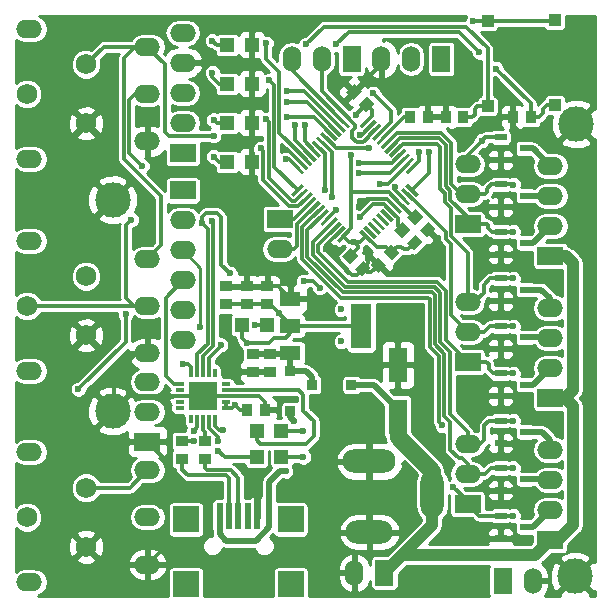
<source format=gtl>
G04 #@! TF.FileFunction,Copper,L1,Top,Signal*
%FSLAX46Y46*%
G04 Gerber Fmt 4.6, Leading zero omitted, Abs format (unit mm)*
G04 Created by KiCad (PCBNEW 4.1.0-alpha+201608281547+7098~46~ubuntu16.04.1-product) date Sun Sep  4 14:55:36 2016*
%MOMM*%
%LPD*%
G01*
G04 APERTURE LIST*
%ADD10C,0.100000*%
%ADD11O,2.200000X1.524000*%
%ADD12R,1.000760X1.000760*%
%ADD13R,1.000760X0.899160*%
%ADD14R,2.199640X1.524000*%
%ADD15O,2.199640X1.524000*%
%ADD16R,1.524000X2.199640*%
%ADD17O,1.524000X2.199640*%
%ADD18O,1.998980X4.000500*%
%ADD19O,4.000500X1.998980*%
%ADD20O,4.500880X1.998980*%
%ADD21R,1.198880X1.198880*%
%ADD22R,1.000760X0.599440*%
%ADD23R,0.899160X1.000760*%
%ADD24R,1.800860X1.300480*%
%ADD25R,1.800860X3.799840*%
%ADD26C,3.000000*%
%ADD27R,1.600200X2.999740*%
%ADD28R,0.850900X0.850900*%
%ADD29R,0.728980X0.299720*%
%ADD30R,0.299720X0.728980*%
%ADD31R,1.249680X1.249680*%
%ADD32R,2.197100X2.197100*%
%ADD33R,0.497840X2.197100*%
%ADD34C,1.750060*%
%ADD35C,0.600000*%
%ADD36C,0.300000*%
%ADD37C,0.250000*%
%ADD38C,0.500000*%
%ADD39C,1.400000*%
%ADD40C,1.000000*%
%ADD41C,0.254000*%
G04 APERTURE END LIST*
D10*
D11*
X131100000Y-132900000D03*
X131100000Y-128900000D03*
X131100000Y-124900000D03*
X121100000Y-134400000D03*
X121100000Y-123400000D03*
X131100000Y-115000000D03*
X131100000Y-111000000D03*
X131100000Y-107000000D03*
X121100000Y-116500000D03*
X121100000Y-105500000D03*
X131100000Y-97050000D03*
X131100000Y-93050000D03*
X131100000Y-89050000D03*
X121100000Y-98550000D03*
X121100000Y-87550000D03*
D12*
X165600000Y-93999180D03*
X165600000Y-86800820D03*
D13*
X137750000Y-110851840D03*
X137750000Y-109348160D03*
D14*
X134100000Y-101220000D03*
D15*
X134100000Y-103760000D03*
X134100000Y-106300000D03*
X134100000Y-108840000D03*
X134100000Y-111380000D03*
X134100000Y-113920000D03*
D10*
G36*
X151018765Y-104598466D02*
X150099187Y-103678888D01*
X150311121Y-103466954D01*
X151230699Y-104386532D01*
X151018765Y-104598466D01*
X151018765Y-104598466D01*
G37*
G36*
X151372319Y-104244913D02*
X150452741Y-103325335D01*
X150664675Y-103113401D01*
X151584253Y-104032979D01*
X151372319Y-104244913D01*
X151372319Y-104244913D01*
G37*
G36*
X151725872Y-103891359D02*
X150806294Y-102971781D01*
X151018228Y-102759847D01*
X151937806Y-103679425D01*
X151725872Y-103891359D01*
X151725872Y-103891359D01*
G37*
G36*
X152079425Y-103537806D02*
X151159847Y-102618228D01*
X151371781Y-102406294D01*
X152291359Y-103325872D01*
X152079425Y-103537806D01*
X152079425Y-103537806D01*
G37*
G36*
X152432979Y-103184253D02*
X151513401Y-102264675D01*
X151725335Y-102052741D01*
X152644913Y-102972319D01*
X152432979Y-103184253D01*
X152432979Y-103184253D01*
G37*
G36*
X149958105Y-105659126D02*
X149038527Y-104739548D01*
X149250461Y-104527614D01*
X150170039Y-105447192D01*
X149958105Y-105659126D01*
X149958105Y-105659126D01*
G37*
G36*
X150311658Y-105305573D02*
X149392080Y-104385995D01*
X149604014Y-104174061D01*
X150523592Y-105093639D01*
X150311658Y-105305573D01*
X150311658Y-105305573D01*
G37*
G36*
X150665212Y-104952020D02*
X149745634Y-104032442D01*
X149957568Y-103820508D01*
X150877146Y-104740086D01*
X150665212Y-104952020D01*
X150665212Y-104952020D01*
G37*
G36*
X153139548Y-99861473D02*
X152927614Y-99649539D01*
X153847192Y-98729961D01*
X154059126Y-98941895D01*
X153139548Y-99861473D01*
X153139548Y-99861473D01*
G37*
G36*
X152785995Y-99507920D02*
X152574061Y-99295986D01*
X153493639Y-98376408D01*
X153705573Y-98588342D01*
X152785995Y-99507920D01*
X152785995Y-99507920D01*
G37*
G36*
X152432442Y-99154366D02*
X152220508Y-98942432D01*
X153140086Y-98022854D01*
X153352020Y-98234788D01*
X152432442Y-99154366D01*
X152432442Y-99154366D01*
G37*
G36*
X152078888Y-98800813D02*
X151866954Y-98588879D01*
X152786532Y-97669301D01*
X152998466Y-97881235D01*
X152078888Y-98800813D01*
X152078888Y-98800813D01*
G37*
G36*
X151725335Y-98447259D02*
X151513401Y-98235325D01*
X152432979Y-97315747D01*
X152644913Y-97527681D01*
X151725335Y-98447259D01*
X151725335Y-98447259D01*
G37*
G36*
X151371781Y-98093706D02*
X151159847Y-97881772D01*
X152079425Y-96962194D01*
X152291359Y-97174128D01*
X151371781Y-98093706D01*
X151371781Y-98093706D01*
G37*
G36*
X151018228Y-97740153D02*
X150806294Y-97528219D01*
X151725872Y-96608641D01*
X151937806Y-96820575D01*
X151018228Y-97740153D01*
X151018228Y-97740153D01*
G37*
G36*
X150664675Y-97386599D02*
X150452741Y-97174665D01*
X151372319Y-96255087D01*
X151584253Y-96467021D01*
X150664675Y-97386599D01*
X150664675Y-97386599D01*
G37*
G36*
X148049539Y-95972386D02*
X147129961Y-95052808D01*
X147341895Y-94840874D01*
X148261473Y-95760452D01*
X148049539Y-95972386D01*
X148049539Y-95972386D01*
G37*
G36*
X147695986Y-96325939D02*
X146776408Y-95406361D01*
X146988342Y-95194427D01*
X147907920Y-96114005D01*
X147695986Y-96325939D01*
X147695986Y-96325939D01*
G37*
G36*
X147342432Y-96679492D02*
X146422854Y-95759914D01*
X146634788Y-95547980D01*
X147554366Y-96467558D01*
X147342432Y-96679492D01*
X147342432Y-96679492D01*
G37*
G36*
X146988879Y-97033046D02*
X146069301Y-96113468D01*
X146281235Y-95901534D01*
X147200813Y-96821112D01*
X146988879Y-97033046D01*
X146988879Y-97033046D01*
G37*
G36*
X146635325Y-97386599D02*
X145715747Y-96467021D01*
X145927681Y-96255087D01*
X146847259Y-97174665D01*
X146635325Y-97386599D01*
X146635325Y-97386599D01*
G37*
G36*
X146281772Y-97740153D02*
X145362194Y-96820575D01*
X145574128Y-96608641D01*
X146493706Y-97528219D01*
X146281772Y-97740153D01*
X146281772Y-97740153D01*
G37*
G36*
X145928219Y-98093706D02*
X145008641Y-97174128D01*
X145220575Y-96962194D01*
X146140153Y-97881772D01*
X145928219Y-98093706D01*
X145928219Y-98093706D01*
G37*
G36*
X145574665Y-98447259D02*
X144655087Y-97527681D01*
X144867021Y-97315747D01*
X145786599Y-98235325D01*
X145574665Y-98447259D01*
X145574665Y-98447259D01*
G37*
G36*
X143452808Y-101770039D02*
X143240874Y-101558105D01*
X144160452Y-100638527D01*
X144372386Y-100850461D01*
X143452808Y-101770039D01*
X143452808Y-101770039D01*
G37*
G36*
X143806361Y-102123592D02*
X143594427Y-101911658D01*
X144514005Y-100992080D01*
X144725939Y-101204014D01*
X143806361Y-102123592D01*
X143806361Y-102123592D01*
G37*
G36*
X144159914Y-102477146D02*
X143947980Y-102265212D01*
X144867558Y-101345634D01*
X145079492Y-101557568D01*
X144159914Y-102477146D01*
X144159914Y-102477146D01*
G37*
G36*
X144513468Y-102830699D02*
X144301534Y-102618765D01*
X145221112Y-101699187D01*
X145433046Y-101911121D01*
X144513468Y-102830699D01*
X144513468Y-102830699D01*
G37*
G36*
X144867021Y-103184253D02*
X144655087Y-102972319D01*
X145574665Y-102052741D01*
X145786599Y-102264675D01*
X144867021Y-103184253D01*
X144867021Y-103184253D01*
G37*
G36*
X145220575Y-103537806D02*
X145008641Y-103325872D01*
X145928219Y-102406294D01*
X146140153Y-102618228D01*
X145220575Y-103537806D01*
X145220575Y-103537806D01*
G37*
G36*
X145574128Y-103891359D02*
X145362194Y-103679425D01*
X146281772Y-102759847D01*
X146493706Y-102971781D01*
X145574128Y-103891359D01*
X145574128Y-103891359D01*
G37*
G36*
X145927681Y-104244913D02*
X145715747Y-104032979D01*
X146635325Y-103113401D01*
X146847259Y-103325335D01*
X145927681Y-104244913D01*
X145927681Y-104244913D01*
G37*
G36*
X152786532Y-102830699D02*
X151866954Y-101911121D01*
X152078888Y-101699187D01*
X152998466Y-102618765D01*
X152786532Y-102830699D01*
X152786532Y-102830699D01*
G37*
G36*
X153140086Y-102477146D02*
X152220508Y-101557568D01*
X152432442Y-101345634D01*
X153352020Y-102265212D01*
X153140086Y-102477146D01*
X153140086Y-102477146D01*
G37*
G36*
X153493639Y-102123592D02*
X152574061Y-101204014D01*
X152785995Y-100992080D01*
X153705573Y-101911658D01*
X153493639Y-102123592D01*
X153493639Y-102123592D01*
G37*
G36*
X153847192Y-101770039D02*
X152927614Y-100850461D01*
X153139548Y-100638527D01*
X154059126Y-101558105D01*
X153847192Y-101770039D01*
X153847192Y-101770039D01*
G37*
G36*
X150311121Y-97033046D02*
X150099187Y-96821112D01*
X151018765Y-95901534D01*
X151230699Y-96113468D01*
X150311121Y-97033046D01*
X150311121Y-97033046D01*
G37*
G36*
X149957568Y-96679492D02*
X149745634Y-96467558D01*
X150665212Y-95547980D01*
X150877146Y-95759914D01*
X149957568Y-96679492D01*
X149957568Y-96679492D01*
G37*
G36*
X149604014Y-96325939D02*
X149392080Y-96114005D01*
X150311658Y-95194427D01*
X150523592Y-95406361D01*
X149604014Y-96325939D01*
X149604014Y-96325939D01*
G37*
G36*
X149250461Y-95972386D02*
X149038527Y-95760452D01*
X149958105Y-94840874D01*
X150170039Y-95052808D01*
X149250461Y-95972386D01*
X149250461Y-95972386D01*
G37*
G36*
X145221112Y-98800813D02*
X144301534Y-97881235D01*
X144513468Y-97669301D01*
X145433046Y-98588879D01*
X145221112Y-98800813D01*
X145221112Y-98800813D01*
G37*
G36*
X144867558Y-99154366D02*
X143947980Y-98234788D01*
X144159914Y-98022854D01*
X145079492Y-98942432D01*
X144867558Y-99154366D01*
X144867558Y-99154366D01*
G37*
G36*
X144514005Y-99507920D02*
X143594427Y-98588342D01*
X143806361Y-98376408D01*
X144725939Y-99295986D01*
X144514005Y-99507920D01*
X144514005Y-99507920D01*
G37*
G36*
X144160452Y-99861473D02*
X143240874Y-98941895D01*
X143452808Y-98729961D01*
X144372386Y-99649539D01*
X144160452Y-99861473D01*
X144160452Y-99861473D01*
G37*
G36*
X146281235Y-104598466D02*
X146069301Y-104386532D01*
X146988879Y-103466954D01*
X147200813Y-103678888D01*
X146281235Y-104598466D01*
X146281235Y-104598466D01*
G37*
G36*
X146634788Y-104952020D02*
X146422854Y-104740086D01*
X147342432Y-103820508D01*
X147554366Y-104032442D01*
X146634788Y-104952020D01*
X146634788Y-104952020D01*
G37*
G36*
X146988342Y-105305573D02*
X146776408Y-105093639D01*
X147695986Y-104174061D01*
X147907920Y-104385995D01*
X146988342Y-105305573D01*
X146988342Y-105305573D01*
G37*
G36*
X147341895Y-105659126D02*
X147129961Y-105447192D01*
X148049539Y-104527614D01*
X148261473Y-104739548D01*
X147341895Y-105659126D01*
X147341895Y-105659126D01*
G37*
G36*
X154440092Y-103432448D02*
X153732448Y-104140092D01*
X153096646Y-103504290D01*
X153804290Y-102796646D01*
X154440092Y-103432448D01*
X154440092Y-103432448D01*
G37*
G36*
X155503354Y-104495710D02*
X154795710Y-105203354D01*
X154159908Y-104567552D01*
X154867552Y-103859908D01*
X155503354Y-104495710D01*
X155503354Y-104495710D01*
G37*
G36*
X148959908Y-93967552D02*
X149667552Y-93259908D01*
X150303354Y-93895710D01*
X149595710Y-94603354D01*
X148959908Y-93967552D01*
X148959908Y-93967552D01*
G37*
G36*
X147896646Y-92904290D02*
X148604290Y-92196646D01*
X149240092Y-92832448D01*
X148532448Y-93540092D01*
X147896646Y-92904290D01*
X147896646Y-92904290D01*
G37*
G36*
X148940092Y-106732448D02*
X148232448Y-107440092D01*
X147596646Y-106804290D01*
X148304290Y-106096646D01*
X148940092Y-106732448D01*
X148940092Y-106732448D01*
G37*
G36*
X150003354Y-107795710D02*
X149295710Y-108503354D01*
X148659908Y-107867552D01*
X149367552Y-107159908D01*
X150003354Y-107795710D01*
X150003354Y-107795710D01*
G37*
G36*
X151767552Y-107140092D02*
X151059908Y-106432448D01*
X151695710Y-105796646D01*
X152403354Y-106504290D01*
X151767552Y-107140092D01*
X151767552Y-107140092D01*
G37*
G36*
X150704290Y-108203354D02*
X149996646Y-107495710D01*
X150632448Y-106859908D01*
X151340092Y-107567552D01*
X150704290Y-108203354D01*
X150704290Y-108203354D01*
G37*
D16*
X155980000Y-90100000D03*
D17*
X153440000Y-90100000D03*
X150900000Y-90100000D03*
D14*
X165210000Y-130780000D03*
D15*
X165210000Y-128240000D03*
X165210000Y-125700000D03*
X165210000Y-123160000D03*
D14*
X165210000Y-118780000D03*
D15*
X165210000Y-116240000D03*
X165210000Y-113700000D03*
X165210000Y-111160000D03*
D14*
X165210000Y-106780000D03*
D15*
X165210000Y-104240000D03*
X165210000Y-101700000D03*
X165210000Y-99160000D03*
D16*
X151170000Y-133600000D03*
D17*
X148630000Y-133600000D03*
D18*
X155200980Y-126899880D03*
D19*
X149900000Y-130151080D03*
D20*
X149900000Y-124149060D03*
D14*
X134100000Y-98040000D03*
D15*
X134100000Y-95500000D03*
X134100000Y-92960000D03*
X134100000Y-90420000D03*
X134100000Y-87880000D03*
D21*
X137850980Y-88900000D03*
X139949020Y-88900000D03*
X137850980Y-92200000D03*
X139949020Y-92200000D03*
X137850980Y-95500000D03*
X139949020Y-95500000D03*
X137850980Y-98800000D03*
X139949020Y-98800000D03*
D22*
X161003360Y-128765000D03*
X163116640Y-129717500D03*
X161003360Y-130670000D03*
X161003360Y-124717500D03*
X163116640Y-125670000D03*
X161003360Y-126622500D03*
X161003360Y-120717500D03*
X163116640Y-121670000D03*
X161003360Y-122622500D03*
X161003360Y-116717500D03*
X163116640Y-117670000D03*
X161003360Y-118622500D03*
X161003360Y-112717500D03*
X163116640Y-113670000D03*
X161003360Y-114622500D03*
X161003360Y-108670000D03*
X163116640Y-109622500D03*
X161003360Y-110575000D03*
X161003360Y-104717500D03*
X163116640Y-105670000D03*
X161003360Y-106622500D03*
X161003360Y-100717500D03*
X163116640Y-101670000D03*
X161003360Y-102622500D03*
X161003360Y-96717500D03*
X163116640Y-97670000D03*
X161003360Y-98622500D03*
D10*
G36*
X153059908Y-105667552D02*
X153767552Y-104959908D01*
X154403354Y-105595710D01*
X153695710Y-106303354D01*
X153059908Y-105667552D01*
X153059908Y-105667552D01*
G37*
G36*
X151996646Y-104604290D02*
X152704290Y-103896646D01*
X153340092Y-104532448D01*
X152632448Y-105240092D01*
X151996646Y-104604290D01*
X151996646Y-104604290D01*
G37*
D23*
X154851840Y-95000000D03*
X153348160Y-95000000D03*
X157851840Y-95000000D03*
X156348160Y-95000000D03*
D12*
X159900000Y-86901640D03*
X159900000Y-94100000D03*
D24*
X143200260Y-110397520D03*
X143200260Y-112698760D03*
X143200260Y-115000000D03*
D25*
X149199740Y-112698760D03*
D26*
X167300000Y-133900000D03*
X128150000Y-119900000D03*
X128150000Y-102000000D03*
X167400000Y-95600000D03*
D27*
X152290000Y-120399640D03*
X152290000Y-116000360D03*
D23*
X163551840Y-95000000D03*
X162048160Y-95000000D03*
D28*
X143200000Y-116526140D03*
X143200000Y-119873860D03*
D21*
X142449020Y-121550000D03*
X140350980Y-121550000D03*
X142449020Y-123800000D03*
X140350980Y-123800000D03*
D13*
X134000000Y-123951840D03*
X134000000Y-122448160D03*
X136000000Y-122448160D03*
X136000000Y-123951840D03*
D29*
X133834800Y-117633280D03*
X133834800Y-118133660D03*
X133834800Y-118634040D03*
X133834800Y-119134420D03*
D30*
X134800000Y-120600000D03*
X135300380Y-120600000D03*
X135800760Y-120600000D03*
X136301140Y-120600000D03*
X136801520Y-120600000D03*
D31*
X135175920Y-119258880D03*
X135175920Y-118009200D03*
X136425600Y-118009200D03*
X136425600Y-119258880D03*
D29*
X137766720Y-119634800D03*
X137766720Y-119134420D03*
X137766720Y-118634040D03*
X137766720Y-118133660D03*
X137766720Y-117633280D03*
D30*
X136801520Y-116668080D03*
X136301140Y-116668080D03*
X135800760Y-116668080D03*
X135300380Y-116668080D03*
X134800000Y-116668080D03*
D29*
X133834800Y-119634800D03*
D32*
X143229760Y-129080500D03*
D33*
X137202340Y-128801100D03*
X138002440Y-128801100D03*
X138800000Y-128801100D03*
X139597560Y-128801100D03*
X140397660Y-128801100D03*
D32*
X134370240Y-129080500D03*
X134370240Y-134579600D03*
X143229760Y-134579600D03*
D28*
X145026140Y-117700000D03*
X148373860Y-117700000D03*
D13*
X140000000Y-115048160D03*
X140000000Y-116551840D03*
X141500000Y-115048160D03*
X141500000Y-116551840D03*
X139500000Y-110851840D03*
X139500000Y-109348160D03*
X141250000Y-110851840D03*
X141250000Y-109348160D03*
D21*
X139100980Y-112600000D03*
X141199020Y-112600000D03*
D14*
X158200000Y-127780000D03*
D15*
X158200000Y-125240000D03*
X158200000Y-122700000D03*
D14*
X158200000Y-115740000D03*
D15*
X158200000Y-113200000D03*
X158200000Y-110660000D03*
D14*
X158200000Y-104080000D03*
D15*
X158200000Y-101540000D03*
X158200000Y-99000000D03*
D16*
X148380000Y-90100000D03*
D17*
X145840000Y-90100000D03*
X143300000Y-90100000D03*
D14*
X142300000Y-103630000D03*
D15*
X142300000Y-106170000D03*
D23*
X141051840Y-119800000D03*
X139548160Y-119800000D03*
D14*
X131100000Y-122490000D03*
D15*
X131100000Y-119950000D03*
X131100000Y-117410000D03*
D34*
X125899360Y-131399360D03*
X120900640Y-128900000D03*
X125899360Y-126400640D03*
X125899360Y-113499360D03*
X120900640Y-111000000D03*
X125899360Y-108500640D03*
X125899360Y-95549360D03*
X120900640Y-93050000D03*
X125899360Y-90550640D03*
D16*
X161170000Y-134270000D03*
D17*
X163710000Y-134270000D03*
D35*
X147500000Y-111300000D03*
X147500000Y-114000000D03*
X142800000Y-98600000D03*
X136700000Y-96600000D03*
X139500000Y-114100000D03*
X138500000Y-119400000D03*
X142200000Y-111600000D03*
X148350000Y-98250000D03*
X158700000Y-86900000D03*
X148750000Y-94800000D03*
X148600000Y-105600000D03*
X162110000Y-118620000D03*
X162070000Y-98630000D03*
X135175920Y-119258880D03*
X136425600Y-119258880D03*
X135175920Y-118009200D03*
X136425600Y-118009200D03*
X139900000Y-126500000D03*
X142850000Y-97800000D03*
X149000000Y-102600000D03*
X162100000Y-102620000D03*
X162110000Y-106620000D03*
X162110000Y-110580000D03*
X162100000Y-114620000D03*
X162110000Y-122620000D03*
X162110000Y-126620000D03*
X162110000Y-130670000D03*
X144900000Y-110400000D03*
X138500000Y-116100000D03*
X149100000Y-96500000D03*
X149800000Y-106950000D03*
X146200000Y-106150000D03*
X152750000Y-122750000D03*
X136550000Y-103800000D03*
X147100000Y-102850000D03*
X149100000Y-103500000D03*
X138100000Y-108250000D03*
X135750000Y-104000000D03*
X135550000Y-112750000D03*
X137300000Y-114300000D03*
X146100000Y-101200000D03*
X146700000Y-101800000D03*
X154950000Y-97950000D03*
X154050000Y-97950000D03*
X142900000Y-92800000D03*
X142900000Y-93700000D03*
X142900000Y-95000000D03*
X136600000Y-88550000D03*
X136600000Y-91250000D03*
X136700000Y-95250000D03*
X136700000Y-98350000D03*
X162060000Y-120720000D03*
X162060000Y-116720000D03*
X162050000Y-108670000D03*
X159420000Y-97000000D03*
X149900000Y-97600000D03*
X162060000Y-104720000D03*
X162070000Y-100720000D03*
X162050000Y-128760000D03*
X156050000Y-121100000D03*
X157000000Y-126350000D03*
X162060000Y-124720000D03*
X144400000Y-95650000D03*
X160600000Y-90900000D03*
X159200000Y-89500000D03*
X147100000Y-88850000D03*
X143600000Y-95650000D03*
X144550000Y-88850000D03*
X141150000Y-88750000D03*
X141400000Y-91900000D03*
X141150000Y-95200000D03*
X140700000Y-97650000D03*
X150800000Y-100700000D03*
X129250000Y-111700000D03*
X125250000Y-118050000D03*
X129750000Y-103700000D03*
X149000000Y-99750000D03*
X130650000Y-99150000D03*
X149000000Y-98900000D03*
X162060000Y-112720000D03*
X150200000Y-93000000D03*
X144300000Y-121550000D03*
X144300000Y-123800000D03*
X137100000Y-123275000D03*
X135000000Y-121575000D03*
X135000000Y-122400000D03*
X137100000Y-122400000D03*
X134100000Y-115900000D03*
X137500000Y-121500000D03*
X142800000Y-125000000D03*
X143500000Y-120700000D03*
X140200000Y-112600000D03*
X144330000Y-108910000D03*
X145680000Y-109440000D03*
X152060000Y-100950000D03*
D36*
X147500000Y-113900000D02*
X147500000Y-114000000D01*
X129099998Y-97440000D02*
X129099998Y-98589998D01*
X132240000Y-105860000D02*
X131100000Y-107000000D01*
X132240000Y-101730000D02*
X132240000Y-105860000D01*
X129099998Y-98589998D02*
X132240000Y-101730000D01*
X131100000Y-89050000D02*
X127400000Y-89050000D01*
X127400000Y-89050000D02*
X125899360Y-90550640D01*
X132900000Y-96600000D02*
X132600000Y-96300000D01*
X132600000Y-90550000D02*
X131100000Y-89050000D01*
X132600000Y-96300000D02*
X132600000Y-90550000D01*
X125899360Y-126400640D02*
X129599360Y-126400640D01*
X129599360Y-126400640D02*
X131100000Y-124900000D01*
X143110913Y-98600000D02*
X142800000Y-98600000D01*
X143806630Y-99295717D02*
X143110913Y-98600000D01*
X136700000Y-96600000D02*
X132900000Y-96600000D01*
X151731631Y-106468369D02*
X152200000Y-106000000D01*
X153163262Y-106200000D02*
X153731631Y-105631631D01*
X152800000Y-106200000D02*
X153163262Y-106200000D01*
X152600000Y-106000000D02*
X152800000Y-106200000D01*
X152200000Y-106000000D02*
X152600000Y-106000000D01*
X153768369Y-103468369D02*
X153636136Y-103468369D01*
X153636136Y-103468369D02*
X152432710Y-102264943D01*
X138500000Y-119400000D02*
X138900000Y-119800000D01*
X138900000Y-119800000D02*
X139548160Y-119800000D01*
X138265200Y-119634800D02*
X138500000Y-119400000D01*
X137766720Y-119634800D02*
X138265200Y-119634800D01*
X141250000Y-110851840D02*
X141451840Y-110851840D01*
X141451840Y-110851840D02*
X142200000Y-111600000D01*
X139500000Y-110851840D02*
X141250000Y-110851840D01*
X137750000Y-110851840D02*
X139500000Y-110851840D01*
X139500000Y-114100000D02*
X141400000Y-114100000D01*
X141400000Y-114100000D02*
X141800000Y-113700000D01*
X141800000Y-113700000D02*
X142800000Y-113700000D01*
X142800000Y-113700000D02*
X143200260Y-113299740D01*
X143200260Y-113299740D02*
X143200260Y-112698760D01*
X139100980Y-112600000D02*
X139100980Y-113700980D01*
X139100980Y-113700980D02*
X139500000Y-114100000D01*
X143200260Y-112698760D02*
X143200260Y-112600260D01*
X143200260Y-112600260D02*
X142200000Y-111600000D01*
X143200260Y-112698760D02*
X149199740Y-112698760D01*
X137766720Y-119134420D02*
X137766720Y-119634800D01*
X129099998Y-97440000D02*
X129099998Y-90000002D01*
X129099998Y-90000002D02*
X130050000Y-89050000D01*
X130050000Y-89050000D02*
X131100000Y-89050000D01*
X147695717Y-105093370D02*
X148350000Y-104439087D01*
X148350000Y-104439087D02*
X148350000Y-101350000D01*
X148350000Y-98250000D02*
X148350000Y-101350000D01*
X151517767Y-101350000D02*
X148350000Y-101350000D01*
X151517767Y-101350000D02*
X152432710Y-102264943D01*
D37*
X158700000Y-86900000D02*
X158701640Y-86901640D01*
D36*
X159900000Y-86901640D02*
X158701640Y-86901640D01*
X159900000Y-86901640D02*
X165499180Y-86901640D01*
D37*
X165499180Y-86901640D02*
X165600000Y-86800820D01*
D36*
X148763262Y-94800000D02*
X149631631Y-93931631D01*
D37*
X148750000Y-94800000D02*
X148763262Y-94800000D01*
D36*
X149604283Y-95406630D02*
X150100000Y-94910913D01*
X150100000Y-94910913D02*
X150100000Y-94400000D01*
X150100000Y-94400000D02*
X149631631Y-93931631D01*
D37*
X143806630Y-99295717D02*
X143795717Y-99295717D01*
D36*
X151731631Y-106468369D02*
X151307099Y-106043837D01*
X151307099Y-106043837D02*
X150554750Y-106043837D01*
X150554750Y-106043837D02*
X150134782Y-105623869D01*
X150134782Y-105623869D02*
X149604283Y-105093370D01*
X148600000Y-105600000D02*
X149097653Y-105600000D01*
X149097653Y-105600000D02*
X149604283Y-105093370D01*
X148600000Y-105600000D02*
X148202347Y-105600000D01*
X148202347Y-105600000D02*
X147695717Y-105093370D01*
X148900000Y-105900000D02*
X148900000Y-106136738D01*
X148900000Y-106136738D02*
X148268369Y-106768369D01*
X148600000Y-105600000D02*
X148900000Y-105900000D01*
X161005860Y-118620000D02*
X162110000Y-118620000D01*
X161003360Y-98622500D02*
X162062500Y-98622500D01*
X162062500Y-98622500D02*
X162070000Y-98630000D01*
D38*
X149900000Y-124149060D02*
X149900000Y-119940000D01*
X147469640Y-116000360D02*
X152290000Y-116000360D01*
X146750000Y-116720000D02*
X147469640Y-116000360D01*
X146750000Y-118540000D02*
X146750000Y-116720000D01*
X147450000Y-119240000D02*
X146750000Y-118540000D01*
X149200000Y-119240000D02*
X147450000Y-119240000D01*
X149900000Y-119940000D02*
X149200000Y-119240000D01*
D36*
X135800760Y-118634040D02*
X135175920Y-119258880D01*
X135800760Y-118634040D02*
X136425600Y-118009200D01*
D38*
X149900000Y-124149060D02*
X149900000Y-130151080D01*
X140397660Y-128801100D02*
X140397660Y-126997660D01*
X140397660Y-126997660D02*
X139900000Y-126500000D01*
D36*
X131100000Y-122490000D02*
X132750000Y-124140000D01*
X132750000Y-131250000D02*
X131100000Y-132900000D01*
X132750000Y-124140000D02*
X132750000Y-131250000D01*
X143018019Y-97800000D02*
X142850000Y-97800000D01*
X143018019Y-97800000D02*
X144160183Y-98942164D01*
X131100000Y-115000000D02*
X130250000Y-115000000D01*
X130250000Y-115000000D02*
X128300000Y-116950000D01*
X128300000Y-116950000D02*
X128300000Y-119900000D01*
X151410658Y-101949998D02*
X150400000Y-101949998D01*
X152079157Y-102618497D02*
X151410658Y-101949998D01*
X149650002Y-101949998D02*
X149000000Y-102600000D01*
X150400000Y-101949998D02*
X149650002Y-101949998D01*
X161003360Y-102622500D02*
X161005860Y-102620000D01*
X161005860Y-102620000D02*
X162100000Y-102620000D01*
X161003360Y-106622500D02*
X161005860Y-106620000D01*
X161005860Y-106620000D02*
X162110000Y-106620000D01*
X161003360Y-110575000D02*
X161008360Y-110580000D01*
X161008360Y-110580000D02*
X162110000Y-110580000D01*
X161003360Y-114622500D02*
X161005860Y-114620000D01*
X161005860Y-114620000D02*
X162100000Y-114620000D01*
X161003360Y-118622500D02*
X161005860Y-118620000D01*
X161003360Y-122622500D02*
X161005860Y-122620000D01*
X161005860Y-122620000D02*
X162110000Y-122620000D01*
X161003360Y-126622500D02*
X161005860Y-126620000D01*
X161005860Y-126620000D02*
X162110000Y-126620000D01*
X161003360Y-130670000D02*
X162110000Y-130670000D01*
X161003360Y-122622500D02*
X161050860Y-122670000D01*
X161003360Y-126622500D02*
X161050860Y-126670000D01*
X162048160Y-95000000D02*
X162048160Y-95648160D01*
X162048160Y-95648160D02*
X162400000Y-96000000D01*
X143200260Y-110397520D02*
X144897520Y-110397520D01*
X144897520Y-110397520D02*
X144900000Y-110400000D01*
X140000000Y-116551840D02*
X138951840Y-116551840D01*
X138951840Y-116551840D02*
X138500000Y-116100000D01*
X137766720Y-118634040D02*
X140534040Y-118634040D01*
X141051840Y-119151840D02*
X141051840Y-119800000D01*
X140534040Y-118634040D02*
X141051840Y-119151840D01*
X137750000Y-109348160D02*
X139500000Y-109348160D01*
X139500000Y-109348160D02*
X141250000Y-109348160D01*
X141250000Y-109348160D02*
X142150900Y-109348160D01*
X142150900Y-109348160D02*
X143200260Y-110397520D01*
X141500000Y-116551840D02*
X140000000Y-116551840D01*
X166900000Y-96200000D02*
X167500000Y-95600000D01*
X133834800Y-118634040D02*
X129565960Y-118634040D01*
X129565960Y-118634040D02*
X128300000Y-119900000D01*
X137766720Y-118634040D02*
X135800760Y-118634040D01*
X133834800Y-118634040D02*
X135800760Y-118634040D01*
D37*
X149957836Y-95760183D02*
X149218019Y-96500000D01*
X149218019Y-96500000D02*
X149100000Y-96500000D01*
D36*
X149331631Y-107831631D02*
X149800000Y-107363262D01*
X149800000Y-107363262D02*
X149800000Y-106950000D01*
X149331631Y-107831631D02*
X149650000Y-108150000D01*
X150050000Y-108150000D02*
X150668369Y-107531631D01*
X149650000Y-108150000D02*
X150050000Y-108150000D01*
X146200000Y-106150000D02*
X148400000Y-108350000D01*
X148813262Y-108350000D02*
X149331631Y-107831631D01*
X148400000Y-108350000D02*
X148813262Y-108350000D01*
X147342164Y-104739817D02*
X146200000Y-105881981D01*
X146200000Y-105881981D02*
X146200000Y-106150000D01*
X148568369Y-92868369D02*
X150900000Y-90536738D01*
D37*
X150900000Y-90536738D02*
X150900000Y-90100000D01*
D38*
X152750000Y-122750000D02*
X155200980Y-125200980D01*
X155200980Y-125200980D02*
X155200980Y-126899880D01*
X152290000Y-120399640D02*
X152290000Y-119740000D01*
X152290000Y-119740000D02*
X150250000Y-117700000D01*
X150250000Y-117700000D02*
X148373860Y-117700000D01*
D39*
X155200980Y-126899880D02*
X155200980Y-124970980D01*
X155200980Y-124970980D02*
X152290000Y-122060000D01*
X152290000Y-122060000D02*
X152290000Y-120399640D01*
D40*
X164020000Y-131970000D02*
X163890000Y-132100000D01*
X165210000Y-130780000D02*
X164020000Y-131970000D01*
X163890000Y-132100000D02*
X154870000Y-132100000D01*
X155200980Y-126899880D02*
X155200980Y-129569020D01*
X155200980Y-129569020D02*
X151170000Y-133600000D01*
X151170000Y-133600000D02*
X152670000Y-132100000D01*
X152670000Y-132100000D02*
X154870000Y-132100000D01*
X151170000Y-133600000D02*
X152670000Y-132100000D01*
X152670000Y-132100000D02*
X154870000Y-132100000D01*
X165210000Y-130780000D02*
X165900000Y-130780000D01*
X165900000Y-130780000D02*
X167110000Y-129570000D01*
X166420000Y-118780000D02*
X167110000Y-118090000D01*
X167110000Y-118090000D02*
X167110000Y-107370000D01*
X167110000Y-107370000D02*
X166520000Y-106780000D01*
X166520000Y-106780000D02*
X165210000Y-106780000D01*
X151170000Y-133600000D02*
X151170000Y-133531960D01*
X165900000Y-130780000D02*
X167110000Y-129570000D01*
X166420000Y-118780000D02*
X165210000Y-118780000D01*
X167110000Y-119470000D02*
X166420000Y-118780000D01*
X167110000Y-129570000D02*
X167110000Y-119470000D01*
D36*
X135800760Y-115235638D02*
X135800760Y-116668080D01*
X136650002Y-114386396D02*
X135800760Y-115235638D01*
X136650002Y-103900002D02*
X136650002Y-114386396D01*
X136550000Y-103800000D02*
X136650002Y-103900002D01*
D37*
X146281503Y-103679157D02*
X146281503Y-103668497D01*
D36*
X146281503Y-103668497D02*
X147100000Y-102850000D01*
X151725603Y-102972050D02*
X152300000Y-103546447D01*
X152300000Y-104200000D02*
X152668369Y-104568369D01*
X152300000Y-103546447D02*
X152300000Y-104200000D01*
X150200000Y-102400000D02*
X149100000Y-103500000D01*
X151153553Y-102400000D02*
X150200000Y-102400000D01*
X151725603Y-102972050D02*
X151153553Y-102400000D01*
X135300380Y-116668080D02*
X135300380Y-115099620D01*
X136199998Y-104449998D02*
X135750000Y-104000000D01*
X136200000Y-104450000D02*
X136199998Y-104449998D01*
X136200000Y-114200000D02*
X136200000Y-104450000D01*
X135300380Y-115099620D02*
X136200000Y-114200000D01*
X135750000Y-103450000D02*
X135750000Y-104000000D01*
X136050000Y-103150000D02*
X135750000Y-103450000D01*
X137000000Y-103150000D02*
X136050000Y-103150000D01*
X137350000Y-103500000D02*
X137000000Y-103150000D01*
X137350000Y-107500000D02*
X137350000Y-103500000D01*
X138100000Y-108250000D02*
X137350000Y-107500000D01*
X136301140Y-116668080D02*
X136301140Y-115371656D01*
D37*
X135550000Y-107750000D02*
X134100000Y-106300000D01*
X135550000Y-107750000D02*
X135550000Y-109900000D01*
X135550000Y-109900000D02*
X135550000Y-112750000D01*
D36*
X137300000Y-114372796D02*
X137300000Y-114300000D01*
X136301140Y-115371656D02*
X137300000Y-114372796D01*
X145574397Y-97527950D02*
X146100000Y-98053553D01*
X146100000Y-98053553D02*
X146100000Y-101200000D01*
X146753555Y-98000002D02*
X146753555Y-101746445D01*
X146753555Y-101746445D02*
X146700000Y-101800000D01*
X145927950Y-97174397D02*
X146753555Y-98000002D01*
X134100000Y-108840000D02*
X132650000Y-110290000D01*
X133333280Y-117633280D02*
X133834800Y-117633280D01*
X132650000Y-116950000D02*
X133333280Y-117633280D01*
X132650000Y-110290000D02*
X132650000Y-116950000D01*
X154950000Y-99747653D02*
X154950000Y-97950000D01*
X154950000Y-99747653D02*
X153493370Y-101204283D01*
X154050000Y-98739087D02*
X154050000Y-97950000D01*
X154050000Y-98739087D02*
X153493370Y-99295717D01*
D38*
X163732500Y-129717500D02*
X165210000Y-128240000D01*
X163173280Y-129717500D02*
X163732500Y-129717500D01*
X163116640Y-125670000D02*
X165180000Y-125670000D01*
X165180000Y-125670000D02*
X165210000Y-125700000D01*
X163116640Y-121670000D02*
X164510000Y-121670000D01*
X165210000Y-122370000D02*
X165210000Y-123160000D01*
X164510000Y-121670000D02*
X165210000Y-122370000D01*
X163116640Y-117670000D02*
X163780000Y-117670000D01*
X163780000Y-117670000D02*
X165210000Y-116240000D01*
X163116640Y-113670000D02*
X165180000Y-113670000D01*
X165180000Y-113670000D02*
X165210000Y-113700000D01*
X163173280Y-109622500D02*
X164462500Y-109622500D01*
X165210000Y-110370000D02*
X165210000Y-111160000D01*
X164462500Y-109622500D02*
X165210000Y-110370000D01*
X163116640Y-105670000D02*
X163780000Y-105670000D01*
X163780000Y-105670000D02*
X165210000Y-104240000D01*
X163116640Y-101670000D02*
X165180000Y-101670000D01*
X165180000Y-101670000D02*
X165210000Y-101700000D01*
X163116640Y-97670000D02*
X163720000Y-97670000D01*
X163720000Y-97670000D02*
X165210000Y-99160000D01*
D36*
X144381981Y-92800000D02*
X142900000Y-92800000D01*
X147342164Y-95760183D02*
X144381981Y-92800000D01*
X144574874Y-93700000D02*
X142900000Y-93700000D01*
X144574874Y-93700000D02*
X146988610Y-96113736D01*
X145167767Y-95000000D02*
X142900000Y-95000000D01*
X146635057Y-96467290D02*
X145167767Y-95000000D01*
X136950000Y-88900000D02*
X137850980Y-88900000D01*
X136600000Y-88550000D02*
X136950000Y-88900000D01*
X137850980Y-92200000D02*
X137200000Y-92200000D01*
X136600000Y-91600000D02*
X136600000Y-91250000D01*
X137200000Y-92200000D02*
X136600000Y-91600000D01*
X136950000Y-95500000D02*
X137850980Y-95500000D01*
X136700000Y-95250000D02*
X136950000Y-95500000D01*
X137150000Y-98800000D02*
X137850980Y-98800000D01*
X136700000Y-98350000D02*
X137150000Y-98800000D01*
X161003360Y-120717500D02*
X160022500Y-120717500D01*
X159630000Y-122320000D02*
X159250000Y-122700000D01*
X159630000Y-121110000D02*
X159630000Y-122320000D01*
X160022500Y-120717500D02*
X159630000Y-121110000D01*
X159250000Y-122700000D02*
X158200000Y-122700000D01*
X161003360Y-120717500D02*
X162057500Y-120717500D01*
X162057500Y-120717500D02*
X162060000Y-120720000D01*
X147850002Y-109400002D02*
X155413602Y-109400002D01*
X158200000Y-121650000D02*
X158200000Y-122700000D01*
X155413602Y-109400002D02*
X155899996Y-109886396D01*
X155899996Y-109886396D02*
X155899996Y-114076394D01*
X155899996Y-114076394D02*
X156700000Y-114876398D01*
X156700000Y-114876398D02*
X156700000Y-120150000D01*
X156700000Y-120150000D02*
X158200000Y-121650000D01*
X146635057Y-104032710D02*
X145099998Y-105567769D01*
X145099998Y-106649998D02*
X147850002Y-109400002D01*
X145099998Y-105567769D02*
X145099998Y-106649998D01*
X161003360Y-116717500D02*
X160377500Y-116717500D01*
X159780000Y-115740000D02*
X158200000Y-115740000D01*
X159990000Y-115950000D02*
X159780000Y-115740000D01*
X159990000Y-116330000D02*
X159990000Y-115950000D01*
X160377500Y-116717500D02*
X159990000Y-116330000D01*
X161003360Y-116717500D02*
X162057500Y-116717500D01*
X162057500Y-116717500D02*
X162060000Y-116720000D01*
X148050000Y-108950000D02*
X155599998Y-108950000D01*
X145550000Y-105824874D02*
X145550000Y-106450000D01*
X145550000Y-106450000D02*
X148050000Y-108950000D01*
X146988610Y-104386264D02*
X145550000Y-105824874D01*
X156349998Y-109700000D02*
X156349998Y-113889998D01*
X155599998Y-108950000D02*
X156349998Y-109700000D01*
X156349998Y-113889998D02*
X158200000Y-115740000D01*
X161003360Y-108670000D02*
X160110000Y-108670000D01*
X159560000Y-109890000D02*
X158790000Y-110660000D01*
X159560000Y-109220000D02*
X159560000Y-109890000D01*
X160110000Y-108670000D02*
X159560000Y-109220000D01*
X158790000Y-110660000D02*
X158200000Y-110660000D01*
X161003360Y-108670000D02*
X162050000Y-108670000D01*
X152079157Y-97881503D02*
X152710654Y-97250006D01*
X158200000Y-106514644D02*
X158200000Y-110660000D01*
X156800000Y-105114644D02*
X158200000Y-106514644D01*
X156800000Y-102736398D02*
X156800000Y-105114644D01*
X156299998Y-102236396D02*
X156800000Y-102736398D01*
X156299998Y-101472794D02*
X156299998Y-102236396D01*
X155899996Y-101072792D02*
X156299998Y-101472794D01*
X155899996Y-97572792D02*
X155899996Y-101072792D01*
X155577210Y-97250006D02*
X155899996Y-97572792D01*
X152710654Y-97250006D02*
X155577210Y-97250006D01*
X161003360Y-96717500D02*
X159702500Y-96717500D01*
X159702500Y-96717500D02*
X159420000Y-97000000D01*
X158200000Y-98220000D02*
X158200000Y-99000000D01*
X159420000Y-97000000D02*
X158200000Y-98220000D01*
X158200000Y-98290000D02*
X158200000Y-99000000D01*
X147060660Y-97600000D02*
X149900000Y-97600000D01*
X146281503Y-96820843D02*
X147060660Y-97600000D01*
X161003360Y-104717500D02*
X160257500Y-104717500D01*
X159820000Y-104080000D02*
X158200000Y-104080000D01*
X159910000Y-104170000D02*
X159820000Y-104080000D01*
X159910000Y-104370000D02*
X159910000Y-104170000D01*
X160257500Y-104717500D02*
X159910000Y-104370000D01*
X161003360Y-104717500D02*
X162057500Y-104717500D01*
X162057500Y-104717500D02*
X162060000Y-104720000D01*
X151725603Y-97527950D02*
X152453549Y-96800004D01*
X156750000Y-102050000D02*
X158200000Y-103500000D01*
X156750000Y-101286398D02*
X156750000Y-102050000D01*
X156349998Y-100886396D02*
X156750000Y-101286398D01*
X156349998Y-97386396D02*
X156349998Y-100886396D01*
X155763606Y-96800004D02*
X156349998Y-97386396D01*
X152453549Y-96800004D02*
X155763606Y-96800004D01*
X158200000Y-103500000D02*
X158200000Y-104080000D01*
X161003360Y-100717500D02*
X160222500Y-100717500D01*
X159640000Y-101540000D02*
X158200000Y-101540000D01*
X159850000Y-101330000D02*
X159640000Y-101540000D01*
X159850000Y-101090000D02*
X159850000Y-101330000D01*
X160222500Y-100717500D02*
X159850000Y-101090000D01*
X161003360Y-100717500D02*
X162067500Y-100717500D01*
X162067500Y-100717500D02*
X162070000Y-100720000D01*
X151372050Y-97174397D02*
X152196445Y-96350002D01*
X156800000Y-100700000D02*
X157640000Y-101540000D01*
X156800000Y-97200000D02*
X156800000Y-100700000D01*
X155950002Y-96350002D02*
X156800000Y-97200000D01*
X152196445Y-96350002D02*
X155950002Y-96350002D01*
X157640000Y-101540000D02*
X158200000Y-101540000D01*
X161003360Y-128765000D02*
X162045000Y-128765000D01*
X162045000Y-128765000D02*
X162050000Y-128760000D01*
X158200000Y-127780000D02*
X159185000Y-128765000D01*
X159185000Y-128765000D02*
X161003360Y-128765000D01*
X147477210Y-110300006D02*
X154849998Y-110300006D01*
X157000000Y-126350000D02*
X158200000Y-127550000D01*
X154849998Y-110300006D02*
X154999992Y-110450000D01*
X154999992Y-110450000D02*
X154999992Y-114449186D01*
X154999992Y-114449186D02*
X155799996Y-115249190D01*
X155799996Y-115249190D02*
X155799996Y-120849996D01*
X155799996Y-120849996D02*
X156050000Y-121100000D01*
X145574397Y-102972050D02*
X144199994Y-104346453D01*
X144199994Y-107022790D02*
X147477210Y-110300006D01*
X144199994Y-104346453D02*
X144199994Y-107022790D01*
X158200000Y-127550000D02*
X158200000Y-127780000D01*
D37*
X158200000Y-127780000D02*
X158200000Y-127750000D01*
D36*
X161003360Y-124717500D02*
X160172500Y-124717500D01*
X159650000Y-125240000D02*
X158200000Y-125240000D01*
X160172500Y-124717500D02*
X159650000Y-125240000D01*
X161003360Y-124717500D02*
X162057500Y-124717500D01*
X162057500Y-124717500D02*
X162060000Y-124720000D01*
X147663606Y-109850004D02*
X155227206Y-109850004D01*
X144649996Y-104603557D02*
X144649996Y-106836394D01*
X144649996Y-106836394D02*
X147663606Y-109850004D01*
X145927950Y-103325603D02*
X144649996Y-104603557D01*
X157750000Y-123900000D02*
X158200000Y-124350000D01*
X157450000Y-123900000D02*
X157750000Y-123900000D01*
X156750000Y-123200000D02*
X157450000Y-123900000D01*
X156750000Y-120836398D02*
X156750000Y-123200000D01*
X156249998Y-120336396D02*
X156750000Y-120836398D01*
X156249998Y-115062794D02*
X156249998Y-120336396D01*
X155449994Y-114262790D02*
X156249998Y-115062794D01*
X155449994Y-110072792D02*
X155449994Y-114262790D01*
X155227206Y-109850004D02*
X155449994Y-110072792D01*
X158200000Y-124350000D02*
X158200000Y-125240000D01*
D37*
X158316840Y-125123160D02*
X158200000Y-125240000D01*
D36*
X151018497Y-96820843D02*
X152839340Y-95000000D01*
X152839340Y-95000000D02*
X153348160Y-95000000D01*
X159200000Y-89500000D02*
X157500002Y-87800002D01*
X145220843Y-97881503D02*
X144400000Y-97060660D01*
X163551840Y-93851840D02*
X163551840Y-95000000D01*
X160600000Y-90900000D02*
X163551840Y-93851840D01*
X144400000Y-97060660D02*
X144400000Y-96400000D01*
X144400000Y-96400000D02*
X144400000Y-95650000D01*
X148149998Y-87800002D02*
X147100000Y-88850000D01*
X157500002Y-87800002D02*
X148149998Y-87800002D01*
X165600000Y-93999180D02*
X164900820Y-93999180D01*
X164250000Y-95000000D02*
X163551840Y-95000000D01*
X164550000Y-94700000D02*
X164250000Y-95000000D01*
X164550000Y-94350000D02*
X164550000Y-94700000D01*
X164900820Y-93999180D02*
X164550000Y-94350000D01*
X157851840Y-95000000D02*
X158600000Y-95000000D01*
X159000000Y-94100000D02*
X159900000Y-94100000D01*
X158800000Y-94300000D02*
X159000000Y-94100000D01*
X158800000Y-94800000D02*
X158800000Y-94300000D01*
X158600000Y-95000000D02*
X158800000Y-94800000D01*
X145950000Y-87450000D02*
X146050000Y-87350000D01*
X143600000Y-96967767D02*
X143600000Y-95650000D01*
X144550000Y-88850000D02*
X145950000Y-87450000D01*
X158150000Y-87450000D02*
X159900000Y-89200000D01*
X159900000Y-94100000D02*
X159900000Y-89200000D01*
X143600000Y-96967767D02*
X144867290Y-98235057D01*
X158050000Y-87350000D02*
X158150000Y-87450000D01*
X146050000Y-87350000D02*
X158050000Y-87350000D01*
X141150000Y-90100000D02*
X142050000Y-91000000D01*
X141150000Y-88750000D02*
X141150000Y-90100000D01*
X144513736Y-98588610D02*
X142250000Y-96324874D01*
X142250000Y-91200000D02*
X142050000Y-91000000D01*
X142250000Y-96324874D02*
X142250000Y-91200000D01*
X141400000Y-91900000D02*
X141799998Y-92299998D01*
X143806630Y-101204283D02*
X141799998Y-99197651D01*
X141799998Y-99197651D02*
X141799998Y-92299998D01*
X143618019Y-102100000D02*
X143300000Y-102100000D01*
X143300000Y-102100000D02*
X141349996Y-100149996D01*
X141349996Y-100149996D02*
X141349996Y-95399996D01*
X141349996Y-95399996D02*
X141150000Y-95200000D01*
X144160183Y-101557836D02*
X143618019Y-102100000D01*
X140899994Y-98599994D02*
X140899994Y-97849994D01*
X143875124Y-102550002D02*
X143113604Y-102550002D01*
X144513736Y-101911390D02*
X143875124Y-102550002D01*
X143113604Y-102550002D02*
X140899994Y-100336392D01*
X140899994Y-100336392D02*
X140899994Y-98599994D01*
X140899994Y-97849994D02*
X140700000Y-97650000D01*
X129250000Y-111700000D02*
X129250000Y-114050000D01*
X151381981Y-100700000D02*
X150800000Y-100700000D01*
X151440991Y-100640990D02*
X151381981Y-100700000D01*
X129250000Y-114050000D02*
X125250000Y-118050000D01*
X153139817Y-98942164D02*
X151440991Y-100640990D01*
X151440991Y-100640990D02*
X151431981Y-100650000D01*
X131100000Y-111000000D02*
X120900640Y-111000000D01*
X152786264Y-98588610D02*
X151624874Y-99750000D01*
X129950000Y-111000000D02*
X131100000Y-111000000D01*
X129300000Y-110350000D02*
X129950000Y-111000000D01*
X129300000Y-104150000D02*
X129300000Y-110350000D01*
X129750000Y-103700000D02*
X129300000Y-104150000D01*
X151624874Y-99750000D02*
X149000000Y-99750000D01*
X152432710Y-98235057D02*
X151767767Y-98900000D01*
X129550000Y-93550000D02*
X130050000Y-93050000D01*
X129550000Y-98050000D02*
X129550000Y-93550000D01*
X130050000Y-98550000D02*
X129550000Y-98050000D01*
X151767767Y-98900000D02*
X149000000Y-98900000D01*
X130650000Y-99150000D02*
X130050000Y-98550000D01*
D37*
X130050000Y-93050000D02*
X131100000Y-93050000D01*
D36*
X161003360Y-112717500D02*
X160072500Y-112717500D01*
X159590000Y-113200000D02*
X158200000Y-113200000D01*
X160072500Y-112717500D02*
X159590000Y-113200000D01*
X161003360Y-112717500D02*
X162057500Y-112717500D01*
X162057500Y-112717500D02*
X162060000Y-112720000D01*
X156800000Y-111800000D02*
X158200000Y-113200000D01*
X156349998Y-104768017D02*
X156349998Y-105301040D01*
X156349998Y-105301040D02*
X156800000Y-105751042D01*
X156800000Y-105751042D02*
X156800000Y-111800000D01*
X153139817Y-101557836D02*
X156349998Y-104768017D01*
D37*
X158276840Y-113123160D02*
X158200000Y-113200000D01*
D36*
X150664943Y-96467290D02*
X151700000Y-95432233D01*
X151700000Y-94500000D02*
X150200000Y-93000000D01*
X151700000Y-95432233D02*
X151700000Y-94500000D01*
X150311390Y-96113736D02*
X149750000Y-96675126D01*
X145840000Y-92790000D02*
X145840000Y-90100000D01*
X148700000Y-95650000D02*
X145840000Y-92790000D01*
X148700000Y-95950000D02*
X148700000Y-95650000D01*
X148450000Y-96200000D02*
X148700000Y-95950000D01*
X148450000Y-96750000D02*
X148450000Y-96200000D01*
X148849998Y-97149998D02*
X148450000Y-96750000D01*
X149350002Y-97149998D02*
X148849998Y-97149998D01*
X149750000Y-96750000D02*
X149350002Y-97149998D01*
X149750000Y-96675126D02*
X149750000Y-96750000D01*
X147695717Y-95406630D02*
X143300000Y-91010913D01*
X143300000Y-91010913D02*
X143300000Y-90100000D01*
X142449020Y-121550000D02*
X144300000Y-121550000D01*
X137766720Y-118133660D02*
X143933660Y-118133660D01*
X140650000Y-122675000D02*
X140350980Y-122375980D01*
X143933660Y-118133660D02*
X144300000Y-118500000D01*
X145200000Y-120764762D02*
X145200000Y-122000000D01*
X144300000Y-118500000D02*
X144300000Y-119864762D01*
X144300000Y-119864762D02*
X145200000Y-120764762D01*
X145200000Y-122000000D02*
X144525000Y-122675000D01*
X144525000Y-122675000D02*
X140650000Y-122675000D01*
X140350980Y-122375980D02*
X140350980Y-121550000D01*
X142449020Y-123800000D02*
X144300000Y-123800000D01*
X135300380Y-120600000D02*
X135300380Y-121274620D01*
X137625000Y-123800000D02*
X140350980Y-123800000D01*
X137100000Y-123275000D02*
X137625000Y-123800000D01*
X135300380Y-121274620D02*
X135000000Y-121575000D01*
X138000000Y-125600000D02*
X138000000Y-128798660D01*
X138000000Y-128798660D02*
X138002440Y-128801100D01*
X134000000Y-124850000D02*
X134000000Y-123951840D01*
X134500000Y-125350000D02*
X134000000Y-124850000D01*
X137750000Y-125350000D02*
X134500000Y-125350000D01*
X138002440Y-125602440D02*
X138000000Y-125600000D01*
X138000000Y-125600000D02*
X137750000Y-125350000D01*
X136301140Y-120600000D02*
X136301140Y-121301140D01*
X134951840Y-122448160D02*
X134000000Y-122448160D01*
X135000000Y-122400000D02*
X134951840Y-122448160D01*
X137100000Y-122100000D02*
X137100000Y-122400000D01*
X136301140Y-121301140D02*
X137100000Y-122100000D01*
X136000000Y-122448160D02*
X136000000Y-121700000D01*
X135800760Y-121500760D02*
X135800760Y-120600000D01*
X136000000Y-121700000D02*
X135800760Y-121500760D01*
X138800000Y-128801100D02*
X138800000Y-125550000D01*
X138800000Y-125550000D02*
X138149998Y-124899998D01*
X138149998Y-124899998D02*
X136149998Y-124899998D01*
X136149998Y-124899998D02*
X136000000Y-124750000D01*
X136000000Y-124750000D02*
X136000000Y-123951840D01*
X136801520Y-120600000D02*
X136801520Y-121165122D01*
X134800000Y-116200000D02*
X134800000Y-116668080D01*
X134500000Y-115900000D02*
X134800000Y-116200000D01*
X134100000Y-115900000D02*
X134500000Y-115900000D01*
X137136398Y-121500000D02*
X137500000Y-121500000D01*
X136801520Y-121165122D02*
X137136398Y-121500000D01*
D38*
X137202340Y-128801100D02*
X137202340Y-130312340D01*
X141400000Y-127900000D02*
X141400000Y-125900000D01*
X141400000Y-125900000D02*
X142300000Y-125000000D01*
X142300000Y-125000000D02*
X142800000Y-125000000D01*
X141400000Y-129720000D02*
X141400000Y-127900000D01*
X140260000Y-130860000D02*
X141400000Y-129720000D01*
X137750000Y-130860000D02*
X140260000Y-130860000D01*
X137202340Y-130312340D02*
X137750000Y-130860000D01*
X143200000Y-119873860D02*
X143200000Y-120400000D01*
X143200000Y-120400000D02*
X143500000Y-120700000D01*
X140000000Y-115048160D02*
X141500000Y-115048160D01*
X141500000Y-115048160D02*
X143152100Y-115048160D01*
X143152100Y-115048160D02*
X143200260Y-115000000D01*
X143200260Y-115000000D02*
X143200260Y-116525880D01*
X143200260Y-116525880D02*
X143200000Y-116526140D01*
X145026140Y-117700000D02*
X145026140Y-117026140D01*
X144526140Y-116526140D02*
X143200000Y-116526140D01*
X145026140Y-117026140D02*
X144526140Y-116526140D01*
D36*
X140200000Y-112600000D02*
X141199020Y-112600000D01*
X144867290Y-102264943D02*
X143502233Y-103630000D01*
X143502233Y-103630000D02*
X142300000Y-103630000D01*
X145220843Y-102618497D02*
X143749992Y-104089348D01*
X143530000Y-106170000D02*
X142300000Y-106170000D01*
X143749992Y-105950008D02*
X143530000Y-106170000D01*
X143749992Y-104089348D02*
X143749992Y-105950008D01*
X152786264Y-101911390D02*
X152060000Y-101185126D01*
X145150000Y-108910000D02*
X144330000Y-108910000D01*
X145680000Y-109440000D02*
X145150000Y-108910000D01*
X152060000Y-101185126D02*
X152060000Y-100950000D01*
D41*
G36*
X154422992Y-114449181D02*
X154422991Y-114449186D01*
X154466914Y-114669994D01*
X154591991Y-114857187D01*
X155222996Y-115488191D01*
X155222996Y-120849991D01*
X155222995Y-120849996D01*
X155266918Y-121070804D01*
X155322952Y-121154665D01*
X155322874Y-121243975D01*
X155433320Y-121511275D01*
X155637650Y-121715961D01*
X155904756Y-121826874D01*
X156173000Y-121827108D01*
X156173000Y-123199995D01*
X156172999Y-123200000D01*
X156216922Y-123420808D01*
X156341999Y-123608001D01*
X157041997Y-124307998D01*
X157041999Y-124308001D01*
X157085041Y-124336760D01*
X156991518Y-124399250D01*
X156733775Y-124784989D01*
X156643268Y-125240000D01*
X156729800Y-125675029D01*
X156602793Y-125727507D01*
X156518885Y-125305673D01*
X156327980Y-125019963D01*
X156327980Y-124970980D01*
X156248381Y-124570808D01*
X156242192Y-124539695D01*
X155997889Y-124174070D01*
X153525465Y-121701647D01*
X153525465Y-118899770D01*
X153492325Y-118733163D01*
X153397950Y-118591920D01*
X153256707Y-118497545D01*
X153090100Y-118464405D01*
X151971828Y-118464405D01*
X151642652Y-118135230D01*
X152004250Y-118135230D01*
X152163000Y-117976480D01*
X152163000Y-116127360D01*
X152417000Y-116127360D01*
X152417000Y-117976480D01*
X152575750Y-118135230D01*
X153216410Y-118135230D01*
X153449799Y-118038557D01*
X153628427Y-117859928D01*
X153725100Y-117626539D01*
X153725100Y-116286110D01*
X153566350Y-116127360D01*
X152417000Y-116127360D01*
X152163000Y-116127360D01*
X151013650Y-116127360D01*
X150854900Y-116286110D01*
X150854900Y-117347478D01*
X150728711Y-117221289D01*
X150672645Y-117183827D01*
X150509077Y-117074534D01*
X150250000Y-117023000D01*
X149144778Y-117023000D01*
X149107160Y-116966700D01*
X148965917Y-116872325D01*
X148799310Y-116839185D01*
X147948410Y-116839185D01*
X147781803Y-116872325D01*
X147640560Y-116966700D01*
X147546185Y-117107943D01*
X147513045Y-117274550D01*
X147513045Y-118125450D01*
X147546185Y-118292057D01*
X147640560Y-118433300D01*
X147781803Y-118527675D01*
X147948410Y-118560815D01*
X148799310Y-118560815D01*
X148965917Y-118527675D01*
X149107160Y-118433300D01*
X149144778Y-118377000D01*
X149969578Y-118377000D01*
X151054535Y-119461958D01*
X151054535Y-121899510D01*
X151087675Y-122066117D01*
X151182050Y-122207360D01*
X151193885Y-122215268D01*
X151248788Y-122491284D01*
X151264347Y-122514570D01*
X150027000Y-122514570D01*
X150027000Y-124022060D01*
X150047000Y-124022060D01*
X150047000Y-124276060D01*
X150027000Y-124276060D01*
X150027000Y-125783550D01*
X151277950Y-125783550D01*
X151893775Y-125610531D01*
X152396512Y-125215016D01*
X152709623Y-124657219D01*
X152740569Y-124529414D01*
X152621216Y-124276062D01*
X152785440Y-124276062D01*
X152785440Y-124149259D01*
X153906619Y-125270437D01*
X153883075Y-125305673D01*
X153774490Y-125851567D01*
X153774490Y-127948193D01*
X153883075Y-128494087D01*
X154192299Y-128956874D01*
X154273980Y-129011451D01*
X154273980Y-129185044D01*
X151394209Y-132064815D01*
X150408000Y-132064815D01*
X150241393Y-132097955D01*
X150100150Y-132192330D01*
X150005775Y-132333573D01*
X149972635Y-132500180D01*
X149972635Y-132950991D01*
X149872059Y-132610239D01*
X149528026Y-132184550D01*
X149047277Y-131922920D01*
X148973070Y-131907960D01*
X148757000Y-132030460D01*
X148757000Y-133473000D01*
X148777000Y-133473000D01*
X148777000Y-133727000D01*
X148757000Y-133727000D01*
X148757000Y-135169540D01*
X148973070Y-135292040D01*
X149047277Y-135277080D01*
X149528026Y-135015450D01*
X149872059Y-134589761D01*
X149972635Y-134249009D01*
X149972635Y-134699820D01*
X150005775Y-134866427D01*
X150100150Y-135007670D01*
X150241393Y-135102045D01*
X150408000Y-135135185D01*
X151932000Y-135135185D01*
X152098607Y-135102045D01*
X152239850Y-135007670D01*
X152334225Y-134866427D01*
X152367365Y-134699820D01*
X152367365Y-133713611D01*
X153053976Y-133027000D01*
X160001115Y-133027000D01*
X159972635Y-133170180D01*
X159972635Y-135369820D01*
X160003104Y-135523000D01*
X144763675Y-135523000D01*
X144763675Y-133727000D01*
X147233000Y-133727000D01*
X147233000Y-134064820D01*
X147387941Y-134589761D01*
X147731974Y-135015450D01*
X148212723Y-135277080D01*
X148286930Y-135292040D01*
X148503000Y-135169540D01*
X148503000Y-133727000D01*
X147233000Y-133727000D01*
X144763675Y-133727000D01*
X144763675Y-133481050D01*
X144730535Y-133314443D01*
X144636160Y-133173200D01*
X144579259Y-133135180D01*
X147233000Y-133135180D01*
X147233000Y-133473000D01*
X148503000Y-133473000D01*
X148503000Y-132030460D01*
X148286930Y-131907960D01*
X148212723Y-131922920D01*
X147731974Y-132184550D01*
X147387941Y-132610239D01*
X147233000Y-133135180D01*
X144579259Y-133135180D01*
X144494917Y-133078825D01*
X144328310Y-133045685D01*
X142131210Y-133045685D01*
X141964603Y-133078825D01*
X141823360Y-133173200D01*
X141728985Y-133314443D01*
X141695845Y-133481050D01*
X141695845Y-135523000D01*
X135904155Y-135523000D01*
X135904155Y-133481050D01*
X135871015Y-133314443D01*
X135776640Y-133173200D01*
X135635397Y-133078825D01*
X135468790Y-133045685D01*
X133271690Y-133045685D01*
X133105083Y-133078825D01*
X132963840Y-133173200D01*
X132869465Y-133314443D01*
X132836325Y-133481050D01*
X132836325Y-135523000D01*
X121799722Y-135523000D01*
X121922927Y-135498493D01*
X122308666Y-135240750D01*
X122566409Y-134855011D01*
X122656916Y-134400000D01*
X122566409Y-133944989D01*
X122308666Y-133559250D01*
X121922927Y-133301507D01*
X121629144Y-133243070D01*
X129407780Y-133243070D01*
X129422740Y-133317277D01*
X129684370Y-133798026D01*
X130110059Y-134142059D01*
X130635000Y-134297000D01*
X130973000Y-134297000D01*
X130973000Y-133027000D01*
X131227000Y-133027000D01*
X131227000Y-134297000D01*
X131565000Y-134297000D01*
X132089941Y-134142059D01*
X132515630Y-133798026D01*
X132777260Y-133317277D01*
X132792220Y-133243070D01*
X132669720Y-133027000D01*
X131227000Y-133027000D01*
X130973000Y-133027000D01*
X129530280Y-133027000D01*
X129407780Y-133243070D01*
X121629144Y-133243070D01*
X121467916Y-133211000D01*
X120732084Y-133211000D01*
X120277073Y-133301507D01*
X119977000Y-133502010D01*
X119977000Y-132461441D01*
X125016884Y-132461441D01*
X125100228Y-132715337D01*
X125664660Y-132920979D01*
X126264824Y-132894969D01*
X126698492Y-132715337D01*
X126750490Y-132556930D01*
X129407780Y-132556930D01*
X129530280Y-132773000D01*
X130973000Y-132773000D01*
X130973000Y-131503000D01*
X131227000Y-131503000D01*
X131227000Y-132773000D01*
X132669720Y-132773000D01*
X132792220Y-132556930D01*
X132777260Y-132482723D01*
X132515630Y-132001974D01*
X132089941Y-131657941D01*
X131565000Y-131503000D01*
X131227000Y-131503000D01*
X130973000Y-131503000D01*
X130635000Y-131503000D01*
X130110059Y-131657941D01*
X129684370Y-132001974D01*
X129422740Y-132482723D01*
X129407780Y-132556930D01*
X126750490Y-132556930D01*
X126781836Y-132461441D01*
X125899360Y-131578965D01*
X125016884Y-132461441D01*
X119977000Y-132461441D01*
X119977000Y-131164660D01*
X124377741Y-131164660D01*
X124403751Y-131764824D01*
X124583383Y-132198492D01*
X124837279Y-132281836D01*
X125719755Y-131399360D01*
X126078965Y-131399360D01*
X126961441Y-132281836D01*
X127215337Y-132198492D01*
X127420979Y-131634060D01*
X127394969Y-131033896D01*
X127215337Y-130600228D01*
X126961441Y-130516884D01*
X126078965Y-131399360D01*
X125719755Y-131399360D01*
X124837279Y-130516884D01*
X124583383Y-130600228D01*
X124377741Y-131164660D01*
X119977000Y-131164660D01*
X119977000Y-130337279D01*
X125016884Y-130337279D01*
X125899360Y-131219755D01*
X126781836Y-130337279D01*
X126698492Y-130083383D01*
X126134060Y-129877741D01*
X125533896Y-129903751D01*
X125100228Y-130083383D01*
X125016884Y-130337279D01*
X119977000Y-130337279D01*
X119977000Y-129817704D01*
X120162136Y-130003163D01*
X120640514Y-130201803D01*
X121158493Y-130202255D01*
X121637217Y-130004451D01*
X122003803Y-129638504D01*
X122202443Y-129160126D01*
X122202669Y-128900000D01*
X129543084Y-128900000D01*
X129633591Y-129355011D01*
X129891334Y-129740750D01*
X130277073Y-129998493D01*
X130732084Y-130089000D01*
X131467916Y-130089000D01*
X131922927Y-129998493D01*
X132308666Y-129740750D01*
X132566409Y-129355011D01*
X132656916Y-128900000D01*
X132566409Y-128444989D01*
X132308666Y-128059250D01*
X132192979Y-127981950D01*
X132836325Y-127981950D01*
X132836325Y-130179050D01*
X132869465Y-130345657D01*
X132963840Y-130486900D01*
X133105083Y-130581275D01*
X133271690Y-130614415D01*
X135468790Y-130614415D01*
X135635397Y-130581275D01*
X135776640Y-130486900D01*
X135871015Y-130345657D01*
X135904155Y-130179050D01*
X135904155Y-127981950D01*
X135871015Y-127815343D01*
X135776640Y-127674100D01*
X135635397Y-127579725D01*
X135468790Y-127546585D01*
X133271690Y-127546585D01*
X133105083Y-127579725D01*
X132963840Y-127674100D01*
X132869465Y-127815343D01*
X132836325Y-127981950D01*
X132192979Y-127981950D01*
X131922927Y-127801507D01*
X131467916Y-127711000D01*
X130732084Y-127711000D01*
X130277073Y-127801507D01*
X129891334Y-128059250D01*
X129633591Y-128444989D01*
X129543084Y-128900000D01*
X122202669Y-128900000D01*
X122202895Y-128642147D01*
X122005091Y-128163423D01*
X121639144Y-127796837D01*
X121160766Y-127598197D01*
X120642787Y-127597745D01*
X120164063Y-127795549D01*
X119977000Y-127982286D01*
X119977000Y-126658493D01*
X124597105Y-126658493D01*
X124794909Y-127137217D01*
X125160856Y-127503803D01*
X125639234Y-127702443D01*
X126157213Y-127702895D01*
X126635937Y-127505091D01*
X127002523Y-127139144D01*
X127069585Y-126977640D01*
X129599355Y-126977640D01*
X129599360Y-126977641D01*
X129820168Y-126933718D01*
X130007361Y-126808641D01*
X130727845Y-126088157D01*
X130732084Y-126089000D01*
X131467916Y-126089000D01*
X131922927Y-125998493D01*
X132308666Y-125740750D01*
X132566409Y-125355011D01*
X132656916Y-124900000D01*
X132566409Y-124444989D01*
X132308666Y-124059250D01*
X132050876Y-123887000D01*
X132326130Y-123887000D01*
X132559519Y-123790327D01*
X132738147Y-123611698D01*
X132834820Y-123378309D01*
X132834820Y-122775750D01*
X132676070Y-122617000D01*
X131227000Y-122617000D01*
X131227000Y-122637000D01*
X130973000Y-122637000D01*
X130973000Y-122617000D01*
X129523930Y-122617000D01*
X129365180Y-122775750D01*
X129365180Y-123378309D01*
X129461853Y-123611698D01*
X129640481Y-123790327D01*
X129873870Y-123887000D01*
X130149124Y-123887000D01*
X129891334Y-124059250D01*
X129633591Y-124444989D01*
X129543084Y-124900000D01*
X129633591Y-125355011D01*
X129711856Y-125472142D01*
X129360358Y-125823640D01*
X127069747Y-125823640D01*
X127003811Y-125664063D01*
X126637864Y-125297477D01*
X126159486Y-125098837D01*
X125641507Y-125098385D01*
X125162783Y-125296189D01*
X124796197Y-125662136D01*
X124597557Y-126140514D01*
X124597105Y-126658493D01*
X119977000Y-126658493D01*
X119977000Y-124297990D01*
X120277073Y-124498493D01*
X120732084Y-124589000D01*
X121467916Y-124589000D01*
X121922927Y-124498493D01*
X122308666Y-124240750D01*
X122566409Y-123855011D01*
X122656916Y-123400000D01*
X122566409Y-122944989D01*
X122308666Y-122559250D01*
X121922927Y-122301507D01*
X121467916Y-122211000D01*
X120732084Y-122211000D01*
X120277073Y-122301507D01*
X119977000Y-122502010D01*
X119977000Y-121413970D01*
X126815635Y-121413970D01*
X126975418Y-121732739D01*
X127766187Y-122042723D01*
X128615387Y-122026497D01*
X129324582Y-121732739D01*
X129365180Y-121651746D01*
X129365180Y-122204250D01*
X129523930Y-122363000D01*
X130973000Y-122363000D01*
X130973000Y-122343000D01*
X131227000Y-122343000D01*
X131227000Y-122363000D01*
X132676070Y-122363000D01*
X132834820Y-122204250D01*
X132834820Y-121601691D01*
X132738147Y-121368302D01*
X132559519Y-121189673D01*
X132326130Y-121093000D01*
X131698990Y-121093000D01*
X131922743Y-121048493D01*
X132308482Y-120790750D01*
X132566225Y-120405011D01*
X132656732Y-119950000D01*
X132566225Y-119494989D01*
X132308482Y-119109250D01*
X131922743Y-118851507D01*
X131467732Y-118761000D01*
X130732268Y-118761000D01*
X130277257Y-118851507D01*
X130087489Y-118978306D01*
X129982739Y-118725418D01*
X129663970Y-118565635D01*
X128329605Y-119900000D01*
X128343748Y-119914143D01*
X128164143Y-120093748D01*
X128150000Y-120079605D01*
X126815635Y-121413970D01*
X119977000Y-121413970D01*
X119977000Y-119516187D01*
X126007277Y-119516187D01*
X126023503Y-120365387D01*
X126317261Y-121074582D01*
X126636030Y-121234365D01*
X127970395Y-119900000D01*
X126636030Y-118565635D01*
X126317261Y-118725418D01*
X126007277Y-119516187D01*
X119977000Y-119516187D01*
X119977000Y-117397990D01*
X120277073Y-117598493D01*
X120732084Y-117689000D01*
X121467916Y-117689000D01*
X121922927Y-117598493D01*
X122308666Y-117340750D01*
X122566409Y-116955011D01*
X122656916Y-116500000D01*
X122566409Y-116044989D01*
X122308666Y-115659250D01*
X121922927Y-115401507D01*
X121467916Y-115311000D01*
X120732084Y-115311000D01*
X120277073Y-115401507D01*
X119977000Y-115602010D01*
X119977000Y-114561441D01*
X125016884Y-114561441D01*
X125100228Y-114815337D01*
X125664660Y-115020979D01*
X126264824Y-114994969D01*
X126698492Y-114815337D01*
X126781836Y-114561441D01*
X125899360Y-113678965D01*
X125016884Y-114561441D01*
X119977000Y-114561441D01*
X119977000Y-113264660D01*
X124377741Y-113264660D01*
X124403751Y-113864824D01*
X124583383Y-114298492D01*
X124837279Y-114381836D01*
X125719755Y-113499360D01*
X126078965Y-113499360D01*
X126961441Y-114381836D01*
X127215337Y-114298492D01*
X127420979Y-113734060D01*
X127394969Y-113133896D01*
X127215337Y-112700228D01*
X126961441Y-112616884D01*
X126078965Y-113499360D01*
X125719755Y-113499360D01*
X124837279Y-112616884D01*
X124583383Y-112700228D01*
X124377741Y-113264660D01*
X119977000Y-113264660D01*
X119977000Y-112437279D01*
X125016884Y-112437279D01*
X125899360Y-113319755D01*
X126781836Y-112437279D01*
X126698492Y-112183383D01*
X126134060Y-111977741D01*
X125533896Y-112003751D01*
X125100228Y-112183383D01*
X125016884Y-112437279D01*
X119977000Y-112437279D01*
X119977000Y-111917704D01*
X120162136Y-112103163D01*
X120640514Y-112301803D01*
X121158493Y-112302255D01*
X121637217Y-112104451D01*
X122003803Y-111738504D01*
X122070865Y-111577000D01*
X128523107Y-111577000D01*
X128522874Y-111843975D01*
X128633320Y-112111275D01*
X128673000Y-112151024D01*
X128673000Y-113810999D01*
X125161076Y-117322922D01*
X125106025Y-117322874D01*
X124838725Y-117433320D01*
X124634039Y-117637650D01*
X124523126Y-117904756D01*
X124522874Y-118193975D01*
X124633320Y-118461275D01*
X124837650Y-118665961D01*
X125104756Y-118776874D01*
X125393975Y-118777126D01*
X125661275Y-118666680D01*
X125865961Y-118462350D01*
X125897652Y-118386030D01*
X126815635Y-118386030D01*
X128150000Y-119720395D01*
X129484365Y-118386030D01*
X129324582Y-118067261D01*
X128533813Y-117757277D01*
X127684613Y-117773503D01*
X126975418Y-118067261D01*
X126815635Y-118386030D01*
X125897652Y-118386030D01*
X125976874Y-118195244D01*
X125976923Y-118139079D01*
X129426338Y-114689663D01*
X129530280Y-114873000D01*
X130973000Y-114873000D01*
X130973000Y-113603000D01*
X130635000Y-113603000D01*
X130110059Y-113757941D01*
X129827000Y-113986703D01*
X129827000Y-112151243D01*
X129865961Y-112112350D01*
X129959756Y-111886468D01*
X130277073Y-112098493D01*
X130732084Y-112189000D01*
X131467916Y-112189000D01*
X131922927Y-112098493D01*
X132073000Y-111998217D01*
X132073000Y-113752941D01*
X131565000Y-113603000D01*
X131227000Y-113603000D01*
X131227000Y-114873000D01*
X131247000Y-114873000D01*
X131247000Y-115127000D01*
X131227000Y-115127000D01*
X131227000Y-115147000D01*
X130973000Y-115147000D01*
X130973000Y-115127000D01*
X129530280Y-115127000D01*
X129407780Y-115343070D01*
X129422740Y-115417277D01*
X129684370Y-115898026D01*
X130110059Y-116242059D01*
X130317935Y-116303416D01*
X130277257Y-116311507D01*
X129891518Y-116569250D01*
X129633775Y-116954989D01*
X129543268Y-117410000D01*
X129633775Y-117865011D01*
X129891518Y-118250750D01*
X130277257Y-118508493D01*
X130732268Y-118599000D01*
X131467732Y-118599000D01*
X131922743Y-118508493D01*
X132308482Y-118250750D01*
X132566225Y-117865011D01*
X132596551Y-117712553D01*
X132925279Y-118041281D01*
X132979173Y-118077292D01*
X132931983Y-118124482D01*
X132835310Y-118357871D01*
X132835310Y-118400360D01*
X132994060Y-118559110D01*
X133140905Y-118559110D01*
X133162460Y-118591370D01*
X133226321Y-118634040D01*
X133162460Y-118676710D01*
X133140905Y-118708970D01*
X132994060Y-118708970D01*
X132835310Y-118867720D01*
X132835310Y-118910209D01*
X132931983Y-119143598D01*
X133034945Y-119246561D01*
X133034945Y-119284280D01*
X133054902Y-119384610D01*
X133034945Y-119484940D01*
X133034945Y-119784660D01*
X133068085Y-119951267D01*
X133162460Y-120092510D01*
X133303703Y-120186885D01*
X133470310Y-120220025D01*
X134003063Y-120220025D01*
X134012753Y-120243418D01*
X134191381Y-120422047D01*
X134214775Y-120431737D01*
X134214775Y-120964490D01*
X134247915Y-121131097D01*
X134339947Y-121268834D01*
X134273126Y-121429756D01*
X134273010Y-121563215D01*
X133499620Y-121563215D01*
X133333013Y-121596355D01*
X133191770Y-121690730D01*
X133097395Y-121831973D01*
X133064255Y-121998580D01*
X133064255Y-122897740D01*
X133097395Y-123064347D01*
X133188035Y-123200000D01*
X133097395Y-123335653D01*
X133064255Y-123502260D01*
X133064255Y-124401420D01*
X133097395Y-124568027D01*
X133191770Y-124709270D01*
X133333013Y-124803645D01*
X133423000Y-124821544D01*
X133423000Y-124849995D01*
X133422999Y-124850000D01*
X133466922Y-125070808D01*
X133591999Y-125258001D01*
X134091997Y-125757998D01*
X134091999Y-125758001D01*
X134271561Y-125877979D01*
X134279192Y-125883078D01*
X134500000Y-125927001D01*
X134500005Y-125927000D01*
X137423000Y-125927000D01*
X137423000Y-127267185D01*
X136953420Y-127267185D01*
X136786813Y-127300325D01*
X136645570Y-127394700D01*
X136551195Y-127535943D01*
X136518055Y-127702550D01*
X136518055Y-129899650D01*
X136525340Y-129936274D01*
X136525340Y-130312340D01*
X136553076Y-130451776D01*
X136429302Y-130451668D01*
X136107006Y-130584839D01*
X135860205Y-130831209D01*
X135726473Y-131153273D01*
X135726168Y-131501998D01*
X135859339Y-131824294D01*
X136105709Y-132071095D01*
X136427773Y-132204827D01*
X136776498Y-132205132D01*
X137098794Y-132071961D01*
X137345595Y-131825591D01*
X137479327Y-131503527D01*
X137479350Y-131477733D01*
X137490923Y-131485466D01*
X137750000Y-131537000D01*
X140137371Y-131537000D01*
X140256079Y-131824294D01*
X140502449Y-132071095D01*
X140824513Y-132204827D01*
X141173238Y-132205132D01*
X141495534Y-132071961D01*
X141742335Y-131825591D01*
X141876067Y-131503527D01*
X141876372Y-131154802D01*
X141743201Y-130832506D01*
X141496831Y-130585705D01*
X141493218Y-130584205D01*
X141730099Y-130347324D01*
X141823360Y-130486900D01*
X141964603Y-130581275D01*
X142131210Y-130614415D01*
X144328310Y-130614415D01*
X144494917Y-130581275D01*
X144569509Y-130531434D01*
X147309621Y-130531434D01*
X147340567Y-130659239D01*
X147653678Y-131217036D01*
X148156415Y-131612551D01*
X148772240Y-131785570D01*
X149773000Y-131785570D01*
X149773000Y-130278080D01*
X150027000Y-130278080D01*
X150027000Y-131785570D01*
X151027760Y-131785570D01*
X151643585Y-131612551D01*
X152146322Y-131217036D01*
X152459433Y-130659239D01*
X152490379Y-130531434D01*
X152371025Y-130278080D01*
X150027000Y-130278080D01*
X149773000Y-130278080D01*
X147428975Y-130278080D01*
X147309621Y-130531434D01*
X144569509Y-130531434D01*
X144636160Y-130486900D01*
X144730535Y-130345657D01*
X144763675Y-130179050D01*
X144763675Y-129770726D01*
X147309621Y-129770726D01*
X147428975Y-130024080D01*
X149773000Y-130024080D01*
X149773000Y-128516590D01*
X150027000Y-128516590D01*
X150027000Y-130024080D01*
X152371025Y-130024080D01*
X152490379Y-129770726D01*
X152459433Y-129642921D01*
X152146322Y-129085124D01*
X151643585Y-128689609D01*
X151027760Y-128516590D01*
X150027000Y-128516590D01*
X149773000Y-128516590D01*
X148772240Y-128516590D01*
X148156415Y-128689609D01*
X147653678Y-129085124D01*
X147340567Y-129642921D01*
X147309621Y-129770726D01*
X144763675Y-129770726D01*
X144763675Y-127981950D01*
X144730535Y-127815343D01*
X144636160Y-127674100D01*
X144494917Y-127579725D01*
X144328310Y-127546585D01*
X142131210Y-127546585D01*
X142077000Y-127557368D01*
X142077000Y-126180422D01*
X142566991Y-125690431D01*
X142654756Y-125726874D01*
X142943975Y-125727126D01*
X143211275Y-125616680D01*
X143415961Y-125412350D01*
X143526874Y-125145244D01*
X143527126Y-124856025D01*
X143423883Y-124606159D01*
X143450685Y-124566047D01*
X143457971Y-124529414D01*
X147059431Y-124529414D01*
X147090377Y-124657219D01*
X147403488Y-125215016D01*
X147906225Y-125610531D01*
X148522050Y-125783550D01*
X149773000Y-125783550D01*
X149773000Y-124276060D01*
X147178785Y-124276060D01*
X147059431Y-124529414D01*
X143457971Y-124529414D01*
X143483825Y-124399440D01*
X143483825Y-124377000D01*
X143848757Y-124377000D01*
X143887650Y-124415961D01*
X144154756Y-124526874D01*
X144443975Y-124527126D01*
X144711275Y-124416680D01*
X144915961Y-124212350D01*
X145026874Y-123945244D01*
X145027027Y-123768706D01*
X147059431Y-123768706D01*
X147178785Y-124022060D01*
X149773000Y-124022060D01*
X149773000Y-122514570D01*
X148522050Y-122514570D01*
X147906225Y-122687589D01*
X147403488Y-123083104D01*
X147090377Y-123640901D01*
X147059431Y-123768706D01*
X145027027Y-123768706D01*
X145027126Y-123656025D01*
X144916680Y-123388725D01*
X144737915Y-123209648D01*
X144745808Y-123208078D01*
X144933001Y-123083001D01*
X145608001Y-122408001D01*
X145733078Y-122220808D01*
X145777000Y-122000000D01*
X145777000Y-120764762D01*
X145733078Y-120543954D01*
X145608001Y-120356761D01*
X145607998Y-120356759D01*
X144877000Y-119625760D01*
X144877000Y-118560815D01*
X145451590Y-118560815D01*
X145618197Y-118527675D01*
X145759440Y-118433300D01*
X145853815Y-118292057D01*
X145886955Y-118125450D01*
X145886955Y-117274550D01*
X145853815Y-117107943D01*
X145759440Y-116966700D01*
X145680875Y-116914205D01*
X145651607Y-116767064D01*
X145504851Y-116547429D01*
X145004851Y-116047429D01*
X144923581Y-115993126D01*
X144785217Y-115900674D01*
X144526140Y-115849140D01*
X144481338Y-115849140D01*
X144502915Y-115816847D01*
X144536055Y-115650240D01*
X144536055Y-114349760D01*
X144502915Y-114183153D01*
X144408540Y-114041910D01*
X144267297Y-113947535D01*
X144100690Y-113914395D01*
X143401607Y-113914395D01*
X143531637Y-113784365D01*
X144100690Y-113784365D01*
X144267297Y-113751225D01*
X144408540Y-113656850D01*
X144502915Y-113515607D01*
X144536055Y-113349000D01*
X144536055Y-113275760D01*
X147349040Y-113275760D01*
X147088725Y-113383320D01*
X146884039Y-113587650D01*
X146773126Y-113854756D01*
X146772874Y-114143975D01*
X146883320Y-114411275D01*
X147087650Y-114615961D01*
X147354756Y-114726874D01*
X147643975Y-114727126D01*
X147870848Y-114633384D01*
X147897085Y-114765287D01*
X147991460Y-114906530D01*
X148132703Y-115000905D01*
X148299310Y-115034045D01*
X150100170Y-115034045D01*
X150266777Y-115000905D01*
X150408020Y-114906530D01*
X150502395Y-114765287D01*
X150535535Y-114598680D01*
X150535535Y-114374181D01*
X150854900Y-114374181D01*
X150854900Y-115714610D01*
X151013650Y-115873360D01*
X152163000Y-115873360D01*
X152163000Y-114024240D01*
X152417000Y-114024240D01*
X152417000Y-115873360D01*
X153566350Y-115873360D01*
X153725100Y-115714610D01*
X153725100Y-114374181D01*
X153628427Y-114140792D01*
X153449799Y-113962163D01*
X153216410Y-113865490D01*
X152575750Y-113865490D01*
X152417000Y-114024240D01*
X152163000Y-114024240D01*
X152004250Y-113865490D01*
X151363590Y-113865490D01*
X151130201Y-113962163D01*
X150951573Y-114140792D01*
X150854900Y-114374181D01*
X150535535Y-114374181D01*
X150535535Y-110877006D01*
X154422992Y-110877006D01*
X154422992Y-114449181D01*
X154422992Y-114449181D01*
G37*
X154422992Y-114449181D02*
X154422991Y-114449186D01*
X154466914Y-114669994D01*
X154591991Y-114857187D01*
X155222996Y-115488191D01*
X155222996Y-120849991D01*
X155222995Y-120849996D01*
X155266918Y-121070804D01*
X155322952Y-121154665D01*
X155322874Y-121243975D01*
X155433320Y-121511275D01*
X155637650Y-121715961D01*
X155904756Y-121826874D01*
X156173000Y-121827108D01*
X156173000Y-123199995D01*
X156172999Y-123200000D01*
X156216922Y-123420808D01*
X156341999Y-123608001D01*
X157041997Y-124307998D01*
X157041999Y-124308001D01*
X157085041Y-124336760D01*
X156991518Y-124399250D01*
X156733775Y-124784989D01*
X156643268Y-125240000D01*
X156729800Y-125675029D01*
X156602793Y-125727507D01*
X156518885Y-125305673D01*
X156327980Y-125019963D01*
X156327980Y-124970980D01*
X156248381Y-124570808D01*
X156242192Y-124539695D01*
X155997889Y-124174070D01*
X153525465Y-121701647D01*
X153525465Y-118899770D01*
X153492325Y-118733163D01*
X153397950Y-118591920D01*
X153256707Y-118497545D01*
X153090100Y-118464405D01*
X151971828Y-118464405D01*
X151642652Y-118135230D01*
X152004250Y-118135230D01*
X152163000Y-117976480D01*
X152163000Y-116127360D01*
X152417000Y-116127360D01*
X152417000Y-117976480D01*
X152575750Y-118135230D01*
X153216410Y-118135230D01*
X153449799Y-118038557D01*
X153628427Y-117859928D01*
X153725100Y-117626539D01*
X153725100Y-116286110D01*
X153566350Y-116127360D01*
X152417000Y-116127360D01*
X152163000Y-116127360D01*
X151013650Y-116127360D01*
X150854900Y-116286110D01*
X150854900Y-117347478D01*
X150728711Y-117221289D01*
X150672645Y-117183827D01*
X150509077Y-117074534D01*
X150250000Y-117023000D01*
X149144778Y-117023000D01*
X149107160Y-116966700D01*
X148965917Y-116872325D01*
X148799310Y-116839185D01*
X147948410Y-116839185D01*
X147781803Y-116872325D01*
X147640560Y-116966700D01*
X147546185Y-117107943D01*
X147513045Y-117274550D01*
X147513045Y-118125450D01*
X147546185Y-118292057D01*
X147640560Y-118433300D01*
X147781803Y-118527675D01*
X147948410Y-118560815D01*
X148799310Y-118560815D01*
X148965917Y-118527675D01*
X149107160Y-118433300D01*
X149144778Y-118377000D01*
X149969578Y-118377000D01*
X151054535Y-119461958D01*
X151054535Y-121899510D01*
X151087675Y-122066117D01*
X151182050Y-122207360D01*
X151193885Y-122215268D01*
X151248788Y-122491284D01*
X151264347Y-122514570D01*
X150027000Y-122514570D01*
X150027000Y-124022060D01*
X150047000Y-124022060D01*
X150047000Y-124276060D01*
X150027000Y-124276060D01*
X150027000Y-125783550D01*
X151277950Y-125783550D01*
X151893775Y-125610531D01*
X152396512Y-125215016D01*
X152709623Y-124657219D01*
X152740569Y-124529414D01*
X152621216Y-124276062D01*
X152785440Y-124276062D01*
X152785440Y-124149259D01*
X153906619Y-125270437D01*
X153883075Y-125305673D01*
X153774490Y-125851567D01*
X153774490Y-127948193D01*
X153883075Y-128494087D01*
X154192299Y-128956874D01*
X154273980Y-129011451D01*
X154273980Y-129185044D01*
X151394209Y-132064815D01*
X150408000Y-132064815D01*
X150241393Y-132097955D01*
X150100150Y-132192330D01*
X150005775Y-132333573D01*
X149972635Y-132500180D01*
X149972635Y-132950991D01*
X149872059Y-132610239D01*
X149528026Y-132184550D01*
X149047277Y-131922920D01*
X148973070Y-131907960D01*
X148757000Y-132030460D01*
X148757000Y-133473000D01*
X148777000Y-133473000D01*
X148777000Y-133727000D01*
X148757000Y-133727000D01*
X148757000Y-135169540D01*
X148973070Y-135292040D01*
X149047277Y-135277080D01*
X149528026Y-135015450D01*
X149872059Y-134589761D01*
X149972635Y-134249009D01*
X149972635Y-134699820D01*
X150005775Y-134866427D01*
X150100150Y-135007670D01*
X150241393Y-135102045D01*
X150408000Y-135135185D01*
X151932000Y-135135185D01*
X152098607Y-135102045D01*
X152239850Y-135007670D01*
X152334225Y-134866427D01*
X152367365Y-134699820D01*
X152367365Y-133713611D01*
X153053976Y-133027000D01*
X160001115Y-133027000D01*
X159972635Y-133170180D01*
X159972635Y-135369820D01*
X160003104Y-135523000D01*
X144763675Y-135523000D01*
X144763675Y-133727000D01*
X147233000Y-133727000D01*
X147233000Y-134064820D01*
X147387941Y-134589761D01*
X147731974Y-135015450D01*
X148212723Y-135277080D01*
X148286930Y-135292040D01*
X148503000Y-135169540D01*
X148503000Y-133727000D01*
X147233000Y-133727000D01*
X144763675Y-133727000D01*
X144763675Y-133481050D01*
X144730535Y-133314443D01*
X144636160Y-133173200D01*
X144579259Y-133135180D01*
X147233000Y-133135180D01*
X147233000Y-133473000D01*
X148503000Y-133473000D01*
X148503000Y-132030460D01*
X148286930Y-131907960D01*
X148212723Y-131922920D01*
X147731974Y-132184550D01*
X147387941Y-132610239D01*
X147233000Y-133135180D01*
X144579259Y-133135180D01*
X144494917Y-133078825D01*
X144328310Y-133045685D01*
X142131210Y-133045685D01*
X141964603Y-133078825D01*
X141823360Y-133173200D01*
X141728985Y-133314443D01*
X141695845Y-133481050D01*
X141695845Y-135523000D01*
X135904155Y-135523000D01*
X135904155Y-133481050D01*
X135871015Y-133314443D01*
X135776640Y-133173200D01*
X135635397Y-133078825D01*
X135468790Y-133045685D01*
X133271690Y-133045685D01*
X133105083Y-133078825D01*
X132963840Y-133173200D01*
X132869465Y-133314443D01*
X132836325Y-133481050D01*
X132836325Y-135523000D01*
X121799722Y-135523000D01*
X121922927Y-135498493D01*
X122308666Y-135240750D01*
X122566409Y-134855011D01*
X122656916Y-134400000D01*
X122566409Y-133944989D01*
X122308666Y-133559250D01*
X121922927Y-133301507D01*
X121629144Y-133243070D01*
X129407780Y-133243070D01*
X129422740Y-133317277D01*
X129684370Y-133798026D01*
X130110059Y-134142059D01*
X130635000Y-134297000D01*
X130973000Y-134297000D01*
X130973000Y-133027000D01*
X131227000Y-133027000D01*
X131227000Y-134297000D01*
X131565000Y-134297000D01*
X132089941Y-134142059D01*
X132515630Y-133798026D01*
X132777260Y-133317277D01*
X132792220Y-133243070D01*
X132669720Y-133027000D01*
X131227000Y-133027000D01*
X130973000Y-133027000D01*
X129530280Y-133027000D01*
X129407780Y-133243070D01*
X121629144Y-133243070D01*
X121467916Y-133211000D01*
X120732084Y-133211000D01*
X120277073Y-133301507D01*
X119977000Y-133502010D01*
X119977000Y-132461441D01*
X125016884Y-132461441D01*
X125100228Y-132715337D01*
X125664660Y-132920979D01*
X126264824Y-132894969D01*
X126698492Y-132715337D01*
X126750490Y-132556930D01*
X129407780Y-132556930D01*
X129530280Y-132773000D01*
X130973000Y-132773000D01*
X130973000Y-131503000D01*
X131227000Y-131503000D01*
X131227000Y-132773000D01*
X132669720Y-132773000D01*
X132792220Y-132556930D01*
X132777260Y-132482723D01*
X132515630Y-132001974D01*
X132089941Y-131657941D01*
X131565000Y-131503000D01*
X131227000Y-131503000D01*
X130973000Y-131503000D01*
X130635000Y-131503000D01*
X130110059Y-131657941D01*
X129684370Y-132001974D01*
X129422740Y-132482723D01*
X129407780Y-132556930D01*
X126750490Y-132556930D01*
X126781836Y-132461441D01*
X125899360Y-131578965D01*
X125016884Y-132461441D01*
X119977000Y-132461441D01*
X119977000Y-131164660D01*
X124377741Y-131164660D01*
X124403751Y-131764824D01*
X124583383Y-132198492D01*
X124837279Y-132281836D01*
X125719755Y-131399360D01*
X126078965Y-131399360D01*
X126961441Y-132281836D01*
X127215337Y-132198492D01*
X127420979Y-131634060D01*
X127394969Y-131033896D01*
X127215337Y-130600228D01*
X126961441Y-130516884D01*
X126078965Y-131399360D01*
X125719755Y-131399360D01*
X124837279Y-130516884D01*
X124583383Y-130600228D01*
X124377741Y-131164660D01*
X119977000Y-131164660D01*
X119977000Y-130337279D01*
X125016884Y-130337279D01*
X125899360Y-131219755D01*
X126781836Y-130337279D01*
X126698492Y-130083383D01*
X126134060Y-129877741D01*
X125533896Y-129903751D01*
X125100228Y-130083383D01*
X125016884Y-130337279D01*
X119977000Y-130337279D01*
X119977000Y-129817704D01*
X120162136Y-130003163D01*
X120640514Y-130201803D01*
X121158493Y-130202255D01*
X121637217Y-130004451D01*
X122003803Y-129638504D01*
X122202443Y-129160126D01*
X122202669Y-128900000D01*
X129543084Y-128900000D01*
X129633591Y-129355011D01*
X129891334Y-129740750D01*
X130277073Y-129998493D01*
X130732084Y-130089000D01*
X131467916Y-130089000D01*
X131922927Y-129998493D01*
X132308666Y-129740750D01*
X132566409Y-129355011D01*
X132656916Y-128900000D01*
X132566409Y-128444989D01*
X132308666Y-128059250D01*
X132192979Y-127981950D01*
X132836325Y-127981950D01*
X132836325Y-130179050D01*
X132869465Y-130345657D01*
X132963840Y-130486900D01*
X133105083Y-130581275D01*
X133271690Y-130614415D01*
X135468790Y-130614415D01*
X135635397Y-130581275D01*
X135776640Y-130486900D01*
X135871015Y-130345657D01*
X135904155Y-130179050D01*
X135904155Y-127981950D01*
X135871015Y-127815343D01*
X135776640Y-127674100D01*
X135635397Y-127579725D01*
X135468790Y-127546585D01*
X133271690Y-127546585D01*
X133105083Y-127579725D01*
X132963840Y-127674100D01*
X132869465Y-127815343D01*
X132836325Y-127981950D01*
X132192979Y-127981950D01*
X131922927Y-127801507D01*
X131467916Y-127711000D01*
X130732084Y-127711000D01*
X130277073Y-127801507D01*
X129891334Y-128059250D01*
X129633591Y-128444989D01*
X129543084Y-128900000D01*
X122202669Y-128900000D01*
X122202895Y-128642147D01*
X122005091Y-128163423D01*
X121639144Y-127796837D01*
X121160766Y-127598197D01*
X120642787Y-127597745D01*
X120164063Y-127795549D01*
X119977000Y-127982286D01*
X119977000Y-126658493D01*
X124597105Y-126658493D01*
X124794909Y-127137217D01*
X125160856Y-127503803D01*
X125639234Y-127702443D01*
X126157213Y-127702895D01*
X126635937Y-127505091D01*
X127002523Y-127139144D01*
X127069585Y-126977640D01*
X129599355Y-126977640D01*
X129599360Y-126977641D01*
X129820168Y-126933718D01*
X130007361Y-126808641D01*
X130727845Y-126088157D01*
X130732084Y-126089000D01*
X131467916Y-126089000D01*
X131922927Y-125998493D01*
X132308666Y-125740750D01*
X132566409Y-125355011D01*
X132656916Y-124900000D01*
X132566409Y-124444989D01*
X132308666Y-124059250D01*
X132050876Y-123887000D01*
X132326130Y-123887000D01*
X132559519Y-123790327D01*
X132738147Y-123611698D01*
X132834820Y-123378309D01*
X132834820Y-122775750D01*
X132676070Y-122617000D01*
X131227000Y-122617000D01*
X131227000Y-122637000D01*
X130973000Y-122637000D01*
X130973000Y-122617000D01*
X129523930Y-122617000D01*
X129365180Y-122775750D01*
X129365180Y-123378309D01*
X129461853Y-123611698D01*
X129640481Y-123790327D01*
X129873870Y-123887000D01*
X130149124Y-123887000D01*
X129891334Y-124059250D01*
X129633591Y-124444989D01*
X129543084Y-124900000D01*
X129633591Y-125355011D01*
X129711856Y-125472142D01*
X129360358Y-125823640D01*
X127069747Y-125823640D01*
X127003811Y-125664063D01*
X126637864Y-125297477D01*
X126159486Y-125098837D01*
X125641507Y-125098385D01*
X125162783Y-125296189D01*
X124796197Y-125662136D01*
X124597557Y-126140514D01*
X124597105Y-126658493D01*
X119977000Y-126658493D01*
X119977000Y-124297990D01*
X120277073Y-124498493D01*
X120732084Y-124589000D01*
X121467916Y-124589000D01*
X121922927Y-124498493D01*
X122308666Y-124240750D01*
X122566409Y-123855011D01*
X122656916Y-123400000D01*
X122566409Y-122944989D01*
X122308666Y-122559250D01*
X121922927Y-122301507D01*
X121467916Y-122211000D01*
X120732084Y-122211000D01*
X120277073Y-122301507D01*
X119977000Y-122502010D01*
X119977000Y-121413970D01*
X126815635Y-121413970D01*
X126975418Y-121732739D01*
X127766187Y-122042723D01*
X128615387Y-122026497D01*
X129324582Y-121732739D01*
X129365180Y-121651746D01*
X129365180Y-122204250D01*
X129523930Y-122363000D01*
X130973000Y-122363000D01*
X130973000Y-122343000D01*
X131227000Y-122343000D01*
X131227000Y-122363000D01*
X132676070Y-122363000D01*
X132834820Y-122204250D01*
X132834820Y-121601691D01*
X132738147Y-121368302D01*
X132559519Y-121189673D01*
X132326130Y-121093000D01*
X131698990Y-121093000D01*
X131922743Y-121048493D01*
X132308482Y-120790750D01*
X132566225Y-120405011D01*
X132656732Y-119950000D01*
X132566225Y-119494989D01*
X132308482Y-119109250D01*
X131922743Y-118851507D01*
X131467732Y-118761000D01*
X130732268Y-118761000D01*
X130277257Y-118851507D01*
X130087489Y-118978306D01*
X129982739Y-118725418D01*
X129663970Y-118565635D01*
X128329605Y-119900000D01*
X128343748Y-119914143D01*
X128164143Y-120093748D01*
X128150000Y-120079605D01*
X126815635Y-121413970D01*
X119977000Y-121413970D01*
X119977000Y-119516187D01*
X126007277Y-119516187D01*
X126023503Y-120365387D01*
X126317261Y-121074582D01*
X126636030Y-121234365D01*
X127970395Y-119900000D01*
X126636030Y-118565635D01*
X126317261Y-118725418D01*
X126007277Y-119516187D01*
X119977000Y-119516187D01*
X119977000Y-117397990D01*
X120277073Y-117598493D01*
X120732084Y-117689000D01*
X121467916Y-117689000D01*
X121922927Y-117598493D01*
X122308666Y-117340750D01*
X122566409Y-116955011D01*
X122656916Y-116500000D01*
X122566409Y-116044989D01*
X122308666Y-115659250D01*
X121922927Y-115401507D01*
X121467916Y-115311000D01*
X120732084Y-115311000D01*
X120277073Y-115401507D01*
X119977000Y-115602010D01*
X119977000Y-114561441D01*
X125016884Y-114561441D01*
X125100228Y-114815337D01*
X125664660Y-115020979D01*
X126264824Y-114994969D01*
X126698492Y-114815337D01*
X126781836Y-114561441D01*
X125899360Y-113678965D01*
X125016884Y-114561441D01*
X119977000Y-114561441D01*
X119977000Y-113264660D01*
X124377741Y-113264660D01*
X124403751Y-113864824D01*
X124583383Y-114298492D01*
X124837279Y-114381836D01*
X125719755Y-113499360D01*
X126078965Y-113499360D01*
X126961441Y-114381836D01*
X127215337Y-114298492D01*
X127420979Y-113734060D01*
X127394969Y-113133896D01*
X127215337Y-112700228D01*
X126961441Y-112616884D01*
X126078965Y-113499360D01*
X125719755Y-113499360D01*
X124837279Y-112616884D01*
X124583383Y-112700228D01*
X124377741Y-113264660D01*
X119977000Y-113264660D01*
X119977000Y-112437279D01*
X125016884Y-112437279D01*
X125899360Y-113319755D01*
X126781836Y-112437279D01*
X126698492Y-112183383D01*
X126134060Y-111977741D01*
X125533896Y-112003751D01*
X125100228Y-112183383D01*
X125016884Y-112437279D01*
X119977000Y-112437279D01*
X119977000Y-111917704D01*
X120162136Y-112103163D01*
X120640514Y-112301803D01*
X121158493Y-112302255D01*
X121637217Y-112104451D01*
X122003803Y-111738504D01*
X122070865Y-111577000D01*
X128523107Y-111577000D01*
X128522874Y-111843975D01*
X128633320Y-112111275D01*
X128673000Y-112151024D01*
X128673000Y-113810999D01*
X125161076Y-117322922D01*
X125106025Y-117322874D01*
X124838725Y-117433320D01*
X124634039Y-117637650D01*
X124523126Y-117904756D01*
X124522874Y-118193975D01*
X124633320Y-118461275D01*
X124837650Y-118665961D01*
X125104756Y-118776874D01*
X125393975Y-118777126D01*
X125661275Y-118666680D01*
X125865961Y-118462350D01*
X125897652Y-118386030D01*
X126815635Y-118386030D01*
X128150000Y-119720395D01*
X129484365Y-118386030D01*
X129324582Y-118067261D01*
X128533813Y-117757277D01*
X127684613Y-117773503D01*
X126975418Y-118067261D01*
X126815635Y-118386030D01*
X125897652Y-118386030D01*
X125976874Y-118195244D01*
X125976923Y-118139079D01*
X129426338Y-114689663D01*
X129530280Y-114873000D01*
X130973000Y-114873000D01*
X130973000Y-113603000D01*
X130635000Y-113603000D01*
X130110059Y-113757941D01*
X129827000Y-113986703D01*
X129827000Y-112151243D01*
X129865961Y-112112350D01*
X129959756Y-111886468D01*
X130277073Y-112098493D01*
X130732084Y-112189000D01*
X131467916Y-112189000D01*
X131922927Y-112098493D01*
X132073000Y-111998217D01*
X132073000Y-113752941D01*
X131565000Y-113603000D01*
X131227000Y-113603000D01*
X131227000Y-114873000D01*
X131247000Y-114873000D01*
X131247000Y-115127000D01*
X131227000Y-115127000D01*
X131227000Y-115147000D01*
X130973000Y-115147000D01*
X130973000Y-115127000D01*
X129530280Y-115127000D01*
X129407780Y-115343070D01*
X129422740Y-115417277D01*
X129684370Y-115898026D01*
X130110059Y-116242059D01*
X130317935Y-116303416D01*
X130277257Y-116311507D01*
X129891518Y-116569250D01*
X129633775Y-116954989D01*
X129543268Y-117410000D01*
X129633775Y-117865011D01*
X129891518Y-118250750D01*
X130277257Y-118508493D01*
X130732268Y-118599000D01*
X131467732Y-118599000D01*
X131922743Y-118508493D01*
X132308482Y-118250750D01*
X132566225Y-117865011D01*
X132596551Y-117712553D01*
X132925279Y-118041281D01*
X132979173Y-118077292D01*
X132931983Y-118124482D01*
X132835310Y-118357871D01*
X132835310Y-118400360D01*
X132994060Y-118559110D01*
X133140905Y-118559110D01*
X133162460Y-118591370D01*
X133226321Y-118634040D01*
X133162460Y-118676710D01*
X133140905Y-118708970D01*
X132994060Y-118708970D01*
X132835310Y-118867720D01*
X132835310Y-118910209D01*
X132931983Y-119143598D01*
X133034945Y-119246561D01*
X133034945Y-119284280D01*
X133054902Y-119384610D01*
X133034945Y-119484940D01*
X133034945Y-119784660D01*
X133068085Y-119951267D01*
X133162460Y-120092510D01*
X133303703Y-120186885D01*
X133470310Y-120220025D01*
X134003063Y-120220025D01*
X134012753Y-120243418D01*
X134191381Y-120422047D01*
X134214775Y-120431737D01*
X134214775Y-120964490D01*
X134247915Y-121131097D01*
X134339947Y-121268834D01*
X134273126Y-121429756D01*
X134273010Y-121563215D01*
X133499620Y-121563215D01*
X133333013Y-121596355D01*
X133191770Y-121690730D01*
X133097395Y-121831973D01*
X133064255Y-121998580D01*
X133064255Y-122897740D01*
X133097395Y-123064347D01*
X133188035Y-123200000D01*
X133097395Y-123335653D01*
X133064255Y-123502260D01*
X133064255Y-124401420D01*
X133097395Y-124568027D01*
X133191770Y-124709270D01*
X133333013Y-124803645D01*
X133423000Y-124821544D01*
X133423000Y-124849995D01*
X133422999Y-124850000D01*
X133466922Y-125070808D01*
X133591999Y-125258001D01*
X134091997Y-125757998D01*
X134091999Y-125758001D01*
X134271561Y-125877979D01*
X134279192Y-125883078D01*
X134500000Y-125927001D01*
X134500005Y-125927000D01*
X137423000Y-125927000D01*
X137423000Y-127267185D01*
X136953420Y-127267185D01*
X136786813Y-127300325D01*
X136645570Y-127394700D01*
X136551195Y-127535943D01*
X136518055Y-127702550D01*
X136518055Y-129899650D01*
X136525340Y-129936274D01*
X136525340Y-130312340D01*
X136553076Y-130451776D01*
X136429302Y-130451668D01*
X136107006Y-130584839D01*
X135860205Y-130831209D01*
X135726473Y-131153273D01*
X135726168Y-131501998D01*
X135859339Y-131824294D01*
X136105709Y-132071095D01*
X136427773Y-132204827D01*
X136776498Y-132205132D01*
X137098794Y-132071961D01*
X137345595Y-131825591D01*
X137479327Y-131503527D01*
X137479350Y-131477733D01*
X137490923Y-131485466D01*
X137750000Y-131537000D01*
X140137371Y-131537000D01*
X140256079Y-131824294D01*
X140502449Y-132071095D01*
X140824513Y-132204827D01*
X141173238Y-132205132D01*
X141495534Y-132071961D01*
X141742335Y-131825591D01*
X141876067Y-131503527D01*
X141876372Y-131154802D01*
X141743201Y-130832506D01*
X141496831Y-130585705D01*
X141493218Y-130584205D01*
X141730099Y-130347324D01*
X141823360Y-130486900D01*
X141964603Y-130581275D01*
X142131210Y-130614415D01*
X144328310Y-130614415D01*
X144494917Y-130581275D01*
X144569509Y-130531434D01*
X147309621Y-130531434D01*
X147340567Y-130659239D01*
X147653678Y-131217036D01*
X148156415Y-131612551D01*
X148772240Y-131785570D01*
X149773000Y-131785570D01*
X149773000Y-130278080D01*
X150027000Y-130278080D01*
X150027000Y-131785570D01*
X151027760Y-131785570D01*
X151643585Y-131612551D01*
X152146322Y-131217036D01*
X152459433Y-130659239D01*
X152490379Y-130531434D01*
X152371025Y-130278080D01*
X150027000Y-130278080D01*
X149773000Y-130278080D01*
X147428975Y-130278080D01*
X147309621Y-130531434D01*
X144569509Y-130531434D01*
X144636160Y-130486900D01*
X144730535Y-130345657D01*
X144763675Y-130179050D01*
X144763675Y-129770726D01*
X147309621Y-129770726D01*
X147428975Y-130024080D01*
X149773000Y-130024080D01*
X149773000Y-128516590D01*
X150027000Y-128516590D01*
X150027000Y-130024080D01*
X152371025Y-130024080D01*
X152490379Y-129770726D01*
X152459433Y-129642921D01*
X152146322Y-129085124D01*
X151643585Y-128689609D01*
X151027760Y-128516590D01*
X150027000Y-128516590D01*
X149773000Y-128516590D01*
X148772240Y-128516590D01*
X148156415Y-128689609D01*
X147653678Y-129085124D01*
X147340567Y-129642921D01*
X147309621Y-129770726D01*
X144763675Y-129770726D01*
X144763675Y-127981950D01*
X144730535Y-127815343D01*
X144636160Y-127674100D01*
X144494917Y-127579725D01*
X144328310Y-127546585D01*
X142131210Y-127546585D01*
X142077000Y-127557368D01*
X142077000Y-126180422D01*
X142566991Y-125690431D01*
X142654756Y-125726874D01*
X142943975Y-125727126D01*
X143211275Y-125616680D01*
X143415961Y-125412350D01*
X143526874Y-125145244D01*
X143527126Y-124856025D01*
X143423883Y-124606159D01*
X143450685Y-124566047D01*
X143457971Y-124529414D01*
X147059431Y-124529414D01*
X147090377Y-124657219D01*
X147403488Y-125215016D01*
X147906225Y-125610531D01*
X148522050Y-125783550D01*
X149773000Y-125783550D01*
X149773000Y-124276060D01*
X147178785Y-124276060D01*
X147059431Y-124529414D01*
X143457971Y-124529414D01*
X143483825Y-124399440D01*
X143483825Y-124377000D01*
X143848757Y-124377000D01*
X143887650Y-124415961D01*
X144154756Y-124526874D01*
X144443975Y-124527126D01*
X144711275Y-124416680D01*
X144915961Y-124212350D01*
X145026874Y-123945244D01*
X145027027Y-123768706D01*
X147059431Y-123768706D01*
X147178785Y-124022060D01*
X149773000Y-124022060D01*
X149773000Y-122514570D01*
X148522050Y-122514570D01*
X147906225Y-122687589D01*
X147403488Y-123083104D01*
X147090377Y-123640901D01*
X147059431Y-123768706D01*
X145027027Y-123768706D01*
X145027126Y-123656025D01*
X144916680Y-123388725D01*
X144737915Y-123209648D01*
X144745808Y-123208078D01*
X144933001Y-123083001D01*
X145608001Y-122408001D01*
X145733078Y-122220808D01*
X145777000Y-122000000D01*
X145777000Y-120764762D01*
X145733078Y-120543954D01*
X145608001Y-120356761D01*
X145607998Y-120356759D01*
X144877000Y-119625760D01*
X144877000Y-118560815D01*
X145451590Y-118560815D01*
X145618197Y-118527675D01*
X145759440Y-118433300D01*
X145853815Y-118292057D01*
X145886955Y-118125450D01*
X145886955Y-117274550D01*
X145853815Y-117107943D01*
X145759440Y-116966700D01*
X145680875Y-116914205D01*
X145651607Y-116767064D01*
X145504851Y-116547429D01*
X145004851Y-116047429D01*
X144923581Y-115993126D01*
X144785217Y-115900674D01*
X144526140Y-115849140D01*
X144481338Y-115849140D01*
X144502915Y-115816847D01*
X144536055Y-115650240D01*
X144536055Y-114349760D01*
X144502915Y-114183153D01*
X144408540Y-114041910D01*
X144267297Y-113947535D01*
X144100690Y-113914395D01*
X143401607Y-113914395D01*
X143531637Y-113784365D01*
X144100690Y-113784365D01*
X144267297Y-113751225D01*
X144408540Y-113656850D01*
X144502915Y-113515607D01*
X144536055Y-113349000D01*
X144536055Y-113275760D01*
X147349040Y-113275760D01*
X147088725Y-113383320D01*
X146884039Y-113587650D01*
X146773126Y-113854756D01*
X146772874Y-114143975D01*
X146883320Y-114411275D01*
X147087650Y-114615961D01*
X147354756Y-114726874D01*
X147643975Y-114727126D01*
X147870848Y-114633384D01*
X147897085Y-114765287D01*
X147991460Y-114906530D01*
X148132703Y-115000905D01*
X148299310Y-115034045D01*
X150100170Y-115034045D01*
X150266777Y-115000905D01*
X150408020Y-114906530D01*
X150502395Y-114765287D01*
X150535535Y-114598680D01*
X150535535Y-114374181D01*
X150854900Y-114374181D01*
X150854900Y-115714610D01*
X151013650Y-115873360D01*
X152163000Y-115873360D01*
X152163000Y-114024240D01*
X152417000Y-114024240D01*
X152417000Y-115873360D01*
X153566350Y-115873360D01*
X153725100Y-115714610D01*
X153725100Y-114374181D01*
X153628427Y-114140792D01*
X153449799Y-113962163D01*
X153216410Y-113865490D01*
X152575750Y-113865490D01*
X152417000Y-114024240D01*
X152163000Y-114024240D01*
X152004250Y-113865490D01*
X151363590Y-113865490D01*
X151130201Y-113962163D01*
X150951573Y-114140792D01*
X150854900Y-114374181D01*
X150535535Y-114374181D01*
X150535535Y-110877006D01*
X154422992Y-110877006D01*
X154422992Y-114449181D01*
G36*
X169023000Y-94320286D02*
X168913970Y-94265635D01*
X167579605Y-95600000D01*
X168913970Y-96934365D01*
X169023000Y-96879714D01*
X169023000Y-132670411D01*
X168813970Y-132565635D01*
X167479605Y-133900000D01*
X168813970Y-135234365D01*
X169023000Y-135129589D01*
X169023000Y-135523000D01*
X168579714Y-135523000D01*
X168634365Y-135413970D01*
X167300000Y-134079605D01*
X165965635Y-135413970D01*
X166020286Y-135523000D01*
X164739315Y-135523000D01*
X164952059Y-135259761D01*
X165107000Y-134734820D01*
X165107000Y-134397000D01*
X163837000Y-134397000D01*
X163837000Y-134417000D01*
X163583000Y-134417000D01*
X163583000Y-134397000D01*
X163563000Y-134397000D01*
X163563000Y-134143000D01*
X163583000Y-134143000D01*
X163583000Y-134123000D01*
X163837000Y-134123000D01*
X163837000Y-134143000D01*
X165107000Y-134143000D01*
X165107000Y-133805180D01*
X165021702Y-133516187D01*
X165157277Y-133516187D01*
X165173503Y-134365387D01*
X165467261Y-135074582D01*
X165786030Y-135234365D01*
X167120395Y-133900000D01*
X165786030Y-132565635D01*
X165467261Y-132725418D01*
X165157277Y-133516187D01*
X165021702Y-133516187D01*
X164952059Y-133280239D01*
X164608026Y-132854550D01*
X164491852Y-132791327D01*
X164545488Y-132755488D01*
X165323611Y-131977365D01*
X166309820Y-131977365D01*
X166372589Y-131964880D01*
X166125418Y-132067261D01*
X165965635Y-132386030D01*
X167300000Y-133720395D01*
X168634365Y-132386030D01*
X168474582Y-132067261D01*
X167683813Y-131757277D01*
X166834613Y-131773503D01*
X166564458Y-131885405D01*
X166617670Y-131849850D01*
X166712045Y-131708607D01*
X166745185Y-131542000D01*
X166745185Y-131245791D01*
X167765488Y-130225488D01*
X167793325Y-130183827D01*
X167966436Y-129924748D01*
X168037000Y-129570000D01*
X168037000Y-119470000D01*
X167966436Y-119115252D01*
X167765488Y-118814512D01*
X167730976Y-118780000D01*
X167765488Y-118745488D01*
X167781979Y-118720808D01*
X167966436Y-118444748D01*
X168037000Y-118090000D01*
X168037000Y-107370000D01*
X167966436Y-107015252D01*
X167765488Y-106714512D01*
X167175488Y-106124512D01*
X167080961Y-106061351D01*
X166874748Y-105923564D01*
X166720289Y-105892840D01*
X166712045Y-105851393D01*
X166617670Y-105710150D01*
X166476427Y-105615775D01*
X166309820Y-105582635D01*
X164824787Y-105582635D01*
X164978423Y-105429000D01*
X165577732Y-105429000D01*
X166032743Y-105338493D01*
X166418482Y-105080750D01*
X166676225Y-104695011D01*
X166766732Y-104240000D01*
X166676225Y-103784989D01*
X166418482Y-103399250D01*
X166032743Y-103141507D01*
X165577732Y-103051000D01*
X164842268Y-103051000D01*
X164387257Y-103141507D01*
X164001518Y-103399250D01*
X163743775Y-103784989D01*
X163653268Y-104240000D01*
X163743775Y-104695011D01*
X163765321Y-104727257D01*
X163557663Y-104934915D01*
X162757944Y-104934915D01*
X162786874Y-104865244D01*
X162787126Y-104576025D01*
X162676680Y-104308725D01*
X162472350Y-104104039D01*
X162205244Y-103993126D01*
X161916025Y-103992874D01*
X161743246Y-104064265D01*
X161670347Y-104015555D01*
X161503740Y-103982415D01*
X160502980Y-103982415D01*
X160451715Y-103992612D01*
X160443078Y-103949192D01*
X160318001Y-103761999D01*
X160317998Y-103761997D01*
X160228001Y-103671999D01*
X160040808Y-103546922D01*
X159820000Y-103502999D01*
X159819995Y-103503000D01*
X159735185Y-103503000D01*
X159735185Y-103318000D01*
X159702045Y-103151393D01*
X159607670Y-103010150D01*
X159466427Y-102915775D01*
X159428597Y-102908250D01*
X159867980Y-102908250D01*
X159867980Y-103048529D01*
X159964653Y-103281918D01*
X160143281Y-103460547D01*
X160376670Y-103557220D01*
X160717610Y-103557220D01*
X160876360Y-103398470D01*
X160876360Y-102749500D01*
X161130360Y-102749500D01*
X161130360Y-103398470D01*
X161289110Y-103557220D01*
X161630050Y-103557220D01*
X161863439Y-103460547D01*
X162042067Y-103281918D01*
X162138740Y-103048529D01*
X162138740Y-102908250D01*
X161979990Y-102749500D01*
X161130360Y-102749500D01*
X160876360Y-102749500D01*
X160026730Y-102749500D01*
X159867980Y-102908250D01*
X159428597Y-102908250D01*
X159299820Y-102882635D01*
X158398636Y-102882635D01*
X158245001Y-102729000D01*
X158567732Y-102729000D01*
X159022743Y-102638493D01*
X159408482Y-102380750D01*
X159584714Y-102117000D01*
X159639995Y-102117000D01*
X159640000Y-102117001D01*
X159860808Y-102073078D01*
X159941395Y-102019232D01*
X159867980Y-102196471D01*
X159867980Y-102336750D01*
X160026730Y-102495500D01*
X160876360Y-102495500D01*
X160876360Y-101846530D01*
X161130360Y-101846530D01*
X161130360Y-102495500D01*
X161979990Y-102495500D01*
X162138740Y-102336750D01*
X162138740Y-102196471D01*
X162042067Y-101963082D01*
X161863439Y-101784453D01*
X161630050Y-101687780D01*
X161289110Y-101687780D01*
X161130360Y-101846530D01*
X160876360Y-101846530D01*
X160717610Y-101687780D01*
X160376670Y-101687780D01*
X160258986Y-101736526D01*
X160383078Y-101550808D01*
X160406436Y-101433381D01*
X160502980Y-101452585D01*
X161503740Y-101452585D01*
X161670347Y-101419445D01*
X161742537Y-101371209D01*
X161924756Y-101446874D01*
X162180895Y-101447097D01*
X162180895Y-101969720D01*
X162214035Y-102136327D01*
X162308410Y-102277570D01*
X162449653Y-102371945D01*
X162616260Y-102405085D01*
X163617020Y-102405085D01*
X163783627Y-102371945D01*
X163820960Y-102347000D01*
X163872058Y-102347000D01*
X164001518Y-102540750D01*
X164387257Y-102798493D01*
X164842268Y-102889000D01*
X165577732Y-102889000D01*
X166032743Y-102798493D01*
X166418482Y-102540750D01*
X166676225Y-102155011D01*
X166766732Y-101700000D01*
X166676225Y-101244989D01*
X166418482Y-100859250D01*
X166032743Y-100601507D01*
X165577732Y-100511000D01*
X164842268Y-100511000D01*
X164387257Y-100601507D01*
X164001518Y-100859250D01*
X163912149Y-100993000D01*
X163820960Y-100993000D01*
X163783627Y-100968055D01*
X163617020Y-100934915D01*
X162767944Y-100934915D01*
X162796874Y-100865244D01*
X162797126Y-100576025D01*
X162686680Y-100308725D01*
X162482350Y-100104039D01*
X162215244Y-99993126D01*
X161926025Y-99992874D01*
X161747067Y-100066818D01*
X161670347Y-100015555D01*
X161503740Y-99982415D01*
X160502980Y-99982415D01*
X160336373Y-100015555D01*
X160195130Y-100109930D01*
X160167378Y-100151464D01*
X160001692Y-100184422D01*
X159814499Y-100309499D01*
X159814497Y-100309502D01*
X159441999Y-100681999D01*
X159419477Y-100715706D01*
X159408482Y-100699250D01*
X159022743Y-100441507D01*
X158567732Y-100351000D01*
X157832268Y-100351000D01*
X157377257Y-100441507D01*
X157377000Y-100441679D01*
X157377000Y-100098321D01*
X157377257Y-100098493D01*
X157832268Y-100189000D01*
X158567732Y-100189000D01*
X159022743Y-100098493D01*
X159408482Y-99840750D01*
X159666225Y-99455011D01*
X159756732Y-99000000D01*
X159738482Y-98908250D01*
X159867980Y-98908250D01*
X159867980Y-99048529D01*
X159964653Y-99281918D01*
X160143281Y-99460547D01*
X160376670Y-99557220D01*
X160717610Y-99557220D01*
X160876360Y-99398470D01*
X160876360Y-98749500D01*
X161130360Y-98749500D01*
X161130360Y-99398470D01*
X161289110Y-99557220D01*
X161630050Y-99557220D01*
X161863439Y-99460547D01*
X162042067Y-99281918D01*
X162138740Y-99048529D01*
X162138740Y-98908250D01*
X161979990Y-98749500D01*
X161130360Y-98749500D01*
X160876360Y-98749500D01*
X160026730Y-98749500D01*
X159867980Y-98908250D01*
X159738482Y-98908250D01*
X159666225Y-98544989D01*
X159433353Y-98196471D01*
X159867980Y-98196471D01*
X159867980Y-98336750D01*
X160026730Y-98495500D01*
X160876360Y-98495500D01*
X160876360Y-97846530D01*
X161130360Y-97846530D01*
X161130360Y-98495500D01*
X161979990Y-98495500D01*
X162138740Y-98336750D01*
X162138740Y-98196471D01*
X162042067Y-97963082D01*
X161863439Y-97784453D01*
X161630050Y-97687780D01*
X161289110Y-97687780D01*
X161130360Y-97846530D01*
X160876360Y-97846530D01*
X160717610Y-97687780D01*
X160376670Y-97687780D01*
X160143281Y-97784453D01*
X159964653Y-97963082D01*
X159867980Y-98196471D01*
X159433353Y-98196471D01*
X159408482Y-98159250D01*
X159209624Y-98026377D01*
X159508923Y-97727078D01*
X159563975Y-97727126D01*
X159831275Y-97616680D01*
X160035961Y-97412350D01*
X160084897Y-97294500D01*
X160174704Y-97294500D01*
X160195130Y-97325070D01*
X160336373Y-97419445D01*
X160502980Y-97452585D01*
X161503740Y-97452585D01*
X161670347Y-97419445D01*
X161743928Y-97370280D01*
X162180895Y-97370280D01*
X162180895Y-97969720D01*
X162214035Y-98136327D01*
X162308410Y-98277570D01*
X162449653Y-98371945D01*
X162616260Y-98405085D01*
X163497663Y-98405085D01*
X163765321Y-98672743D01*
X163743775Y-98704989D01*
X163653268Y-99160000D01*
X163743775Y-99615011D01*
X164001518Y-100000750D01*
X164387257Y-100258493D01*
X164842268Y-100349000D01*
X165577732Y-100349000D01*
X166032743Y-100258493D01*
X166418482Y-100000750D01*
X166676225Y-99615011D01*
X166766732Y-99160000D01*
X166676225Y-98704989D01*
X166418482Y-98319250D01*
X166032743Y-98061507D01*
X165577732Y-97971000D01*
X164978422Y-97971000D01*
X164198711Y-97191289D01*
X164148892Y-97158001D01*
X164082996Y-97113970D01*
X166065635Y-97113970D01*
X166225418Y-97432739D01*
X167016187Y-97742723D01*
X167865387Y-97726497D01*
X168574582Y-97432739D01*
X168734365Y-97113970D01*
X167400000Y-95779605D01*
X166065635Y-97113970D01*
X164082996Y-97113970D01*
X163979077Y-97044534D01*
X163863756Y-97021595D01*
X163783627Y-96968055D01*
X163617020Y-96934915D01*
X162616260Y-96934915D01*
X162449653Y-96968055D01*
X162308410Y-97062430D01*
X162214035Y-97203673D01*
X162180895Y-97370280D01*
X161743928Y-97370280D01*
X161811590Y-97325070D01*
X161905965Y-97183827D01*
X161939105Y-97017220D01*
X161939105Y-96417780D01*
X161905965Y-96251173D01*
X161811590Y-96109930D01*
X161797365Y-96100425D01*
X161921160Y-95976630D01*
X161921160Y-95127000D01*
X161122330Y-95127000D01*
X160963580Y-95285750D01*
X160963580Y-95626690D01*
X161060253Y-95860079D01*
X161182590Y-95982415D01*
X160502980Y-95982415D01*
X160336373Y-96015555D01*
X160195130Y-96109930D01*
X160174704Y-96140500D01*
X159702500Y-96140500D01*
X159481692Y-96184422D01*
X159349217Y-96272938D01*
X159276025Y-96272874D01*
X159008725Y-96383320D01*
X158804039Y-96587650D01*
X158693126Y-96854756D01*
X158693077Y-96910922D01*
X157791999Y-97811999D01*
X157786596Y-97820085D01*
X157377257Y-97901507D01*
X157377000Y-97901679D01*
X157377000Y-97200005D01*
X157377001Y-97200000D01*
X157333078Y-96979192D01*
X157277447Y-96895934D01*
X157208001Y-96791999D01*
X157207998Y-96791997D01*
X156475162Y-96059160D01*
X156475162Y-95976632D01*
X156633910Y-96135380D01*
X156924049Y-96135380D01*
X157157438Y-96038707D01*
X157283937Y-95912209D01*
X157402260Y-95935745D01*
X158301420Y-95935745D01*
X158468027Y-95902605D01*
X158609270Y-95808230D01*
X158703645Y-95666987D01*
X158726552Y-95551827D01*
X158820808Y-95533078D01*
X159008001Y-95408001D01*
X159207998Y-95208003D01*
X159208001Y-95208001D01*
X159332075Y-95022309D01*
X159399620Y-95035745D01*
X160400380Y-95035745D01*
X160566987Y-95002605D01*
X160708230Y-94908230D01*
X160802605Y-94766987D01*
X160835745Y-94600380D01*
X160835745Y-94373310D01*
X160963580Y-94373310D01*
X160963580Y-94714250D01*
X161122330Y-94873000D01*
X161921160Y-94873000D01*
X161921160Y-94023370D01*
X161762410Y-93864620D01*
X161472271Y-93864620D01*
X161238882Y-93961293D01*
X161060253Y-94139921D01*
X160963580Y-94373310D01*
X160835745Y-94373310D01*
X160835745Y-93599620D01*
X160802605Y-93433013D01*
X160708230Y-93291770D01*
X160566987Y-93197395D01*
X160477000Y-93179496D01*
X160477000Y-91626893D01*
X160510921Y-91626923D01*
X162836703Y-93952704D01*
X162624049Y-93864620D01*
X162333910Y-93864620D01*
X162175160Y-94023370D01*
X162175160Y-94873000D01*
X162195160Y-94873000D01*
X162195160Y-95127000D01*
X162175160Y-95127000D01*
X162175160Y-95976630D01*
X162333910Y-96135380D01*
X162624049Y-96135380D01*
X162857438Y-96038707D01*
X162983937Y-95912209D01*
X163102260Y-95935745D01*
X164001420Y-95935745D01*
X164168027Y-95902605D01*
X164309270Y-95808230D01*
X164403645Y-95666987D01*
X164428611Y-95541472D01*
X164470808Y-95533078D01*
X164658001Y-95408001D01*
X164958001Y-95108001D01*
X165076693Y-94930364D01*
X165099620Y-94934925D01*
X165367533Y-94934925D01*
X165257277Y-95216187D01*
X165273503Y-96065387D01*
X165567261Y-96774582D01*
X165886030Y-96934365D01*
X167220395Y-95600000D01*
X167206253Y-95585858D01*
X167385858Y-95406253D01*
X167400000Y-95420395D01*
X168734365Y-94086030D01*
X168574582Y-93767261D01*
X167783813Y-93457277D01*
X166934613Y-93473503D01*
X166535745Y-93638719D01*
X166535745Y-93498800D01*
X166502605Y-93332193D01*
X166408230Y-93190950D01*
X166266987Y-93096575D01*
X166100380Y-93063435D01*
X165099620Y-93063435D01*
X164933013Y-93096575D01*
X164791770Y-93190950D01*
X164697395Y-93332193D01*
X164669341Y-93473232D01*
X164631075Y-93498800D01*
X164492819Y-93591179D01*
X164492817Y-93591182D01*
X164141999Y-93941999D01*
X164128840Y-93961693D01*
X164128840Y-93851840D01*
X164084918Y-93631032D01*
X163959841Y-93443839D01*
X163959838Y-93443837D01*
X161327078Y-90811076D01*
X161327126Y-90756025D01*
X161216680Y-90488725D01*
X161012350Y-90284039D01*
X160745244Y-90173126D01*
X160477000Y-90172892D01*
X160477000Y-89200005D01*
X160477001Y-89200000D01*
X160433078Y-88979192D01*
X160376138Y-88893975D01*
X160308001Y-88791999D01*
X160307998Y-88791997D01*
X159341907Y-87825905D01*
X159399620Y-87837385D01*
X160400380Y-87837385D01*
X160566987Y-87804245D01*
X160708230Y-87709870D01*
X160802605Y-87568627D01*
X160820504Y-87478640D01*
X164704633Y-87478640D01*
X164791770Y-87609050D01*
X164933013Y-87703425D01*
X165099620Y-87736565D01*
X166100380Y-87736565D01*
X166266987Y-87703425D01*
X166408230Y-87609050D01*
X166502605Y-87467807D01*
X166535745Y-87301200D01*
X166535745Y-86477000D01*
X169023000Y-86477000D01*
X169023000Y-94320286D01*
X169023000Y-94320286D01*
G37*
X169023000Y-94320286D02*
X168913970Y-94265635D01*
X167579605Y-95600000D01*
X168913970Y-96934365D01*
X169023000Y-96879714D01*
X169023000Y-132670411D01*
X168813970Y-132565635D01*
X167479605Y-133900000D01*
X168813970Y-135234365D01*
X169023000Y-135129589D01*
X169023000Y-135523000D01*
X168579714Y-135523000D01*
X168634365Y-135413970D01*
X167300000Y-134079605D01*
X165965635Y-135413970D01*
X166020286Y-135523000D01*
X164739315Y-135523000D01*
X164952059Y-135259761D01*
X165107000Y-134734820D01*
X165107000Y-134397000D01*
X163837000Y-134397000D01*
X163837000Y-134417000D01*
X163583000Y-134417000D01*
X163583000Y-134397000D01*
X163563000Y-134397000D01*
X163563000Y-134143000D01*
X163583000Y-134143000D01*
X163583000Y-134123000D01*
X163837000Y-134123000D01*
X163837000Y-134143000D01*
X165107000Y-134143000D01*
X165107000Y-133805180D01*
X165021702Y-133516187D01*
X165157277Y-133516187D01*
X165173503Y-134365387D01*
X165467261Y-135074582D01*
X165786030Y-135234365D01*
X167120395Y-133900000D01*
X165786030Y-132565635D01*
X165467261Y-132725418D01*
X165157277Y-133516187D01*
X165021702Y-133516187D01*
X164952059Y-133280239D01*
X164608026Y-132854550D01*
X164491852Y-132791327D01*
X164545488Y-132755488D01*
X165323611Y-131977365D01*
X166309820Y-131977365D01*
X166372589Y-131964880D01*
X166125418Y-132067261D01*
X165965635Y-132386030D01*
X167300000Y-133720395D01*
X168634365Y-132386030D01*
X168474582Y-132067261D01*
X167683813Y-131757277D01*
X166834613Y-131773503D01*
X166564458Y-131885405D01*
X166617670Y-131849850D01*
X166712045Y-131708607D01*
X166745185Y-131542000D01*
X166745185Y-131245791D01*
X167765488Y-130225488D01*
X167793325Y-130183827D01*
X167966436Y-129924748D01*
X168037000Y-129570000D01*
X168037000Y-119470000D01*
X167966436Y-119115252D01*
X167765488Y-118814512D01*
X167730976Y-118780000D01*
X167765488Y-118745488D01*
X167781979Y-118720808D01*
X167966436Y-118444748D01*
X168037000Y-118090000D01*
X168037000Y-107370000D01*
X167966436Y-107015252D01*
X167765488Y-106714512D01*
X167175488Y-106124512D01*
X167080961Y-106061351D01*
X166874748Y-105923564D01*
X166720289Y-105892840D01*
X166712045Y-105851393D01*
X166617670Y-105710150D01*
X166476427Y-105615775D01*
X166309820Y-105582635D01*
X164824787Y-105582635D01*
X164978423Y-105429000D01*
X165577732Y-105429000D01*
X166032743Y-105338493D01*
X166418482Y-105080750D01*
X166676225Y-104695011D01*
X166766732Y-104240000D01*
X166676225Y-103784989D01*
X166418482Y-103399250D01*
X166032743Y-103141507D01*
X165577732Y-103051000D01*
X164842268Y-103051000D01*
X164387257Y-103141507D01*
X164001518Y-103399250D01*
X163743775Y-103784989D01*
X163653268Y-104240000D01*
X163743775Y-104695011D01*
X163765321Y-104727257D01*
X163557663Y-104934915D01*
X162757944Y-104934915D01*
X162786874Y-104865244D01*
X162787126Y-104576025D01*
X162676680Y-104308725D01*
X162472350Y-104104039D01*
X162205244Y-103993126D01*
X161916025Y-103992874D01*
X161743246Y-104064265D01*
X161670347Y-104015555D01*
X161503740Y-103982415D01*
X160502980Y-103982415D01*
X160451715Y-103992612D01*
X160443078Y-103949192D01*
X160318001Y-103761999D01*
X160317998Y-103761997D01*
X160228001Y-103671999D01*
X160040808Y-103546922D01*
X159820000Y-103502999D01*
X159819995Y-103503000D01*
X159735185Y-103503000D01*
X159735185Y-103318000D01*
X159702045Y-103151393D01*
X159607670Y-103010150D01*
X159466427Y-102915775D01*
X159428597Y-102908250D01*
X159867980Y-102908250D01*
X159867980Y-103048529D01*
X159964653Y-103281918D01*
X160143281Y-103460547D01*
X160376670Y-103557220D01*
X160717610Y-103557220D01*
X160876360Y-103398470D01*
X160876360Y-102749500D01*
X161130360Y-102749500D01*
X161130360Y-103398470D01*
X161289110Y-103557220D01*
X161630050Y-103557220D01*
X161863439Y-103460547D01*
X162042067Y-103281918D01*
X162138740Y-103048529D01*
X162138740Y-102908250D01*
X161979990Y-102749500D01*
X161130360Y-102749500D01*
X160876360Y-102749500D01*
X160026730Y-102749500D01*
X159867980Y-102908250D01*
X159428597Y-102908250D01*
X159299820Y-102882635D01*
X158398636Y-102882635D01*
X158245001Y-102729000D01*
X158567732Y-102729000D01*
X159022743Y-102638493D01*
X159408482Y-102380750D01*
X159584714Y-102117000D01*
X159639995Y-102117000D01*
X159640000Y-102117001D01*
X159860808Y-102073078D01*
X159941395Y-102019232D01*
X159867980Y-102196471D01*
X159867980Y-102336750D01*
X160026730Y-102495500D01*
X160876360Y-102495500D01*
X160876360Y-101846530D01*
X161130360Y-101846530D01*
X161130360Y-102495500D01*
X161979990Y-102495500D01*
X162138740Y-102336750D01*
X162138740Y-102196471D01*
X162042067Y-101963082D01*
X161863439Y-101784453D01*
X161630050Y-101687780D01*
X161289110Y-101687780D01*
X161130360Y-101846530D01*
X160876360Y-101846530D01*
X160717610Y-101687780D01*
X160376670Y-101687780D01*
X160258986Y-101736526D01*
X160383078Y-101550808D01*
X160406436Y-101433381D01*
X160502980Y-101452585D01*
X161503740Y-101452585D01*
X161670347Y-101419445D01*
X161742537Y-101371209D01*
X161924756Y-101446874D01*
X162180895Y-101447097D01*
X162180895Y-101969720D01*
X162214035Y-102136327D01*
X162308410Y-102277570D01*
X162449653Y-102371945D01*
X162616260Y-102405085D01*
X163617020Y-102405085D01*
X163783627Y-102371945D01*
X163820960Y-102347000D01*
X163872058Y-102347000D01*
X164001518Y-102540750D01*
X164387257Y-102798493D01*
X164842268Y-102889000D01*
X165577732Y-102889000D01*
X166032743Y-102798493D01*
X166418482Y-102540750D01*
X166676225Y-102155011D01*
X166766732Y-101700000D01*
X166676225Y-101244989D01*
X166418482Y-100859250D01*
X166032743Y-100601507D01*
X165577732Y-100511000D01*
X164842268Y-100511000D01*
X164387257Y-100601507D01*
X164001518Y-100859250D01*
X163912149Y-100993000D01*
X163820960Y-100993000D01*
X163783627Y-100968055D01*
X163617020Y-100934915D01*
X162767944Y-100934915D01*
X162796874Y-100865244D01*
X162797126Y-100576025D01*
X162686680Y-100308725D01*
X162482350Y-100104039D01*
X162215244Y-99993126D01*
X161926025Y-99992874D01*
X161747067Y-100066818D01*
X161670347Y-100015555D01*
X161503740Y-99982415D01*
X160502980Y-99982415D01*
X160336373Y-100015555D01*
X160195130Y-100109930D01*
X160167378Y-100151464D01*
X160001692Y-100184422D01*
X159814499Y-100309499D01*
X159814497Y-100309502D01*
X159441999Y-100681999D01*
X159419477Y-100715706D01*
X159408482Y-100699250D01*
X159022743Y-100441507D01*
X158567732Y-100351000D01*
X157832268Y-100351000D01*
X157377257Y-100441507D01*
X157377000Y-100441679D01*
X157377000Y-100098321D01*
X157377257Y-100098493D01*
X157832268Y-100189000D01*
X158567732Y-100189000D01*
X159022743Y-100098493D01*
X159408482Y-99840750D01*
X159666225Y-99455011D01*
X159756732Y-99000000D01*
X159738482Y-98908250D01*
X159867980Y-98908250D01*
X159867980Y-99048529D01*
X159964653Y-99281918D01*
X160143281Y-99460547D01*
X160376670Y-99557220D01*
X160717610Y-99557220D01*
X160876360Y-99398470D01*
X160876360Y-98749500D01*
X161130360Y-98749500D01*
X161130360Y-99398470D01*
X161289110Y-99557220D01*
X161630050Y-99557220D01*
X161863439Y-99460547D01*
X162042067Y-99281918D01*
X162138740Y-99048529D01*
X162138740Y-98908250D01*
X161979990Y-98749500D01*
X161130360Y-98749500D01*
X160876360Y-98749500D01*
X160026730Y-98749500D01*
X159867980Y-98908250D01*
X159738482Y-98908250D01*
X159666225Y-98544989D01*
X159433353Y-98196471D01*
X159867980Y-98196471D01*
X159867980Y-98336750D01*
X160026730Y-98495500D01*
X160876360Y-98495500D01*
X160876360Y-97846530D01*
X161130360Y-97846530D01*
X161130360Y-98495500D01*
X161979990Y-98495500D01*
X162138740Y-98336750D01*
X162138740Y-98196471D01*
X162042067Y-97963082D01*
X161863439Y-97784453D01*
X161630050Y-97687780D01*
X161289110Y-97687780D01*
X161130360Y-97846530D01*
X160876360Y-97846530D01*
X160717610Y-97687780D01*
X160376670Y-97687780D01*
X160143281Y-97784453D01*
X159964653Y-97963082D01*
X159867980Y-98196471D01*
X159433353Y-98196471D01*
X159408482Y-98159250D01*
X159209624Y-98026377D01*
X159508923Y-97727078D01*
X159563975Y-97727126D01*
X159831275Y-97616680D01*
X160035961Y-97412350D01*
X160084897Y-97294500D01*
X160174704Y-97294500D01*
X160195130Y-97325070D01*
X160336373Y-97419445D01*
X160502980Y-97452585D01*
X161503740Y-97452585D01*
X161670347Y-97419445D01*
X161743928Y-97370280D01*
X162180895Y-97370280D01*
X162180895Y-97969720D01*
X162214035Y-98136327D01*
X162308410Y-98277570D01*
X162449653Y-98371945D01*
X162616260Y-98405085D01*
X163497663Y-98405085D01*
X163765321Y-98672743D01*
X163743775Y-98704989D01*
X163653268Y-99160000D01*
X163743775Y-99615011D01*
X164001518Y-100000750D01*
X164387257Y-100258493D01*
X164842268Y-100349000D01*
X165577732Y-100349000D01*
X166032743Y-100258493D01*
X166418482Y-100000750D01*
X166676225Y-99615011D01*
X166766732Y-99160000D01*
X166676225Y-98704989D01*
X166418482Y-98319250D01*
X166032743Y-98061507D01*
X165577732Y-97971000D01*
X164978422Y-97971000D01*
X164198711Y-97191289D01*
X164148892Y-97158001D01*
X164082996Y-97113970D01*
X166065635Y-97113970D01*
X166225418Y-97432739D01*
X167016187Y-97742723D01*
X167865387Y-97726497D01*
X168574582Y-97432739D01*
X168734365Y-97113970D01*
X167400000Y-95779605D01*
X166065635Y-97113970D01*
X164082996Y-97113970D01*
X163979077Y-97044534D01*
X163863756Y-97021595D01*
X163783627Y-96968055D01*
X163617020Y-96934915D01*
X162616260Y-96934915D01*
X162449653Y-96968055D01*
X162308410Y-97062430D01*
X162214035Y-97203673D01*
X162180895Y-97370280D01*
X161743928Y-97370280D01*
X161811590Y-97325070D01*
X161905965Y-97183827D01*
X161939105Y-97017220D01*
X161939105Y-96417780D01*
X161905965Y-96251173D01*
X161811590Y-96109930D01*
X161797365Y-96100425D01*
X161921160Y-95976630D01*
X161921160Y-95127000D01*
X161122330Y-95127000D01*
X160963580Y-95285750D01*
X160963580Y-95626690D01*
X161060253Y-95860079D01*
X161182590Y-95982415D01*
X160502980Y-95982415D01*
X160336373Y-96015555D01*
X160195130Y-96109930D01*
X160174704Y-96140500D01*
X159702500Y-96140500D01*
X159481692Y-96184422D01*
X159349217Y-96272938D01*
X159276025Y-96272874D01*
X159008725Y-96383320D01*
X158804039Y-96587650D01*
X158693126Y-96854756D01*
X158693077Y-96910922D01*
X157791999Y-97811999D01*
X157786596Y-97820085D01*
X157377257Y-97901507D01*
X157377000Y-97901679D01*
X157377000Y-97200005D01*
X157377001Y-97200000D01*
X157333078Y-96979192D01*
X157277447Y-96895934D01*
X157208001Y-96791999D01*
X157207998Y-96791997D01*
X156475162Y-96059160D01*
X156475162Y-95976632D01*
X156633910Y-96135380D01*
X156924049Y-96135380D01*
X157157438Y-96038707D01*
X157283937Y-95912209D01*
X157402260Y-95935745D01*
X158301420Y-95935745D01*
X158468027Y-95902605D01*
X158609270Y-95808230D01*
X158703645Y-95666987D01*
X158726552Y-95551827D01*
X158820808Y-95533078D01*
X159008001Y-95408001D01*
X159207998Y-95208003D01*
X159208001Y-95208001D01*
X159332075Y-95022309D01*
X159399620Y-95035745D01*
X160400380Y-95035745D01*
X160566987Y-95002605D01*
X160708230Y-94908230D01*
X160802605Y-94766987D01*
X160835745Y-94600380D01*
X160835745Y-94373310D01*
X160963580Y-94373310D01*
X160963580Y-94714250D01*
X161122330Y-94873000D01*
X161921160Y-94873000D01*
X161921160Y-94023370D01*
X161762410Y-93864620D01*
X161472271Y-93864620D01*
X161238882Y-93961293D01*
X161060253Y-94139921D01*
X160963580Y-94373310D01*
X160835745Y-94373310D01*
X160835745Y-93599620D01*
X160802605Y-93433013D01*
X160708230Y-93291770D01*
X160566987Y-93197395D01*
X160477000Y-93179496D01*
X160477000Y-91626893D01*
X160510921Y-91626923D01*
X162836703Y-93952704D01*
X162624049Y-93864620D01*
X162333910Y-93864620D01*
X162175160Y-94023370D01*
X162175160Y-94873000D01*
X162195160Y-94873000D01*
X162195160Y-95127000D01*
X162175160Y-95127000D01*
X162175160Y-95976630D01*
X162333910Y-96135380D01*
X162624049Y-96135380D01*
X162857438Y-96038707D01*
X162983937Y-95912209D01*
X163102260Y-95935745D01*
X164001420Y-95935745D01*
X164168027Y-95902605D01*
X164309270Y-95808230D01*
X164403645Y-95666987D01*
X164428611Y-95541472D01*
X164470808Y-95533078D01*
X164658001Y-95408001D01*
X164958001Y-95108001D01*
X165076693Y-94930364D01*
X165099620Y-94934925D01*
X165367533Y-94934925D01*
X165257277Y-95216187D01*
X165273503Y-96065387D01*
X165567261Y-96774582D01*
X165886030Y-96934365D01*
X167220395Y-95600000D01*
X167206253Y-95585858D01*
X167385858Y-95406253D01*
X167400000Y-95420395D01*
X168734365Y-94086030D01*
X168574582Y-93767261D01*
X167783813Y-93457277D01*
X166934613Y-93473503D01*
X166535745Y-93638719D01*
X166535745Y-93498800D01*
X166502605Y-93332193D01*
X166408230Y-93190950D01*
X166266987Y-93096575D01*
X166100380Y-93063435D01*
X165099620Y-93063435D01*
X164933013Y-93096575D01*
X164791770Y-93190950D01*
X164697395Y-93332193D01*
X164669341Y-93473232D01*
X164631075Y-93498800D01*
X164492819Y-93591179D01*
X164492817Y-93591182D01*
X164141999Y-93941999D01*
X164128840Y-93961693D01*
X164128840Y-93851840D01*
X164084918Y-93631032D01*
X163959841Y-93443839D01*
X163959838Y-93443837D01*
X161327078Y-90811076D01*
X161327126Y-90756025D01*
X161216680Y-90488725D01*
X161012350Y-90284039D01*
X160745244Y-90173126D01*
X160477000Y-90172892D01*
X160477000Y-89200005D01*
X160477001Y-89200000D01*
X160433078Y-88979192D01*
X160376138Y-88893975D01*
X160308001Y-88791999D01*
X160307998Y-88791997D01*
X159341907Y-87825905D01*
X159399620Y-87837385D01*
X160400380Y-87837385D01*
X160566987Y-87804245D01*
X160708230Y-87709870D01*
X160802605Y-87568627D01*
X160820504Y-87478640D01*
X164704633Y-87478640D01*
X164791770Y-87609050D01*
X164933013Y-87703425D01*
X165099620Y-87736565D01*
X166100380Y-87736565D01*
X166266987Y-87703425D01*
X166408230Y-87609050D01*
X166502605Y-87467807D01*
X166535745Y-87301200D01*
X166535745Y-86477000D01*
X169023000Y-86477000D01*
X169023000Y-94320286D01*
G36*
X156668489Y-126999529D02*
X156664815Y-127018000D01*
X156664815Y-128542000D01*
X156697955Y-128708607D01*
X156792330Y-128849850D01*
X156933573Y-128944225D01*
X157100180Y-128977365D01*
X158581364Y-128977365D01*
X158776997Y-129172998D01*
X158776999Y-129173001D01*
X158916330Y-129266098D01*
X158964192Y-129298078D01*
X159185000Y-129342000D01*
X160174704Y-129342000D01*
X160195130Y-129372570D01*
X160336373Y-129466945D01*
X160502980Y-129500085D01*
X161503740Y-129500085D01*
X161670347Y-129466945D01*
X161741794Y-129419206D01*
X161904756Y-129486874D01*
X162180895Y-129487115D01*
X162180895Y-130017220D01*
X162214035Y-130183827D01*
X162308410Y-130325070D01*
X162449653Y-130419445D01*
X162616260Y-130452585D01*
X163617020Y-130452585D01*
X163674815Y-130441089D01*
X163674815Y-131004209D01*
X163506024Y-131173000D01*
X162106858Y-131173000D01*
X162138740Y-131096029D01*
X162138740Y-130955750D01*
X161979990Y-130797000D01*
X161130360Y-130797000D01*
X161130360Y-130817000D01*
X160876360Y-130817000D01*
X160876360Y-130797000D01*
X160026730Y-130797000D01*
X159867980Y-130955750D01*
X159867980Y-131096029D01*
X159899862Y-131173000D01*
X154907976Y-131173000D01*
X155837005Y-130243971D01*
X159867980Y-130243971D01*
X159867980Y-130384250D01*
X160026730Y-130543000D01*
X160876360Y-130543000D01*
X160876360Y-129894030D01*
X161130360Y-129894030D01*
X161130360Y-130543000D01*
X161979990Y-130543000D01*
X162138740Y-130384250D01*
X162138740Y-130243971D01*
X162042067Y-130010582D01*
X161863439Y-129831953D01*
X161630050Y-129735280D01*
X161289110Y-129735280D01*
X161130360Y-129894030D01*
X160876360Y-129894030D01*
X160717610Y-129735280D01*
X160376670Y-129735280D01*
X160143281Y-129831953D01*
X159964653Y-130010582D01*
X159867980Y-130243971D01*
X155837005Y-130243971D01*
X155856468Y-130224508D01*
X156057417Y-129923767D01*
X156127980Y-129569020D01*
X156127980Y-129011451D01*
X156209661Y-128956874D01*
X156518885Y-128494087D01*
X156627470Y-127948193D01*
X156627470Y-126982496D01*
X156668489Y-126999529D01*
X156668489Y-126999529D01*
G37*
X156668489Y-126999529D02*
X156664815Y-127018000D01*
X156664815Y-128542000D01*
X156697955Y-128708607D01*
X156792330Y-128849850D01*
X156933573Y-128944225D01*
X157100180Y-128977365D01*
X158581364Y-128977365D01*
X158776997Y-129172998D01*
X158776999Y-129173001D01*
X158916330Y-129266098D01*
X158964192Y-129298078D01*
X159185000Y-129342000D01*
X160174704Y-129342000D01*
X160195130Y-129372570D01*
X160336373Y-129466945D01*
X160502980Y-129500085D01*
X161503740Y-129500085D01*
X161670347Y-129466945D01*
X161741794Y-129419206D01*
X161904756Y-129486874D01*
X162180895Y-129487115D01*
X162180895Y-130017220D01*
X162214035Y-130183827D01*
X162308410Y-130325070D01*
X162449653Y-130419445D01*
X162616260Y-130452585D01*
X163617020Y-130452585D01*
X163674815Y-130441089D01*
X163674815Y-131004209D01*
X163506024Y-131173000D01*
X162106858Y-131173000D01*
X162138740Y-131096029D01*
X162138740Y-130955750D01*
X161979990Y-130797000D01*
X161130360Y-130797000D01*
X161130360Y-130817000D01*
X160876360Y-130817000D01*
X160876360Y-130797000D01*
X160026730Y-130797000D01*
X159867980Y-130955750D01*
X159867980Y-131096029D01*
X159899862Y-131173000D01*
X154907976Y-131173000D01*
X155837005Y-130243971D01*
X159867980Y-130243971D01*
X159867980Y-130384250D01*
X160026730Y-130543000D01*
X160876360Y-130543000D01*
X160876360Y-129894030D01*
X161130360Y-129894030D01*
X161130360Y-130543000D01*
X161979990Y-130543000D01*
X162138740Y-130384250D01*
X162138740Y-130243971D01*
X162042067Y-130010582D01*
X161863439Y-129831953D01*
X161630050Y-129735280D01*
X161289110Y-129735280D01*
X161130360Y-129894030D01*
X160876360Y-129894030D01*
X160717610Y-129735280D01*
X160376670Y-129735280D01*
X160143281Y-129831953D01*
X159964653Y-130010582D01*
X159867980Y-130243971D01*
X155837005Y-130243971D01*
X155856468Y-130224508D01*
X156057417Y-129923767D01*
X156127980Y-129569020D01*
X156127980Y-129011451D01*
X156209661Y-128956874D01*
X156518885Y-128494087D01*
X156627470Y-127948193D01*
X156627470Y-126982496D01*
X156668489Y-126999529D01*
G36*
X161914756Y-125446874D02*
X162180895Y-125447106D01*
X162180895Y-125969720D01*
X162214035Y-126136327D01*
X162308410Y-126277570D01*
X162449653Y-126371945D01*
X162616260Y-126405085D01*
X163617020Y-126405085D01*
X163783627Y-126371945D01*
X163820960Y-126347000D01*
X163872058Y-126347000D01*
X164001518Y-126540750D01*
X164387257Y-126798493D01*
X164842268Y-126889000D01*
X165577732Y-126889000D01*
X166032743Y-126798493D01*
X166183000Y-126698094D01*
X166183000Y-127241906D01*
X166032743Y-127141507D01*
X165577732Y-127051000D01*
X164842268Y-127051000D01*
X164387257Y-127141507D01*
X164001518Y-127399250D01*
X163743775Y-127784989D01*
X163653268Y-128240000D01*
X163743775Y-128695011D01*
X163765321Y-128727257D01*
X163510163Y-128982415D01*
X162744830Y-128982415D01*
X162776874Y-128905244D01*
X162777126Y-128616025D01*
X162666680Y-128348725D01*
X162462350Y-128144039D01*
X162195244Y-128033126D01*
X161906025Y-128032874D01*
X161732490Y-128104577D01*
X161670347Y-128063055D01*
X161503740Y-128029915D01*
X160502980Y-128029915D01*
X160336373Y-128063055D01*
X160195130Y-128157430D01*
X160174704Y-128188000D01*
X159735185Y-128188000D01*
X159735185Y-127018000D01*
X159713355Y-126908250D01*
X159867980Y-126908250D01*
X159867980Y-127048529D01*
X159964653Y-127281918D01*
X160143281Y-127460547D01*
X160376670Y-127557220D01*
X160717610Y-127557220D01*
X160876360Y-127398470D01*
X160876360Y-126749500D01*
X161130360Y-126749500D01*
X161130360Y-127398470D01*
X161289110Y-127557220D01*
X161630050Y-127557220D01*
X161863439Y-127460547D01*
X162042067Y-127281918D01*
X162138740Y-127048529D01*
X162138740Y-126908250D01*
X161979990Y-126749500D01*
X161130360Y-126749500D01*
X160876360Y-126749500D01*
X160026730Y-126749500D01*
X159867980Y-126908250D01*
X159713355Y-126908250D01*
X159702045Y-126851393D01*
X159607670Y-126710150D01*
X159466427Y-126615775D01*
X159299820Y-126582635D01*
X158048636Y-126582635D01*
X157895002Y-126429000D01*
X158567732Y-126429000D01*
X159022743Y-126338493D01*
X159235293Y-126196471D01*
X159867980Y-126196471D01*
X159867980Y-126336750D01*
X160026730Y-126495500D01*
X160876360Y-126495500D01*
X160876360Y-125846530D01*
X161130360Y-125846530D01*
X161130360Y-126495500D01*
X161979990Y-126495500D01*
X162138740Y-126336750D01*
X162138740Y-126196471D01*
X162042067Y-125963082D01*
X161863439Y-125784453D01*
X161630050Y-125687780D01*
X161289110Y-125687780D01*
X161130360Y-125846530D01*
X160876360Y-125846530D01*
X160717610Y-125687780D01*
X160376670Y-125687780D01*
X160143281Y-125784453D01*
X159964653Y-125963082D01*
X159867980Y-126196471D01*
X159235293Y-126196471D01*
X159408482Y-126080750D01*
X159584714Y-125817000D01*
X159649995Y-125817000D01*
X159650000Y-125817001D01*
X159870808Y-125773078D01*
X160058001Y-125648001D01*
X160306510Y-125399491D01*
X160336373Y-125419445D01*
X160502980Y-125452585D01*
X161503740Y-125452585D01*
X161670347Y-125419445D01*
X161738704Y-125373770D01*
X161914756Y-125446874D01*
X161914756Y-125446874D01*
G37*
X161914756Y-125446874D02*
X162180895Y-125447106D01*
X162180895Y-125969720D01*
X162214035Y-126136327D01*
X162308410Y-126277570D01*
X162449653Y-126371945D01*
X162616260Y-126405085D01*
X163617020Y-126405085D01*
X163783627Y-126371945D01*
X163820960Y-126347000D01*
X163872058Y-126347000D01*
X164001518Y-126540750D01*
X164387257Y-126798493D01*
X164842268Y-126889000D01*
X165577732Y-126889000D01*
X166032743Y-126798493D01*
X166183000Y-126698094D01*
X166183000Y-127241906D01*
X166032743Y-127141507D01*
X165577732Y-127051000D01*
X164842268Y-127051000D01*
X164387257Y-127141507D01*
X164001518Y-127399250D01*
X163743775Y-127784989D01*
X163653268Y-128240000D01*
X163743775Y-128695011D01*
X163765321Y-128727257D01*
X163510163Y-128982415D01*
X162744830Y-128982415D01*
X162776874Y-128905244D01*
X162777126Y-128616025D01*
X162666680Y-128348725D01*
X162462350Y-128144039D01*
X162195244Y-128033126D01*
X161906025Y-128032874D01*
X161732490Y-128104577D01*
X161670347Y-128063055D01*
X161503740Y-128029915D01*
X160502980Y-128029915D01*
X160336373Y-128063055D01*
X160195130Y-128157430D01*
X160174704Y-128188000D01*
X159735185Y-128188000D01*
X159735185Y-127018000D01*
X159713355Y-126908250D01*
X159867980Y-126908250D01*
X159867980Y-127048529D01*
X159964653Y-127281918D01*
X160143281Y-127460547D01*
X160376670Y-127557220D01*
X160717610Y-127557220D01*
X160876360Y-127398470D01*
X160876360Y-126749500D01*
X161130360Y-126749500D01*
X161130360Y-127398470D01*
X161289110Y-127557220D01*
X161630050Y-127557220D01*
X161863439Y-127460547D01*
X162042067Y-127281918D01*
X162138740Y-127048529D01*
X162138740Y-126908250D01*
X161979990Y-126749500D01*
X161130360Y-126749500D01*
X160876360Y-126749500D01*
X160026730Y-126749500D01*
X159867980Y-126908250D01*
X159713355Y-126908250D01*
X159702045Y-126851393D01*
X159607670Y-126710150D01*
X159466427Y-126615775D01*
X159299820Y-126582635D01*
X158048636Y-126582635D01*
X157895002Y-126429000D01*
X158567732Y-126429000D01*
X159022743Y-126338493D01*
X159235293Y-126196471D01*
X159867980Y-126196471D01*
X159867980Y-126336750D01*
X160026730Y-126495500D01*
X160876360Y-126495500D01*
X160876360Y-125846530D01*
X161130360Y-125846530D01*
X161130360Y-126495500D01*
X161979990Y-126495500D01*
X162138740Y-126336750D01*
X162138740Y-126196471D01*
X162042067Y-125963082D01*
X161863439Y-125784453D01*
X161630050Y-125687780D01*
X161289110Y-125687780D01*
X161130360Y-125846530D01*
X160876360Y-125846530D01*
X160717610Y-125687780D01*
X160376670Y-125687780D01*
X160143281Y-125784453D01*
X159964653Y-125963082D01*
X159867980Y-126196471D01*
X159235293Y-126196471D01*
X159408482Y-126080750D01*
X159584714Y-125817000D01*
X159649995Y-125817000D01*
X159650000Y-125817001D01*
X159870808Y-125773078D01*
X160058001Y-125648001D01*
X160306510Y-125399491D01*
X160336373Y-125419445D01*
X160502980Y-125452585D01*
X161503740Y-125452585D01*
X161670347Y-125419445D01*
X161738704Y-125373770D01*
X161914756Y-125446874D01*
G36*
X141414215Y-124399440D02*
X141447355Y-124566047D01*
X141541730Y-124707290D01*
X141597814Y-124744764D01*
X140921289Y-125421289D01*
X140774534Y-125640923D01*
X140723000Y-125900000D01*
X140723000Y-127067550D01*
X140680870Y-127067550D01*
X140522120Y-127226300D01*
X140522120Y-128674100D01*
X140544660Y-128674100D01*
X140544660Y-128928100D01*
X140522120Y-128928100D01*
X140522120Y-128948100D01*
X140281845Y-128948100D01*
X140281845Y-127702550D01*
X140273200Y-127659088D01*
X140273200Y-127226300D01*
X140114450Y-127067550D01*
X140022431Y-127067550D01*
X139789042Y-127164223D01*
X139686079Y-127267185D01*
X139377000Y-127267185D01*
X139377000Y-125550005D01*
X139377001Y-125550000D01*
X139333078Y-125329192D01*
X139273482Y-125240000D01*
X139208001Y-125141999D01*
X139207998Y-125141997D01*
X138557999Y-124491997D01*
X138385892Y-124377000D01*
X139316175Y-124377000D01*
X139316175Y-124399440D01*
X139349315Y-124566047D01*
X139443690Y-124707290D01*
X139584933Y-124801665D01*
X139751540Y-124834805D01*
X140950420Y-124834805D01*
X141117027Y-124801665D01*
X141258270Y-124707290D01*
X141352645Y-124566047D01*
X141385785Y-124399440D01*
X141385785Y-123252000D01*
X141414215Y-123252000D01*
X141414215Y-124399440D01*
X141414215Y-124399440D01*
G37*
X141414215Y-124399440D02*
X141447355Y-124566047D01*
X141541730Y-124707290D01*
X141597814Y-124744764D01*
X140921289Y-125421289D01*
X140774534Y-125640923D01*
X140723000Y-125900000D01*
X140723000Y-127067550D01*
X140680870Y-127067550D01*
X140522120Y-127226300D01*
X140522120Y-128674100D01*
X140544660Y-128674100D01*
X140544660Y-128928100D01*
X140522120Y-128928100D01*
X140522120Y-128948100D01*
X140281845Y-128948100D01*
X140281845Y-127702550D01*
X140273200Y-127659088D01*
X140273200Y-127226300D01*
X140114450Y-127067550D01*
X140022431Y-127067550D01*
X139789042Y-127164223D01*
X139686079Y-127267185D01*
X139377000Y-127267185D01*
X139377000Y-125550005D01*
X139377001Y-125550000D01*
X139333078Y-125329192D01*
X139273482Y-125240000D01*
X139208001Y-125141999D01*
X139207998Y-125141997D01*
X138557999Y-124491997D01*
X138385892Y-124377000D01*
X139316175Y-124377000D01*
X139316175Y-124399440D01*
X139349315Y-124566047D01*
X139443690Y-124707290D01*
X139584933Y-124801665D01*
X139751540Y-124834805D01*
X140950420Y-124834805D01*
X141117027Y-124801665D01*
X141258270Y-124707290D01*
X141352645Y-124566047D01*
X141385785Y-124399440D01*
X141385785Y-123252000D01*
X141414215Y-123252000D01*
X141414215Y-124399440D01*
G36*
X160336373Y-121419445D02*
X160502980Y-121452585D01*
X161503740Y-121452585D01*
X161670347Y-121419445D01*
X161738704Y-121373770D01*
X161914756Y-121446874D01*
X162180895Y-121447106D01*
X162180895Y-121969720D01*
X162214035Y-122136327D01*
X162308410Y-122277570D01*
X162449653Y-122371945D01*
X162616260Y-122405085D01*
X163617020Y-122405085D01*
X163783627Y-122371945D01*
X163820960Y-122347000D01*
X163982976Y-122347000D01*
X163743775Y-122704989D01*
X163653268Y-123160000D01*
X163743775Y-123615011D01*
X164001518Y-124000750D01*
X164387257Y-124258493D01*
X164842268Y-124349000D01*
X165577732Y-124349000D01*
X166032743Y-124258493D01*
X166183000Y-124158094D01*
X166183000Y-124701906D01*
X166032743Y-124601507D01*
X165577732Y-124511000D01*
X164842268Y-124511000D01*
X164387257Y-124601507D01*
X164001518Y-124859250D01*
X163912149Y-124993000D01*
X163820960Y-124993000D01*
X163783627Y-124968055D01*
X163617020Y-124934915D01*
X162757944Y-124934915D01*
X162786874Y-124865244D01*
X162787126Y-124576025D01*
X162676680Y-124308725D01*
X162472350Y-124104039D01*
X162205244Y-123993126D01*
X161916025Y-123992874D01*
X161743246Y-124064265D01*
X161670347Y-124015555D01*
X161503740Y-123982415D01*
X160502980Y-123982415D01*
X160336373Y-124015555D01*
X160195130Y-124109930D01*
X160174704Y-124140500D01*
X160172505Y-124140500D01*
X160172500Y-124140499D01*
X159951692Y-124184422D01*
X159764499Y-124309499D01*
X159764497Y-124309502D01*
X159515134Y-124558865D01*
X159408482Y-124399250D01*
X159022743Y-124141507D01*
X158698168Y-124076945D01*
X158608001Y-123941999D01*
X158555002Y-123889000D01*
X158567732Y-123889000D01*
X159022743Y-123798493D01*
X159408482Y-123540750D01*
X159666225Y-123155011D01*
X159679940Y-123086062D01*
X160016500Y-122749502D01*
X160026728Y-122749502D01*
X159867980Y-122908250D01*
X159867980Y-123048529D01*
X159964653Y-123281918D01*
X160143281Y-123460547D01*
X160376670Y-123557220D01*
X160717610Y-123557220D01*
X160876360Y-123398470D01*
X160876360Y-122749500D01*
X161130360Y-122749500D01*
X161130360Y-123398470D01*
X161289110Y-123557220D01*
X161630050Y-123557220D01*
X161863439Y-123460547D01*
X162042067Y-123281918D01*
X162138740Y-123048529D01*
X162138740Y-122908250D01*
X161979990Y-122749500D01*
X161130360Y-122749500D01*
X160876360Y-122749500D01*
X160856360Y-122749500D01*
X160856360Y-122495500D01*
X160876360Y-122495500D01*
X160876360Y-121846530D01*
X161130360Y-121846530D01*
X161130360Y-122495500D01*
X161979990Y-122495500D01*
X162138740Y-122336750D01*
X162138740Y-122196471D01*
X162042067Y-121963082D01*
X161863439Y-121784453D01*
X161630050Y-121687780D01*
X161289110Y-121687780D01*
X161130360Y-121846530D01*
X160876360Y-121846530D01*
X160717610Y-121687780D01*
X160376670Y-121687780D01*
X160207000Y-121758060D01*
X160207000Y-121349002D01*
X160216592Y-121339410D01*
X160336373Y-121419445D01*
X160336373Y-121419445D01*
G37*
X160336373Y-121419445D02*
X160502980Y-121452585D01*
X161503740Y-121452585D01*
X161670347Y-121419445D01*
X161738704Y-121373770D01*
X161914756Y-121446874D01*
X162180895Y-121447106D01*
X162180895Y-121969720D01*
X162214035Y-122136327D01*
X162308410Y-122277570D01*
X162449653Y-122371945D01*
X162616260Y-122405085D01*
X163617020Y-122405085D01*
X163783627Y-122371945D01*
X163820960Y-122347000D01*
X163982976Y-122347000D01*
X163743775Y-122704989D01*
X163653268Y-123160000D01*
X163743775Y-123615011D01*
X164001518Y-124000750D01*
X164387257Y-124258493D01*
X164842268Y-124349000D01*
X165577732Y-124349000D01*
X166032743Y-124258493D01*
X166183000Y-124158094D01*
X166183000Y-124701906D01*
X166032743Y-124601507D01*
X165577732Y-124511000D01*
X164842268Y-124511000D01*
X164387257Y-124601507D01*
X164001518Y-124859250D01*
X163912149Y-124993000D01*
X163820960Y-124993000D01*
X163783627Y-124968055D01*
X163617020Y-124934915D01*
X162757944Y-124934915D01*
X162786874Y-124865244D01*
X162787126Y-124576025D01*
X162676680Y-124308725D01*
X162472350Y-124104039D01*
X162205244Y-123993126D01*
X161916025Y-123992874D01*
X161743246Y-124064265D01*
X161670347Y-124015555D01*
X161503740Y-123982415D01*
X160502980Y-123982415D01*
X160336373Y-124015555D01*
X160195130Y-124109930D01*
X160174704Y-124140500D01*
X160172505Y-124140500D01*
X160172500Y-124140499D01*
X159951692Y-124184422D01*
X159764499Y-124309499D01*
X159764497Y-124309502D01*
X159515134Y-124558865D01*
X159408482Y-124399250D01*
X159022743Y-124141507D01*
X158698168Y-124076945D01*
X158608001Y-123941999D01*
X158555002Y-123889000D01*
X158567732Y-123889000D01*
X159022743Y-123798493D01*
X159408482Y-123540750D01*
X159666225Y-123155011D01*
X159679940Y-123086062D01*
X160016500Y-122749502D01*
X160026728Y-122749502D01*
X159867980Y-122908250D01*
X159867980Y-123048529D01*
X159964653Y-123281918D01*
X160143281Y-123460547D01*
X160376670Y-123557220D01*
X160717610Y-123557220D01*
X160876360Y-123398470D01*
X160876360Y-122749500D01*
X161130360Y-122749500D01*
X161130360Y-123398470D01*
X161289110Y-123557220D01*
X161630050Y-123557220D01*
X161863439Y-123460547D01*
X162042067Y-123281918D01*
X162138740Y-123048529D01*
X162138740Y-122908250D01*
X161979990Y-122749500D01*
X161130360Y-122749500D01*
X160876360Y-122749500D01*
X160856360Y-122749500D01*
X160856360Y-122495500D01*
X160876360Y-122495500D01*
X160876360Y-121846530D01*
X161130360Y-121846530D01*
X161130360Y-122495500D01*
X161979990Y-122495500D01*
X162138740Y-122336750D01*
X162138740Y-122196471D01*
X162042067Y-121963082D01*
X161863439Y-121784453D01*
X161630050Y-121687780D01*
X161289110Y-121687780D01*
X161130360Y-121846530D01*
X160876360Y-121846530D01*
X160717610Y-121687780D01*
X160376670Y-121687780D01*
X160207000Y-121758060D01*
X160207000Y-121349002D01*
X160216592Y-121339410D01*
X160336373Y-121419445D01*
G36*
X159969497Y-117125498D02*
X159969499Y-117125501D01*
X160136214Y-117236895D01*
X160195130Y-117325070D01*
X160336373Y-117419445D01*
X160502980Y-117452585D01*
X161503740Y-117452585D01*
X161670347Y-117419445D01*
X161738704Y-117373770D01*
X161914756Y-117446874D01*
X162180895Y-117447106D01*
X162180895Y-117969720D01*
X162214035Y-118136327D01*
X162308410Y-118277570D01*
X162449653Y-118371945D01*
X162616260Y-118405085D01*
X163617020Y-118405085D01*
X163674815Y-118393589D01*
X163674815Y-119542000D01*
X163707955Y-119708607D01*
X163802330Y-119849850D01*
X163943573Y-119944225D01*
X164110180Y-119977365D01*
X166183000Y-119977365D01*
X166183000Y-122161906D01*
X166032743Y-122061507D01*
X165767147Y-122008677D01*
X165753816Y-121988725D01*
X165688711Y-121891288D01*
X164988711Y-121191289D01*
X164960983Y-121172762D01*
X164769077Y-121044534D01*
X164510000Y-120993000D01*
X163820960Y-120993000D01*
X163783627Y-120968055D01*
X163617020Y-120934915D01*
X162757944Y-120934915D01*
X162786874Y-120865244D01*
X162787126Y-120576025D01*
X162676680Y-120308725D01*
X162472350Y-120104039D01*
X162205244Y-119993126D01*
X161916025Y-119992874D01*
X161743246Y-120064265D01*
X161670347Y-120015555D01*
X161503740Y-119982415D01*
X160502980Y-119982415D01*
X160336373Y-120015555D01*
X160195130Y-120109930D01*
X160174704Y-120140500D01*
X160022505Y-120140500D01*
X160022500Y-120140499D01*
X159801692Y-120184422D01*
X159614499Y-120309499D01*
X159614497Y-120309502D01*
X159221999Y-120701999D01*
X159096922Y-120889192D01*
X159052999Y-121110000D01*
X159053000Y-121110005D01*
X159053000Y-121621724D01*
X159022743Y-121601507D01*
X158756833Y-121548614D01*
X158733078Y-121429192D01*
X158608001Y-121241999D01*
X158607998Y-121241997D01*
X157277000Y-119910998D01*
X157277000Y-118908250D01*
X159867980Y-118908250D01*
X159867980Y-119048529D01*
X159964653Y-119281918D01*
X160143281Y-119460547D01*
X160376670Y-119557220D01*
X160717610Y-119557220D01*
X160876360Y-119398470D01*
X160876360Y-118749500D01*
X161130360Y-118749500D01*
X161130360Y-119398470D01*
X161289110Y-119557220D01*
X161630050Y-119557220D01*
X161863439Y-119460547D01*
X162042067Y-119281918D01*
X162138740Y-119048529D01*
X162138740Y-118908250D01*
X161979990Y-118749500D01*
X161130360Y-118749500D01*
X160876360Y-118749500D01*
X160026730Y-118749500D01*
X159867980Y-118908250D01*
X157277000Y-118908250D01*
X157277000Y-118196471D01*
X159867980Y-118196471D01*
X159867980Y-118336750D01*
X160026730Y-118495500D01*
X160876360Y-118495500D01*
X160876360Y-117846530D01*
X161130360Y-117846530D01*
X161130360Y-118495500D01*
X161979990Y-118495500D01*
X162138740Y-118336750D01*
X162138740Y-118196471D01*
X162042067Y-117963082D01*
X161863439Y-117784453D01*
X161630050Y-117687780D01*
X161289110Y-117687780D01*
X161130360Y-117846530D01*
X160876360Y-117846530D01*
X160717610Y-117687780D01*
X160376670Y-117687780D01*
X160143281Y-117784453D01*
X159964653Y-117963082D01*
X159867980Y-118196471D01*
X157277000Y-118196471D01*
X157277000Y-116937365D01*
X159299820Y-116937365D01*
X159466427Y-116904225D01*
X159607670Y-116809850D01*
X159626166Y-116782168D01*
X159969497Y-117125498D01*
X159969497Y-117125498D01*
G37*
X159969497Y-117125498D02*
X159969499Y-117125501D01*
X160136214Y-117236895D01*
X160195130Y-117325070D01*
X160336373Y-117419445D01*
X160502980Y-117452585D01*
X161503740Y-117452585D01*
X161670347Y-117419445D01*
X161738704Y-117373770D01*
X161914756Y-117446874D01*
X162180895Y-117447106D01*
X162180895Y-117969720D01*
X162214035Y-118136327D01*
X162308410Y-118277570D01*
X162449653Y-118371945D01*
X162616260Y-118405085D01*
X163617020Y-118405085D01*
X163674815Y-118393589D01*
X163674815Y-119542000D01*
X163707955Y-119708607D01*
X163802330Y-119849850D01*
X163943573Y-119944225D01*
X164110180Y-119977365D01*
X166183000Y-119977365D01*
X166183000Y-122161906D01*
X166032743Y-122061507D01*
X165767147Y-122008677D01*
X165753816Y-121988725D01*
X165688711Y-121891288D01*
X164988711Y-121191289D01*
X164960983Y-121172762D01*
X164769077Y-121044534D01*
X164510000Y-120993000D01*
X163820960Y-120993000D01*
X163783627Y-120968055D01*
X163617020Y-120934915D01*
X162757944Y-120934915D01*
X162786874Y-120865244D01*
X162787126Y-120576025D01*
X162676680Y-120308725D01*
X162472350Y-120104039D01*
X162205244Y-119993126D01*
X161916025Y-119992874D01*
X161743246Y-120064265D01*
X161670347Y-120015555D01*
X161503740Y-119982415D01*
X160502980Y-119982415D01*
X160336373Y-120015555D01*
X160195130Y-120109930D01*
X160174704Y-120140500D01*
X160022505Y-120140500D01*
X160022500Y-120140499D01*
X159801692Y-120184422D01*
X159614499Y-120309499D01*
X159614497Y-120309502D01*
X159221999Y-120701999D01*
X159096922Y-120889192D01*
X159052999Y-121110000D01*
X159053000Y-121110005D01*
X159053000Y-121621724D01*
X159022743Y-121601507D01*
X158756833Y-121548614D01*
X158733078Y-121429192D01*
X158608001Y-121241999D01*
X158607998Y-121241997D01*
X157277000Y-119910998D01*
X157277000Y-118908250D01*
X159867980Y-118908250D01*
X159867980Y-119048529D01*
X159964653Y-119281918D01*
X160143281Y-119460547D01*
X160376670Y-119557220D01*
X160717610Y-119557220D01*
X160876360Y-119398470D01*
X160876360Y-118749500D01*
X161130360Y-118749500D01*
X161130360Y-119398470D01*
X161289110Y-119557220D01*
X161630050Y-119557220D01*
X161863439Y-119460547D01*
X162042067Y-119281918D01*
X162138740Y-119048529D01*
X162138740Y-118908250D01*
X161979990Y-118749500D01*
X161130360Y-118749500D01*
X160876360Y-118749500D01*
X160026730Y-118749500D01*
X159867980Y-118908250D01*
X157277000Y-118908250D01*
X157277000Y-118196471D01*
X159867980Y-118196471D01*
X159867980Y-118336750D01*
X160026730Y-118495500D01*
X160876360Y-118495500D01*
X160876360Y-117846530D01*
X161130360Y-117846530D01*
X161130360Y-118495500D01*
X161979990Y-118495500D01*
X162138740Y-118336750D01*
X162138740Y-118196471D01*
X162042067Y-117963082D01*
X161863439Y-117784453D01*
X161630050Y-117687780D01*
X161289110Y-117687780D01*
X161130360Y-117846530D01*
X160876360Y-117846530D01*
X160717610Y-117687780D01*
X160376670Y-117687780D01*
X160143281Y-117784453D01*
X159964653Y-117963082D01*
X159867980Y-118196471D01*
X157277000Y-118196471D01*
X157277000Y-116937365D01*
X159299820Y-116937365D01*
X159466427Y-116904225D01*
X159607670Y-116809850D01*
X159626166Y-116782168D01*
X159969497Y-117125498D01*
G36*
X143723000Y-118739002D02*
X143723000Y-119032449D01*
X143625450Y-119013045D01*
X142774550Y-119013045D01*
X142607943Y-119046185D01*
X142466700Y-119140560D01*
X142372325Y-119281803D01*
X142339185Y-119448410D01*
X142339185Y-120299310D01*
X142372325Y-120465917D01*
X142405251Y-120515195D01*
X142099760Y-120515195D01*
X142136420Y-120426690D01*
X142136420Y-120085750D01*
X141977670Y-119927000D01*
X141178840Y-119927000D01*
X141178840Y-119947000D01*
X140924840Y-119947000D01*
X140924840Y-119927000D01*
X140904840Y-119927000D01*
X140904840Y-119673000D01*
X140924840Y-119673000D01*
X140924840Y-119653000D01*
X141178840Y-119653000D01*
X141178840Y-119673000D01*
X141977670Y-119673000D01*
X142136420Y-119514250D01*
X142136420Y-119173310D01*
X142039747Y-118939921D01*
X141861118Y-118761293D01*
X141738879Y-118710660D01*
X143694658Y-118710660D01*
X143723000Y-118739002D01*
X143723000Y-118739002D01*
G37*
X143723000Y-118739002D02*
X143723000Y-119032449D01*
X143625450Y-119013045D01*
X142774550Y-119013045D01*
X142607943Y-119046185D01*
X142466700Y-119140560D01*
X142372325Y-119281803D01*
X142339185Y-119448410D01*
X142339185Y-120299310D01*
X142372325Y-120465917D01*
X142405251Y-120515195D01*
X142099760Y-120515195D01*
X142136420Y-120426690D01*
X142136420Y-120085750D01*
X141977670Y-119927000D01*
X141178840Y-119927000D01*
X141178840Y-119947000D01*
X140924840Y-119947000D01*
X140924840Y-119927000D01*
X140904840Y-119927000D01*
X140904840Y-119673000D01*
X140924840Y-119673000D01*
X140924840Y-119653000D01*
X141178840Y-119653000D01*
X141178840Y-119673000D01*
X141977670Y-119673000D01*
X142136420Y-119514250D01*
X142136420Y-119173310D01*
X142039747Y-118939921D01*
X141861118Y-118761293D01*
X141738879Y-118710660D01*
X143694658Y-118710660D01*
X143723000Y-118739002D01*
G36*
X135302920Y-117882200D02*
X136298600Y-117882200D01*
X136298600Y-117862200D01*
X136552600Y-117862200D01*
X136552600Y-117882200D01*
X136572600Y-117882200D01*
X136572600Y-118136200D01*
X136552600Y-118136200D01*
X136552600Y-119131880D01*
X136572600Y-119131880D01*
X136572600Y-119385880D01*
X136552600Y-119385880D01*
X136552600Y-119405880D01*
X136298600Y-119405880D01*
X136298600Y-119385880D01*
X135302920Y-119385880D01*
X135302920Y-119405880D01*
X135048920Y-119405880D01*
X135048920Y-119385880D01*
X135028920Y-119385880D01*
X135028920Y-119131880D01*
X135048920Y-119131880D01*
X135048920Y-118294950D01*
X135165760Y-118294950D01*
X135165760Y-118973130D01*
X135302920Y-119110290D01*
X135302920Y-119131880D01*
X135324510Y-119131880D01*
X135461670Y-119269040D01*
X136139850Y-119269040D01*
X136277010Y-119131880D01*
X136298600Y-119131880D01*
X136298600Y-119110290D01*
X136435760Y-118973130D01*
X136435760Y-118294950D01*
X136298600Y-118157790D01*
X136298600Y-118136200D01*
X136277010Y-118136200D01*
X136139850Y-117999040D01*
X135461670Y-117999040D01*
X135324510Y-118136200D01*
X135302920Y-118136200D01*
X135302920Y-118157790D01*
X135165760Y-118294950D01*
X135048920Y-118294950D01*
X135048920Y-118136200D01*
X135028920Y-118136200D01*
X135028920Y-117882200D01*
X135048920Y-117882200D01*
X135048920Y-117862200D01*
X135302920Y-117862200D01*
X135302920Y-117882200D01*
X135302920Y-117882200D01*
G37*
X135302920Y-117882200D02*
X136298600Y-117882200D01*
X136298600Y-117862200D01*
X136552600Y-117862200D01*
X136552600Y-117882200D01*
X136572600Y-117882200D01*
X136572600Y-118136200D01*
X136552600Y-118136200D01*
X136552600Y-119131880D01*
X136572600Y-119131880D01*
X136572600Y-119385880D01*
X136552600Y-119385880D01*
X136552600Y-119405880D01*
X136298600Y-119405880D01*
X136298600Y-119385880D01*
X135302920Y-119385880D01*
X135302920Y-119405880D01*
X135048920Y-119405880D01*
X135048920Y-119385880D01*
X135028920Y-119385880D01*
X135028920Y-119131880D01*
X135048920Y-119131880D01*
X135048920Y-118294950D01*
X135165760Y-118294950D01*
X135165760Y-118973130D01*
X135302920Y-119110290D01*
X135302920Y-119131880D01*
X135324510Y-119131880D01*
X135461670Y-119269040D01*
X136139850Y-119269040D01*
X136277010Y-119131880D01*
X136298600Y-119131880D01*
X136298600Y-119110290D01*
X136435760Y-118973130D01*
X136435760Y-118294950D01*
X136298600Y-118157790D01*
X136298600Y-118136200D01*
X136277010Y-118136200D01*
X136139850Y-117999040D01*
X135461670Y-117999040D01*
X135324510Y-118136200D01*
X135302920Y-118136200D01*
X135302920Y-118157790D01*
X135165760Y-118294950D01*
X135048920Y-118294950D01*
X135048920Y-118136200D01*
X135028920Y-118136200D01*
X135028920Y-117882200D01*
X135048920Y-117882200D01*
X135048920Y-117862200D01*
X135302920Y-117862200D01*
X135302920Y-117882200D01*
G36*
X137249620Y-111736785D02*
X138164240Y-111736785D01*
X138099315Y-111833953D01*
X138066175Y-112000560D01*
X138066175Y-113199440D01*
X138099315Y-113366047D01*
X138193690Y-113507290D01*
X138334933Y-113601665D01*
X138501540Y-113634805D01*
X138523980Y-113634805D01*
X138523980Y-113700975D01*
X138523979Y-113700980D01*
X138567902Y-113921788D01*
X138692979Y-114108981D01*
X138772922Y-114188924D01*
X138772874Y-114243975D01*
X138883320Y-114511275D01*
X139064255Y-114692525D01*
X139064255Y-115497740D01*
X139087791Y-115616063D01*
X138961293Y-115742562D01*
X138864620Y-115975951D01*
X138864620Y-116266090D01*
X139023370Y-116424840D01*
X139873000Y-116424840D01*
X139873000Y-116404840D01*
X140127000Y-116404840D01*
X140127000Y-116424840D01*
X141373000Y-116424840D01*
X141373000Y-116404840D01*
X141627000Y-116404840D01*
X141627000Y-116424840D01*
X141647000Y-116424840D01*
X141647000Y-116678840D01*
X141627000Y-116678840D01*
X141627000Y-116698840D01*
X141373000Y-116698840D01*
X141373000Y-116678840D01*
X140127000Y-116678840D01*
X140127000Y-116698840D01*
X139873000Y-116698840D01*
X139873000Y-116678840D01*
X139023370Y-116678840D01*
X138864620Y-116837590D01*
X138864620Y-117127729D01*
X138961293Y-117361118D01*
X139139921Y-117539747D01*
X139180753Y-117556660D01*
X138566575Y-117556660D01*
X138566575Y-117483420D01*
X138533435Y-117316813D01*
X138439060Y-117175570D01*
X138297817Y-117081195D01*
X138131210Y-117048055D01*
X137598457Y-117048055D01*
X137588767Y-117024662D01*
X137410139Y-116846033D01*
X137386745Y-116836343D01*
X137386745Y-116303590D01*
X137353605Y-116136983D01*
X137259230Y-115995740D01*
X137117987Y-115901365D01*
X136951380Y-115868225D01*
X136878140Y-115868225D01*
X136878140Y-115610658D01*
X137474132Y-115014666D01*
X137711275Y-114916680D01*
X137915961Y-114712350D01*
X138026874Y-114445244D01*
X138027126Y-114156025D01*
X137916680Y-113888725D01*
X137712350Y-113684039D01*
X137445244Y-113573126D01*
X137227002Y-113572936D01*
X137227002Y-111732286D01*
X137249620Y-111736785D01*
X137249620Y-111736785D01*
G37*
X137249620Y-111736785D02*
X138164240Y-111736785D01*
X138099315Y-111833953D01*
X138066175Y-112000560D01*
X138066175Y-113199440D01*
X138099315Y-113366047D01*
X138193690Y-113507290D01*
X138334933Y-113601665D01*
X138501540Y-113634805D01*
X138523980Y-113634805D01*
X138523980Y-113700975D01*
X138523979Y-113700980D01*
X138567902Y-113921788D01*
X138692979Y-114108981D01*
X138772922Y-114188924D01*
X138772874Y-114243975D01*
X138883320Y-114511275D01*
X139064255Y-114692525D01*
X139064255Y-115497740D01*
X139087791Y-115616063D01*
X138961293Y-115742562D01*
X138864620Y-115975951D01*
X138864620Y-116266090D01*
X139023370Y-116424840D01*
X139873000Y-116424840D01*
X139873000Y-116404840D01*
X140127000Y-116404840D01*
X140127000Y-116424840D01*
X141373000Y-116424840D01*
X141373000Y-116404840D01*
X141627000Y-116404840D01*
X141627000Y-116424840D01*
X141647000Y-116424840D01*
X141647000Y-116678840D01*
X141627000Y-116678840D01*
X141627000Y-116698840D01*
X141373000Y-116698840D01*
X141373000Y-116678840D01*
X140127000Y-116678840D01*
X140127000Y-116698840D01*
X139873000Y-116698840D01*
X139873000Y-116678840D01*
X139023370Y-116678840D01*
X138864620Y-116837590D01*
X138864620Y-117127729D01*
X138961293Y-117361118D01*
X139139921Y-117539747D01*
X139180753Y-117556660D01*
X138566575Y-117556660D01*
X138566575Y-117483420D01*
X138533435Y-117316813D01*
X138439060Y-117175570D01*
X138297817Y-117081195D01*
X138131210Y-117048055D01*
X137598457Y-117048055D01*
X137588767Y-117024662D01*
X137410139Y-116846033D01*
X137386745Y-116836343D01*
X137386745Y-116303590D01*
X137353605Y-116136983D01*
X137259230Y-115995740D01*
X137117987Y-115901365D01*
X136951380Y-115868225D01*
X136878140Y-115868225D01*
X136878140Y-115610658D01*
X137474132Y-115014666D01*
X137711275Y-114916680D01*
X137915961Y-114712350D01*
X138026874Y-114445244D01*
X138027126Y-114156025D01*
X137916680Y-113888725D01*
X137712350Y-113684039D01*
X137445244Y-113573126D01*
X137227002Y-113572936D01*
X137227002Y-111732286D01*
X137249620Y-111736785D01*
G36*
X160336373Y-113419445D02*
X160502980Y-113452585D01*
X161503740Y-113452585D01*
X161670347Y-113419445D01*
X161738704Y-113373770D01*
X161914756Y-113446874D01*
X162180895Y-113447106D01*
X162180895Y-113969720D01*
X162214035Y-114136327D01*
X162308410Y-114277570D01*
X162449653Y-114371945D01*
X162616260Y-114405085D01*
X163617020Y-114405085D01*
X163783627Y-114371945D01*
X163820960Y-114347000D01*
X163872058Y-114347000D01*
X164001518Y-114540750D01*
X164387257Y-114798493D01*
X164842268Y-114889000D01*
X165577732Y-114889000D01*
X166032743Y-114798493D01*
X166183000Y-114698094D01*
X166183000Y-115241906D01*
X166032743Y-115141507D01*
X165577732Y-115051000D01*
X164842268Y-115051000D01*
X164387257Y-115141507D01*
X164001518Y-115399250D01*
X163743775Y-115784989D01*
X163653268Y-116240000D01*
X163743775Y-116695011D01*
X163765321Y-116727257D01*
X163557663Y-116934915D01*
X162757944Y-116934915D01*
X162786874Y-116865244D01*
X162787126Y-116576025D01*
X162676680Y-116308725D01*
X162472350Y-116104039D01*
X162205244Y-115993126D01*
X161916025Y-115992874D01*
X161743246Y-116064265D01*
X161670347Y-116015555D01*
X161503740Y-115982415D01*
X160567000Y-115982415D01*
X160567000Y-115950005D01*
X160567001Y-115950000D01*
X160523078Y-115729192D01*
X160408171Y-115557220D01*
X160717610Y-115557220D01*
X160876360Y-115398470D01*
X160876360Y-114749500D01*
X161130360Y-114749500D01*
X161130360Y-115398470D01*
X161289110Y-115557220D01*
X161630050Y-115557220D01*
X161863439Y-115460547D01*
X162042067Y-115281918D01*
X162138740Y-115048529D01*
X162138740Y-114908250D01*
X161979990Y-114749500D01*
X161130360Y-114749500D01*
X160876360Y-114749500D01*
X160026730Y-114749500D01*
X159867980Y-114908250D01*
X159867980Y-115048529D01*
X159927553Y-115192350D01*
X159780000Y-115162999D01*
X159779995Y-115163000D01*
X159735185Y-115163000D01*
X159735185Y-114978000D01*
X159702045Y-114811393D01*
X159607670Y-114670150D01*
X159466427Y-114575775D01*
X159299820Y-114542635D01*
X157818637Y-114542635D01*
X157623470Y-114347468D01*
X157832268Y-114389000D01*
X158567732Y-114389000D01*
X159022743Y-114298493D01*
X159175429Y-114196471D01*
X159867980Y-114196471D01*
X159867980Y-114336750D01*
X160026730Y-114495500D01*
X160876360Y-114495500D01*
X160876360Y-113846530D01*
X161130360Y-113846530D01*
X161130360Y-114495500D01*
X161979990Y-114495500D01*
X162138740Y-114336750D01*
X162138740Y-114196471D01*
X162042067Y-113963082D01*
X161863439Y-113784453D01*
X161630050Y-113687780D01*
X161289110Y-113687780D01*
X161130360Y-113846530D01*
X160876360Y-113846530D01*
X160717610Y-113687780D01*
X160376670Y-113687780D01*
X160143281Y-113784453D01*
X159964653Y-113963082D01*
X159867980Y-114196471D01*
X159175429Y-114196471D01*
X159408482Y-114040750D01*
X159584714Y-113777000D01*
X159589995Y-113777000D01*
X159590000Y-113777001D01*
X159810808Y-113733078D01*
X159998001Y-113608001D01*
X160246565Y-113359437D01*
X160336373Y-113419445D01*
X160336373Y-113419445D01*
G37*
X160336373Y-113419445D02*
X160502980Y-113452585D01*
X161503740Y-113452585D01*
X161670347Y-113419445D01*
X161738704Y-113373770D01*
X161914756Y-113446874D01*
X162180895Y-113447106D01*
X162180895Y-113969720D01*
X162214035Y-114136327D01*
X162308410Y-114277570D01*
X162449653Y-114371945D01*
X162616260Y-114405085D01*
X163617020Y-114405085D01*
X163783627Y-114371945D01*
X163820960Y-114347000D01*
X163872058Y-114347000D01*
X164001518Y-114540750D01*
X164387257Y-114798493D01*
X164842268Y-114889000D01*
X165577732Y-114889000D01*
X166032743Y-114798493D01*
X166183000Y-114698094D01*
X166183000Y-115241906D01*
X166032743Y-115141507D01*
X165577732Y-115051000D01*
X164842268Y-115051000D01*
X164387257Y-115141507D01*
X164001518Y-115399250D01*
X163743775Y-115784989D01*
X163653268Y-116240000D01*
X163743775Y-116695011D01*
X163765321Y-116727257D01*
X163557663Y-116934915D01*
X162757944Y-116934915D01*
X162786874Y-116865244D01*
X162787126Y-116576025D01*
X162676680Y-116308725D01*
X162472350Y-116104039D01*
X162205244Y-115993126D01*
X161916025Y-115992874D01*
X161743246Y-116064265D01*
X161670347Y-116015555D01*
X161503740Y-115982415D01*
X160567000Y-115982415D01*
X160567000Y-115950005D01*
X160567001Y-115950000D01*
X160523078Y-115729192D01*
X160408171Y-115557220D01*
X160717610Y-115557220D01*
X160876360Y-115398470D01*
X160876360Y-114749500D01*
X161130360Y-114749500D01*
X161130360Y-115398470D01*
X161289110Y-115557220D01*
X161630050Y-115557220D01*
X161863439Y-115460547D01*
X162042067Y-115281918D01*
X162138740Y-115048529D01*
X162138740Y-114908250D01*
X161979990Y-114749500D01*
X161130360Y-114749500D01*
X160876360Y-114749500D01*
X160026730Y-114749500D01*
X159867980Y-114908250D01*
X159867980Y-115048529D01*
X159927553Y-115192350D01*
X159780000Y-115162999D01*
X159779995Y-115163000D01*
X159735185Y-115163000D01*
X159735185Y-114978000D01*
X159702045Y-114811393D01*
X159607670Y-114670150D01*
X159466427Y-114575775D01*
X159299820Y-114542635D01*
X157818637Y-114542635D01*
X157623470Y-114347468D01*
X157832268Y-114389000D01*
X158567732Y-114389000D01*
X159022743Y-114298493D01*
X159175429Y-114196471D01*
X159867980Y-114196471D01*
X159867980Y-114336750D01*
X160026730Y-114495500D01*
X160876360Y-114495500D01*
X160876360Y-113846530D01*
X161130360Y-113846530D01*
X161130360Y-114495500D01*
X161979990Y-114495500D01*
X162138740Y-114336750D01*
X162138740Y-114196471D01*
X162042067Y-113963082D01*
X161863439Y-113784453D01*
X161630050Y-113687780D01*
X161289110Y-113687780D01*
X161130360Y-113846530D01*
X160876360Y-113846530D01*
X160717610Y-113687780D01*
X160376670Y-113687780D01*
X160143281Y-113784453D01*
X159964653Y-113963082D01*
X159867980Y-114196471D01*
X159175429Y-114196471D01*
X159408482Y-114040750D01*
X159584714Y-113777000D01*
X159589995Y-113777000D01*
X159590000Y-113777001D01*
X159810808Y-113733078D01*
X159998001Y-113608001D01*
X160246565Y-113359437D01*
X160336373Y-113419445D01*
G36*
X160336373Y-109371945D02*
X160502980Y-109405085D01*
X161503740Y-109405085D01*
X161670347Y-109371945D01*
X161737179Y-109327289D01*
X161904756Y-109396874D01*
X162180895Y-109397115D01*
X162180895Y-109922220D01*
X162214035Y-110088827D01*
X162308410Y-110230070D01*
X162449653Y-110324445D01*
X162616260Y-110357585D01*
X163617020Y-110357585D01*
X163783627Y-110324445D01*
X163820960Y-110299500D01*
X164031076Y-110299500D01*
X164001518Y-110319250D01*
X163743775Y-110704989D01*
X163653268Y-111160000D01*
X163743775Y-111615011D01*
X164001518Y-112000750D01*
X164387257Y-112258493D01*
X164842268Y-112349000D01*
X165577732Y-112349000D01*
X166032743Y-112258493D01*
X166183000Y-112158094D01*
X166183000Y-112701906D01*
X166032743Y-112601507D01*
X165577732Y-112511000D01*
X164842268Y-112511000D01*
X164387257Y-112601507D01*
X164001518Y-112859250D01*
X163912149Y-112993000D01*
X163820960Y-112993000D01*
X163783627Y-112968055D01*
X163617020Y-112934915D01*
X162757944Y-112934915D01*
X162786874Y-112865244D01*
X162787126Y-112576025D01*
X162676680Y-112308725D01*
X162472350Y-112104039D01*
X162205244Y-111993126D01*
X161916025Y-111992874D01*
X161743246Y-112064265D01*
X161670347Y-112015555D01*
X161503740Y-111982415D01*
X160502980Y-111982415D01*
X160336373Y-112015555D01*
X160195130Y-112109930D01*
X160174704Y-112140500D01*
X160072505Y-112140500D01*
X160072500Y-112140499D01*
X159851692Y-112184422D01*
X159664499Y-112309499D01*
X159491101Y-112482897D01*
X159408482Y-112359250D01*
X159022743Y-112101507D01*
X158567732Y-112011000D01*
X157832268Y-112011000D01*
X157827876Y-112011874D01*
X157623470Y-111807468D01*
X157832268Y-111849000D01*
X158567732Y-111849000D01*
X159022743Y-111758493D01*
X159408482Y-111500750D01*
X159666225Y-111115011D01*
X159716800Y-110860750D01*
X159867980Y-110860750D01*
X159867980Y-111001029D01*
X159964653Y-111234418D01*
X160143281Y-111413047D01*
X160376670Y-111509720D01*
X160717610Y-111509720D01*
X160876360Y-111350970D01*
X160876360Y-110702000D01*
X161130360Y-110702000D01*
X161130360Y-111350970D01*
X161289110Y-111509720D01*
X161630050Y-111509720D01*
X161863439Y-111413047D01*
X162042067Y-111234418D01*
X162138740Y-111001029D01*
X162138740Y-110860750D01*
X161979990Y-110702000D01*
X161130360Y-110702000D01*
X160876360Y-110702000D01*
X160026730Y-110702000D01*
X159867980Y-110860750D01*
X159716800Y-110860750D01*
X159756732Y-110660000D01*
X159731724Y-110534277D01*
X159922366Y-110343636D01*
X160026730Y-110448000D01*
X160876360Y-110448000D01*
X160876360Y-109799030D01*
X161130360Y-109799030D01*
X161130360Y-110448000D01*
X161979990Y-110448000D01*
X162138740Y-110289250D01*
X162138740Y-110148971D01*
X162042067Y-109915582D01*
X161863439Y-109736953D01*
X161630050Y-109640280D01*
X161289110Y-109640280D01*
X161130360Y-109799030D01*
X160876360Y-109799030D01*
X160717610Y-109640280D01*
X160376670Y-109640280D01*
X160143281Y-109736953D01*
X160137000Y-109743234D01*
X160137000Y-109459002D01*
X160269044Y-109326957D01*
X160336373Y-109371945D01*
X160336373Y-109371945D01*
G37*
X160336373Y-109371945D02*
X160502980Y-109405085D01*
X161503740Y-109405085D01*
X161670347Y-109371945D01*
X161737179Y-109327289D01*
X161904756Y-109396874D01*
X162180895Y-109397115D01*
X162180895Y-109922220D01*
X162214035Y-110088827D01*
X162308410Y-110230070D01*
X162449653Y-110324445D01*
X162616260Y-110357585D01*
X163617020Y-110357585D01*
X163783627Y-110324445D01*
X163820960Y-110299500D01*
X164031076Y-110299500D01*
X164001518Y-110319250D01*
X163743775Y-110704989D01*
X163653268Y-111160000D01*
X163743775Y-111615011D01*
X164001518Y-112000750D01*
X164387257Y-112258493D01*
X164842268Y-112349000D01*
X165577732Y-112349000D01*
X166032743Y-112258493D01*
X166183000Y-112158094D01*
X166183000Y-112701906D01*
X166032743Y-112601507D01*
X165577732Y-112511000D01*
X164842268Y-112511000D01*
X164387257Y-112601507D01*
X164001518Y-112859250D01*
X163912149Y-112993000D01*
X163820960Y-112993000D01*
X163783627Y-112968055D01*
X163617020Y-112934915D01*
X162757944Y-112934915D01*
X162786874Y-112865244D01*
X162787126Y-112576025D01*
X162676680Y-112308725D01*
X162472350Y-112104039D01*
X162205244Y-111993126D01*
X161916025Y-111992874D01*
X161743246Y-112064265D01*
X161670347Y-112015555D01*
X161503740Y-111982415D01*
X160502980Y-111982415D01*
X160336373Y-112015555D01*
X160195130Y-112109930D01*
X160174704Y-112140500D01*
X160072505Y-112140500D01*
X160072500Y-112140499D01*
X159851692Y-112184422D01*
X159664499Y-112309499D01*
X159491101Y-112482897D01*
X159408482Y-112359250D01*
X159022743Y-112101507D01*
X158567732Y-112011000D01*
X157832268Y-112011000D01*
X157827876Y-112011874D01*
X157623470Y-111807468D01*
X157832268Y-111849000D01*
X158567732Y-111849000D01*
X159022743Y-111758493D01*
X159408482Y-111500750D01*
X159666225Y-111115011D01*
X159716800Y-110860750D01*
X159867980Y-110860750D01*
X159867980Y-111001029D01*
X159964653Y-111234418D01*
X160143281Y-111413047D01*
X160376670Y-111509720D01*
X160717610Y-111509720D01*
X160876360Y-111350970D01*
X160876360Y-110702000D01*
X161130360Y-110702000D01*
X161130360Y-111350970D01*
X161289110Y-111509720D01*
X161630050Y-111509720D01*
X161863439Y-111413047D01*
X162042067Y-111234418D01*
X162138740Y-111001029D01*
X162138740Y-110860750D01*
X161979990Y-110702000D01*
X161130360Y-110702000D01*
X160876360Y-110702000D01*
X160026730Y-110702000D01*
X159867980Y-110860750D01*
X159716800Y-110860750D01*
X159756732Y-110660000D01*
X159731724Y-110534277D01*
X159922366Y-110343636D01*
X160026730Y-110448000D01*
X160876360Y-110448000D01*
X160876360Y-109799030D01*
X161130360Y-109799030D01*
X161130360Y-110448000D01*
X161979990Y-110448000D01*
X162138740Y-110289250D01*
X162138740Y-110148971D01*
X162042067Y-109915582D01*
X161863439Y-109736953D01*
X161630050Y-109640280D01*
X161289110Y-109640280D01*
X161130360Y-109799030D01*
X160876360Y-109799030D01*
X160717610Y-109640280D01*
X160376670Y-109640280D01*
X160143281Y-109736953D01*
X160137000Y-109743234D01*
X160137000Y-109459002D01*
X160269044Y-109326957D01*
X160336373Y-109371945D01*
G36*
X158084039Y-86487650D02*
X157973126Y-86754756D01*
X157973110Y-86773000D01*
X146050000Y-86773000D01*
X145829192Y-86816922D01*
X145641999Y-86941999D01*
X145641997Y-86942002D01*
X145541999Y-87041999D01*
X144461076Y-88122922D01*
X144406025Y-88122874D01*
X144138725Y-88233320D01*
X143934039Y-88437650D01*
X143831404Y-88684820D01*
X143755011Y-88633775D01*
X143300000Y-88543268D01*
X142844989Y-88633775D01*
X142459250Y-88891518D01*
X142201507Y-89277257D01*
X142111000Y-89732268D01*
X142111000Y-90244999D01*
X141727000Y-89860998D01*
X141727000Y-89201243D01*
X141765961Y-89162350D01*
X141876874Y-88895244D01*
X141877126Y-88606025D01*
X141766680Y-88338725D01*
X141562350Y-88134039D01*
X141295244Y-88023126D01*
X141120799Y-88022974D01*
X141086787Y-87940861D01*
X140908158Y-87762233D01*
X140674769Y-87665560D01*
X140234770Y-87665560D01*
X140076020Y-87824310D01*
X140076020Y-88773000D01*
X140096020Y-88773000D01*
X140096020Y-89027000D01*
X140076020Y-89027000D01*
X140076020Y-89975690D01*
X140234770Y-90134440D01*
X140579850Y-90134440D01*
X140616922Y-90320808D01*
X140741999Y-90508001D01*
X141407004Y-91173006D01*
X141256025Y-91172874D01*
X141087473Y-91242518D01*
X141086787Y-91240861D01*
X140908158Y-91062233D01*
X140674769Y-90965560D01*
X140234770Y-90965560D01*
X140076020Y-91124310D01*
X140076020Y-92073000D01*
X140096020Y-92073000D01*
X140096020Y-92327000D01*
X140076020Y-92327000D01*
X140076020Y-93275690D01*
X140234770Y-93434440D01*
X140674769Y-93434440D01*
X140908158Y-93337767D01*
X141086787Y-93159139D01*
X141183460Y-92925750D01*
X141183460Y-92597269D01*
X141222998Y-92613687D01*
X141222998Y-94473063D01*
X141018811Y-94472885D01*
X140908158Y-94362233D01*
X140674769Y-94265560D01*
X140234770Y-94265560D01*
X140076020Y-94424310D01*
X140076020Y-95373000D01*
X140096020Y-95373000D01*
X140096020Y-95627000D01*
X140076020Y-95627000D01*
X140076020Y-96575690D01*
X140234770Y-96734440D01*
X140674769Y-96734440D01*
X140772996Y-96693753D01*
X140772996Y-96923063D01*
X140556025Y-96922874D01*
X140288725Y-97033320D01*
X140084039Y-97237650D01*
X139973126Y-97504756D01*
X139972874Y-97793975D01*
X140076020Y-98043608D01*
X140076020Y-98673000D01*
X140096020Y-98673000D01*
X140096020Y-98927000D01*
X140076020Y-98927000D01*
X140076020Y-99875690D01*
X140234770Y-100034440D01*
X140322994Y-100034440D01*
X140322994Y-100336387D01*
X140322993Y-100336392D01*
X140366916Y-100557200D01*
X140491993Y-100744393D01*
X142180236Y-102432635D01*
X141200180Y-102432635D01*
X141033573Y-102465775D01*
X140892330Y-102560150D01*
X140797955Y-102701393D01*
X140764815Y-102868000D01*
X140764815Y-104392000D01*
X140797955Y-104558607D01*
X140892330Y-104699850D01*
X141033573Y-104794225D01*
X141200180Y-104827365D01*
X143172992Y-104827365D01*
X143172992Y-105105082D01*
X143122743Y-105071507D01*
X142667732Y-104981000D01*
X141932268Y-104981000D01*
X141477257Y-105071507D01*
X141091518Y-105329250D01*
X140833775Y-105714989D01*
X140743268Y-106170000D01*
X140833775Y-106625011D01*
X141091518Y-107010750D01*
X141477257Y-107268493D01*
X141932268Y-107359000D01*
X142667732Y-107359000D01*
X143122743Y-107268493D01*
X143508482Y-107010750D01*
X143622994Y-106839371D01*
X143622994Y-107022785D01*
X143622993Y-107022790D01*
X143666916Y-107243598D01*
X143791993Y-107430791D01*
X144593385Y-108232183D01*
X144475244Y-108183126D01*
X144186025Y-108182874D01*
X143918725Y-108293320D01*
X143714039Y-108497650D01*
X143603126Y-108764756D01*
X143602874Y-109053975D01*
X143626965Y-109112280D01*
X143486010Y-109112280D01*
X143327260Y-109271030D01*
X143327260Y-110270520D01*
X144576940Y-110270520D01*
X144735690Y-110111770D01*
X144735690Y-109620971D01*
X144703157Y-109542430D01*
X144741275Y-109526680D01*
X144781024Y-109487000D01*
X144910998Y-109487000D01*
X144952922Y-109528924D01*
X144952874Y-109583975D01*
X145063320Y-109851275D01*
X145267650Y-110055961D01*
X145534756Y-110166874D01*
X145823975Y-110167126D01*
X146091275Y-110056680D01*
X146254721Y-109893518D01*
X147066605Y-110705402D01*
X146884039Y-110887650D01*
X146773126Y-111154756D01*
X146772874Y-111443975D01*
X146883320Y-111711275D01*
X147087650Y-111915961D01*
X147354756Y-112026874D01*
X147643975Y-112027126D01*
X147863945Y-111936236D01*
X147863945Y-112121760D01*
X144536055Y-112121760D01*
X144536055Y-112048520D01*
X144502915Y-111881913D01*
X144408540Y-111740670D01*
X144285565Y-111658501D01*
X144460389Y-111586087D01*
X144639017Y-111407458D01*
X144735690Y-111174069D01*
X144735690Y-110683270D01*
X144576940Y-110524520D01*
X143327260Y-110524520D01*
X143327260Y-110544520D01*
X143073260Y-110544520D01*
X143073260Y-110524520D01*
X143053260Y-110524520D01*
X143053260Y-110270520D01*
X143073260Y-110270520D01*
X143073260Y-109271030D01*
X142914510Y-109112280D01*
X142335510Y-109112280D01*
X142385380Y-109062410D01*
X142385380Y-108772271D01*
X142288707Y-108538882D01*
X142110079Y-108360253D01*
X141876690Y-108263580D01*
X141535750Y-108263580D01*
X141377000Y-108422330D01*
X141377000Y-109221160D01*
X141397000Y-109221160D01*
X141397000Y-109475160D01*
X141377000Y-109475160D01*
X141377000Y-109495160D01*
X141123000Y-109495160D01*
X141123000Y-109475160D01*
X139627000Y-109475160D01*
X139627000Y-109495160D01*
X139373000Y-109495160D01*
X139373000Y-109475160D01*
X137877000Y-109475160D01*
X137877000Y-109495160D01*
X137623000Y-109495160D01*
X137623000Y-109475160D01*
X137603000Y-109475160D01*
X137603000Y-109221160D01*
X137623000Y-109221160D01*
X137623000Y-109201160D01*
X137877000Y-109201160D01*
X137877000Y-109221160D01*
X139373000Y-109221160D01*
X139373000Y-108422330D01*
X139627000Y-108422330D01*
X139627000Y-109221160D01*
X141123000Y-109221160D01*
X141123000Y-108422330D01*
X140964250Y-108263580D01*
X140623310Y-108263580D01*
X140389921Y-108360253D01*
X140375000Y-108375174D01*
X140360079Y-108360253D01*
X140126690Y-108263580D01*
X139785750Y-108263580D01*
X139627000Y-108422330D01*
X139373000Y-108422330D01*
X139214250Y-108263580D01*
X138873310Y-108263580D01*
X138826972Y-108282774D01*
X138827126Y-108106025D01*
X138716680Y-107838725D01*
X138512350Y-107634039D01*
X138245244Y-107523126D01*
X138189078Y-107523077D01*
X137927000Y-107260998D01*
X137927000Y-103500005D01*
X137927001Y-103500000D01*
X137883078Y-103279192D01*
X137876586Y-103269476D01*
X137758001Y-103091999D01*
X137757998Y-103091997D01*
X137408001Y-102741999D01*
X137220808Y-102616922D01*
X137000000Y-102572999D01*
X136999995Y-102573000D01*
X136050000Y-102573000D01*
X135829192Y-102616922D01*
X135641999Y-102741999D01*
X135371073Y-103012925D01*
X135308482Y-102919250D01*
X134922743Y-102661507D01*
X134467732Y-102571000D01*
X133732268Y-102571000D01*
X133277257Y-102661507D01*
X132891518Y-102919250D01*
X132817000Y-103030774D01*
X132817000Y-102373151D01*
X132833573Y-102384225D01*
X133000180Y-102417365D01*
X135199820Y-102417365D01*
X135366427Y-102384225D01*
X135507670Y-102289850D01*
X135602045Y-102148607D01*
X135635185Y-101982000D01*
X135635185Y-100458000D01*
X135602045Y-100291393D01*
X135507670Y-100150150D01*
X135366427Y-100055775D01*
X135199820Y-100022635D01*
X133000180Y-100022635D01*
X132833573Y-100055775D01*
X132692330Y-100150150D01*
X132597955Y-100291393D01*
X132564815Y-100458000D01*
X132564815Y-101238814D01*
X131076992Y-99750990D01*
X131265961Y-99562350D01*
X131376874Y-99295244D01*
X131377126Y-99006025D01*
X131266680Y-98738725D01*
X131062350Y-98534039D01*
X130852739Y-98447000D01*
X130973000Y-98447000D01*
X130973000Y-97177000D01*
X130953000Y-97177000D01*
X130953000Y-96923000D01*
X130973000Y-96923000D01*
X130973000Y-95653000D01*
X130635000Y-95653000D01*
X130127000Y-95802941D01*
X130127000Y-94048217D01*
X130277073Y-94148493D01*
X130732084Y-94239000D01*
X131467916Y-94239000D01*
X131922927Y-94148493D01*
X132023000Y-94081626D01*
X132023000Y-95788183D01*
X131565000Y-95653000D01*
X131227000Y-95653000D01*
X131227000Y-96923000D01*
X131247000Y-96923000D01*
X131247000Y-97177000D01*
X131227000Y-97177000D01*
X131227000Y-98447000D01*
X131565000Y-98447000D01*
X132089941Y-98292059D01*
X132515630Y-97948026D01*
X132564815Y-97857648D01*
X132564815Y-98802000D01*
X132597955Y-98968607D01*
X132692330Y-99109850D01*
X132833573Y-99204225D01*
X133000180Y-99237365D01*
X135199820Y-99237365D01*
X135366427Y-99204225D01*
X135507670Y-99109850D01*
X135602045Y-98968607D01*
X135635185Y-98802000D01*
X135635185Y-98493975D01*
X135972874Y-98493975D01*
X136083320Y-98761275D01*
X136287650Y-98965961D01*
X136554756Y-99076874D01*
X136610921Y-99076923D01*
X136741999Y-99208001D01*
X136816175Y-99257563D01*
X136816175Y-99399440D01*
X136849315Y-99566047D01*
X136943690Y-99707290D01*
X137084933Y-99801665D01*
X137251540Y-99834805D01*
X138450420Y-99834805D01*
X138617027Y-99801665D01*
X138758270Y-99707290D01*
X138777719Y-99678182D01*
X138811253Y-99759139D01*
X138989882Y-99937767D01*
X139223271Y-100034440D01*
X139663270Y-100034440D01*
X139822020Y-99875690D01*
X139822020Y-98927000D01*
X139802020Y-98927000D01*
X139802020Y-98673000D01*
X139822020Y-98673000D01*
X139822020Y-97724310D01*
X139663270Y-97565560D01*
X139223271Y-97565560D01*
X138989882Y-97662233D01*
X138811253Y-97840861D01*
X138777719Y-97921818D01*
X138758270Y-97892710D01*
X138617027Y-97798335D01*
X138450420Y-97765195D01*
X137251540Y-97765195D01*
X137161359Y-97783133D01*
X137112350Y-97734039D01*
X136845244Y-97623126D01*
X136556025Y-97622874D01*
X136288725Y-97733320D01*
X136084039Y-97937650D01*
X135973126Y-98204756D01*
X135972874Y-98493975D01*
X135635185Y-98493975D01*
X135635185Y-97278000D01*
X135615095Y-97177000D01*
X136248757Y-97177000D01*
X136287650Y-97215961D01*
X136554756Y-97326874D01*
X136843975Y-97327126D01*
X137111275Y-97216680D01*
X137315961Y-97012350D01*
X137426874Y-96745244D01*
X137427057Y-96534805D01*
X138450420Y-96534805D01*
X138617027Y-96501665D01*
X138758270Y-96407290D01*
X138777719Y-96378182D01*
X138811253Y-96459139D01*
X138989882Y-96637767D01*
X139223271Y-96734440D01*
X139663270Y-96734440D01*
X139822020Y-96575690D01*
X139822020Y-95627000D01*
X139802020Y-95627000D01*
X139802020Y-95373000D01*
X139822020Y-95373000D01*
X139822020Y-94424310D01*
X139663270Y-94265560D01*
X139223271Y-94265560D01*
X138989882Y-94362233D01*
X138811253Y-94540861D01*
X138777719Y-94621818D01*
X138758270Y-94592710D01*
X138617027Y-94498335D01*
X138450420Y-94465195D01*
X137251540Y-94465195D01*
X137084933Y-94498335D01*
X136970185Y-94575007D01*
X136845244Y-94523126D01*
X136556025Y-94522874D01*
X136288725Y-94633320D01*
X136084039Y-94837650D01*
X135973126Y-95104756D01*
X135972874Y-95393975D01*
X136083320Y-95661275D01*
X136287650Y-95865961D01*
X136429850Y-95925008D01*
X136288725Y-95983320D01*
X136248976Y-96023000D01*
X135520796Y-96023000D01*
X135566225Y-95955011D01*
X135656732Y-95500000D01*
X135566225Y-95044989D01*
X135308482Y-94659250D01*
X134922743Y-94401507D01*
X134467732Y-94311000D01*
X133732268Y-94311000D01*
X133277257Y-94401507D01*
X133177000Y-94468497D01*
X133177000Y-93991503D01*
X133277257Y-94058493D01*
X133732268Y-94149000D01*
X134467732Y-94149000D01*
X134922743Y-94058493D01*
X135308482Y-93800750D01*
X135566225Y-93415011D01*
X135656732Y-92960000D01*
X135566225Y-92504989D01*
X135308482Y-92119250D01*
X134922743Y-91861507D01*
X134618837Y-91801056D01*
X135089761Y-91662059D01*
X135421474Y-91393975D01*
X135872874Y-91393975D01*
X135983320Y-91661275D01*
X136048095Y-91726163D01*
X136066922Y-91820808D01*
X136191999Y-92008001D01*
X136791999Y-92608001D01*
X136816175Y-92624155D01*
X136816175Y-92799440D01*
X136849315Y-92966047D01*
X136943690Y-93107290D01*
X137084933Y-93201665D01*
X137251540Y-93234805D01*
X138450420Y-93234805D01*
X138617027Y-93201665D01*
X138758270Y-93107290D01*
X138777719Y-93078182D01*
X138811253Y-93159139D01*
X138989882Y-93337767D01*
X139223271Y-93434440D01*
X139663270Y-93434440D01*
X139822020Y-93275690D01*
X139822020Y-92327000D01*
X139802020Y-92327000D01*
X139802020Y-92073000D01*
X139822020Y-92073000D01*
X139822020Y-91124310D01*
X139663270Y-90965560D01*
X139223271Y-90965560D01*
X138989882Y-91062233D01*
X138811253Y-91240861D01*
X138777719Y-91321818D01*
X138758270Y-91292710D01*
X138617027Y-91198335D01*
X138450420Y-91165195D01*
X137327074Y-91165195D01*
X137327126Y-91106025D01*
X137216680Y-90838725D01*
X137012350Y-90634039D01*
X136745244Y-90523126D01*
X136456025Y-90522874D01*
X136188725Y-90633320D01*
X135984039Y-90837650D01*
X135873126Y-91104756D01*
X135872874Y-91393975D01*
X135421474Y-91393975D01*
X135515450Y-91318026D01*
X135777080Y-90837277D01*
X135792040Y-90763070D01*
X135669540Y-90547000D01*
X134227000Y-90547000D01*
X134227000Y-90567000D01*
X133973000Y-90567000D01*
X133973000Y-90547000D01*
X133953000Y-90547000D01*
X133953000Y-90293000D01*
X133973000Y-90293000D01*
X133973000Y-90273000D01*
X134227000Y-90273000D01*
X134227000Y-90293000D01*
X135669540Y-90293000D01*
X135792040Y-90076930D01*
X135777080Y-90002723D01*
X135515450Y-89521974D01*
X135089761Y-89177941D01*
X134618837Y-89038944D01*
X134922743Y-88978493D01*
X135308482Y-88720750D01*
X135326372Y-88693975D01*
X135872874Y-88693975D01*
X135983320Y-88961275D01*
X136187650Y-89165961D01*
X136454756Y-89276874D01*
X136510922Y-89276923D01*
X136541997Y-89307998D01*
X136541999Y-89308001D01*
X136714112Y-89423002D01*
X136729192Y-89433078D01*
X136816175Y-89450381D01*
X136816175Y-89499440D01*
X136849315Y-89666047D01*
X136943690Y-89807290D01*
X137084933Y-89901665D01*
X137251540Y-89934805D01*
X138450420Y-89934805D01*
X138617027Y-89901665D01*
X138758270Y-89807290D01*
X138777719Y-89778182D01*
X138811253Y-89859139D01*
X138989882Y-90037767D01*
X139223271Y-90134440D01*
X139663270Y-90134440D01*
X139822020Y-89975690D01*
X139822020Y-89027000D01*
X139802020Y-89027000D01*
X139802020Y-88773000D01*
X139822020Y-88773000D01*
X139822020Y-87824310D01*
X139663270Y-87665560D01*
X139223271Y-87665560D01*
X138989882Y-87762233D01*
X138811253Y-87940861D01*
X138777719Y-88021818D01*
X138758270Y-87992710D01*
X138617027Y-87898335D01*
X138450420Y-87865195D01*
X137251540Y-87865195D01*
X137084933Y-87898335D01*
X137020012Y-87941714D01*
X137012350Y-87934039D01*
X136745244Y-87823126D01*
X136456025Y-87822874D01*
X136188725Y-87933320D01*
X135984039Y-88137650D01*
X135873126Y-88404756D01*
X135872874Y-88693975D01*
X135326372Y-88693975D01*
X135566225Y-88335011D01*
X135656732Y-87880000D01*
X135566225Y-87424989D01*
X135308482Y-87039250D01*
X134922743Y-86781507D01*
X134467732Y-86691000D01*
X133732268Y-86691000D01*
X133277257Y-86781507D01*
X132891518Y-87039250D01*
X132633775Y-87424989D01*
X132543268Y-87880000D01*
X132633775Y-88335011D01*
X132891518Y-88720750D01*
X133277257Y-88978493D01*
X133581163Y-89038944D01*
X133110239Y-89177941D01*
X132684550Y-89521974D01*
X132580031Y-89714030D01*
X132488144Y-89622143D01*
X132566409Y-89505011D01*
X132656916Y-89050000D01*
X132566409Y-88594989D01*
X132308666Y-88209250D01*
X131922927Y-87951507D01*
X131467916Y-87861000D01*
X130732084Y-87861000D01*
X130277073Y-87951507D01*
X129891334Y-88209250D01*
X129715102Y-88473000D01*
X127400000Y-88473000D01*
X127179191Y-88516922D01*
X127107514Y-88564815D01*
X126991999Y-88641999D01*
X126991997Y-88642002D01*
X126318947Y-89315051D01*
X126159486Y-89248837D01*
X125641507Y-89248385D01*
X125162783Y-89446189D01*
X124796197Y-89812136D01*
X124597557Y-90290514D01*
X124597105Y-90808493D01*
X124794909Y-91287217D01*
X125160856Y-91653803D01*
X125639234Y-91852443D01*
X126157213Y-91852895D01*
X126635937Y-91655091D01*
X127002523Y-91289144D01*
X127201163Y-90810766D01*
X127201615Y-90292787D01*
X127134835Y-90131166D01*
X127639001Y-89627000D01*
X128668612Y-89627000D01*
X128566920Y-89779194D01*
X128522997Y-90000002D01*
X128522998Y-90000007D01*
X128522998Y-98589993D01*
X128522997Y-98589998D01*
X128566920Y-98810806D01*
X128691997Y-98997999D01*
X131663000Y-101969001D01*
X131663000Y-105620999D01*
X131472155Y-105811843D01*
X131467916Y-105811000D01*
X130732084Y-105811000D01*
X130277073Y-105901507D01*
X129891334Y-106159250D01*
X129877000Y-106180702D01*
X129877000Y-104427111D01*
X129893975Y-104427126D01*
X130161275Y-104316680D01*
X130365961Y-104112350D01*
X130476874Y-103845244D01*
X130477126Y-103556025D01*
X130366680Y-103288725D01*
X130162350Y-103084039D01*
X130038407Y-103032573D01*
X130292723Y-102383813D01*
X130276497Y-101534613D01*
X129982739Y-100825418D01*
X129663970Y-100665635D01*
X128329605Y-102000000D01*
X128343748Y-102014143D01*
X128164143Y-102193748D01*
X128150000Y-102179605D01*
X126815635Y-103513970D01*
X126975418Y-103832739D01*
X127766187Y-104142723D01*
X128615387Y-104126497D01*
X128737757Y-104075810D01*
X128722999Y-104150000D01*
X128723000Y-104150005D01*
X128723000Y-110349995D01*
X128722999Y-110350000D01*
X128737520Y-110423000D01*
X122071027Y-110423000D01*
X122005091Y-110263423D01*
X121639144Y-109896837D01*
X121160766Y-109698197D01*
X120642787Y-109697745D01*
X120164063Y-109895549D01*
X119977000Y-110082286D01*
X119977000Y-108758493D01*
X124597105Y-108758493D01*
X124794909Y-109237217D01*
X125160856Y-109603803D01*
X125639234Y-109802443D01*
X126157213Y-109802895D01*
X126635937Y-109605091D01*
X127002523Y-109239144D01*
X127201163Y-108760766D01*
X127201615Y-108242787D01*
X127003811Y-107764063D01*
X126637864Y-107397477D01*
X126159486Y-107198837D01*
X125641507Y-107198385D01*
X125162783Y-107396189D01*
X124796197Y-107762136D01*
X124597557Y-108240514D01*
X124597105Y-108758493D01*
X119977000Y-108758493D01*
X119977000Y-106397990D01*
X120277073Y-106598493D01*
X120732084Y-106689000D01*
X121467916Y-106689000D01*
X121922927Y-106598493D01*
X122308666Y-106340750D01*
X122566409Y-105955011D01*
X122656916Y-105500000D01*
X122566409Y-105044989D01*
X122308666Y-104659250D01*
X121922927Y-104401507D01*
X121467916Y-104311000D01*
X120732084Y-104311000D01*
X120277073Y-104401507D01*
X119977000Y-104602010D01*
X119977000Y-101616187D01*
X126007277Y-101616187D01*
X126023503Y-102465387D01*
X126317261Y-103174582D01*
X126636030Y-103334365D01*
X127970395Y-102000000D01*
X126636030Y-100665635D01*
X126317261Y-100825418D01*
X126007277Y-101616187D01*
X119977000Y-101616187D01*
X119977000Y-100486030D01*
X126815635Y-100486030D01*
X128150000Y-101820395D01*
X129484365Y-100486030D01*
X129324582Y-100167261D01*
X128533813Y-99857277D01*
X127684613Y-99873503D01*
X126975418Y-100167261D01*
X126815635Y-100486030D01*
X119977000Y-100486030D01*
X119977000Y-99447990D01*
X120277073Y-99648493D01*
X120732084Y-99739000D01*
X121467916Y-99739000D01*
X121922927Y-99648493D01*
X122308666Y-99390750D01*
X122566409Y-99005011D01*
X122656916Y-98550000D01*
X122566409Y-98094989D01*
X122308666Y-97709250D01*
X121922927Y-97451507D01*
X121467916Y-97361000D01*
X120732084Y-97361000D01*
X120277073Y-97451507D01*
X119977000Y-97652010D01*
X119977000Y-96611441D01*
X125016884Y-96611441D01*
X125100228Y-96865337D01*
X125664660Y-97070979D01*
X126264824Y-97044969D01*
X126698492Y-96865337D01*
X126781836Y-96611441D01*
X125899360Y-95728965D01*
X125016884Y-96611441D01*
X119977000Y-96611441D01*
X119977000Y-95314660D01*
X124377741Y-95314660D01*
X124403751Y-95914824D01*
X124583383Y-96348492D01*
X124837279Y-96431836D01*
X125719755Y-95549360D01*
X126078965Y-95549360D01*
X126961441Y-96431836D01*
X127215337Y-96348492D01*
X127420979Y-95784060D01*
X127394969Y-95183896D01*
X127215337Y-94750228D01*
X126961441Y-94666884D01*
X126078965Y-95549360D01*
X125719755Y-95549360D01*
X124837279Y-94666884D01*
X124583383Y-94750228D01*
X124377741Y-95314660D01*
X119977000Y-95314660D01*
X119977000Y-94487279D01*
X125016884Y-94487279D01*
X125899360Y-95369755D01*
X126781836Y-94487279D01*
X126698492Y-94233383D01*
X126134060Y-94027741D01*
X125533896Y-94053751D01*
X125100228Y-94233383D01*
X125016884Y-94487279D01*
X119977000Y-94487279D01*
X119977000Y-93967704D01*
X120162136Y-94153163D01*
X120640514Y-94351803D01*
X121158493Y-94352255D01*
X121637217Y-94154451D01*
X122003803Y-93788504D01*
X122202443Y-93310126D01*
X122202895Y-92792147D01*
X122005091Y-92313423D01*
X121639144Y-91946837D01*
X121160766Y-91748197D01*
X120642787Y-91747745D01*
X120164063Y-91945549D01*
X119977000Y-92132286D01*
X119977000Y-88447990D01*
X120277073Y-88648493D01*
X120732084Y-88739000D01*
X121467916Y-88739000D01*
X121922927Y-88648493D01*
X122308666Y-88390750D01*
X122566409Y-88005011D01*
X122656916Y-87550000D01*
X122566409Y-87094989D01*
X122308666Y-86709250D01*
X121961080Y-86477000D01*
X158094708Y-86477000D01*
X158084039Y-86487650D01*
X158084039Y-86487650D01*
G37*
X158084039Y-86487650D02*
X157973126Y-86754756D01*
X157973110Y-86773000D01*
X146050000Y-86773000D01*
X145829192Y-86816922D01*
X145641999Y-86941999D01*
X145641997Y-86942002D01*
X145541999Y-87041999D01*
X144461076Y-88122922D01*
X144406025Y-88122874D01*
X144138725Y-88233320D01*
X143934039Y-88437650D01*
X143831404Y-88684820D01*
X143755011Y-88633775D01*
X143300000Y-88543268D01*
X142844989Y-88633775D01*
X142459250Y-88891518D01*
X142201507Y-89277257D01*
X142111000Y-89732268D01*
X142111000Y-90244999D01*
X141727000Y-89860998D01*
X141727000Y-89201243D01*
X141765961Y-89162350D01*
X141876874Y-88895244D01*
X141877126Y-88606025D01*
X141766680Y-88338725D01*
X141562350Y-88134039D01*
X141295244Y-88023126D01*
X141120799Y-88022974D01*
X141086787Y-87940861D01*
X140908158Y-87762233D01*
X140674769Y-87665560D01*
X140234770Y-87665560D01*
X140076020Y-87824310D01*
X140076020Y-88773000D01*
X140096020Y-88773000D01*
X140096020Y-89027000D01*
X140076020Y-89027000D01*
X140076020Y-89975690D01*
X140234770Y-90134440D01*
X140579850Y-90134440D01*
X140616922Y-90320808D01*
X140741999Y-90508001D01*
X141407004Y-91173006D01*
X141256025Y-91172874D01*
X141087473Y-91242518D01*
X141086787Y-91240861D01*
X140908158Y-91062233D01*
X140674769Y-90965560D01*
X140234770Y-90965560D01*
X140076020Y-91124310D01*
X140076020Y-92073000D01*
X140096020Y-92073000D01*
X140096020Y-92327000D01*
X140076020Y-92327000D01*
X140076020Y-93275690D01*
X140234770Y-93434440D01*
X140674769Y-93434440D01*
X140908158Y-93337767D01*
X141086787Y-93159139D01*
X141183460Y-92925750D01*
X141183460Y-92597269D01*
X141222998Y-92613687D01*
X141222998Y-94473063D01*
X141018811Y-94472885D01*
X140908158Y-94362233D01*
X140674769Y-94265560D01*
X140234770Y-94265560D01*
X140076020Y-94424310D01*
X140076020Y-95373000D01*
X140096020Y-95373000D01*
X140096020Y-95627000D01*
X140076020Y-95627000D01*
X140076020Y-96575690D01*
X140234770Y-96734440D01*
X140674769Y-96734440D01*
X140772996Y-96693753D01*
X140772996Y-96923063D01*
X140556025Y-96922874D01*
X140288725Y-97033320D01*
X140084039Y-97237650D01*
X139973126Y-97504756D01*
X139972874Y-97793975D01*
X140076020Y-98043608D01*
X140076020Y-98673000D01*
X140096020Y-98673000D01*
X140096020Y-98927000D01*
X140076020Y-98927000D01*
X140076020Y-99875690D01*
X140234770Y-100034440D01*
X140322994Y-100034440D01*
X140322994Y-100336387D01*
X140322993Y-100336392D01*
X140366916Y-100557200D01*
X140491993Y-100744393D01*
X142180236Y-102432635D01*
X141200180Y-102432635D01*
X141033573Y-102465775D01*
X140892330Y-102560150D01*
X140797955Y-102701393D01*
X140764815Y-102868000D01*
X140764815Y-104392000D01*
X140797955Y-104558607D01*
X140892330Y-104699850D01*
X141033573Y-104794225D01*
X141200180Y-104827365D01*
X143172992Y-104827365D01*
X143172992Y-105105082D01*
X143122743Y-105071507D01*
X142667732Y-104981000D01*
X141932268Y-104981000D01*
X141477257Y-105071507D01*
X141091518Y-105329250D01*
X140833775Y-105714989D01*
X140743268Y-106170000D01*
X140833775Y-106625011D01*
X141091518Y-107010750D01*
X141477257Y-107268493D01*
X141932268Y-107359000D01*
X142667732Y-107359000D01*
X143122743Y-107268493D01*
X143508482Y-107010750D01*
X143622994Y-106839371D01*
X143622994Y-107022785D01*
X143622993Y-107022790D01*
X143666916Y-107243598D01*
X143791993Y-107430791D01*
X144593385Y-108232183D01*
X144475244Y-108183126D01*
X144186025Y-108182874D01*
X143918725Y-108293320D01*
X143714039Y-108497650D01*
X143603126Y-108764756D01*
X143602874Y-109053975D01*
X143626965Y-109112280D01*
X143486010Y-109112280D01*
X143327260Y-109271030D01*
X143327260Y-110270520D01*
X144576940Y-110270520D01*
X144735690Y-110111770D01*
X144735690Y-109620971D01*
X144703157Y-109542430D01*
X144741275Y-109526680D01*
X144781024Y-109487000D01*
X144910998Y-109487000D01*
X144952922Y-109528924D01*
X144952874Y-109583975D01*
X145063320Y-109851275D01*
X145267650Y-110055961D01*
X145534756Y-110166874D01*
X145823975Y-110167126D01*
X146091275Y-110056680D01*
X146254721Y-109893518D01*
X147066605Y-110705402D01*
X146884039Y-110887650D01*
X146773126Y-111154756D01*
X146772874Y-111443975D01*
X146883320Y-111711275D01*
X147087650Y-111915961D01*
X147354756Y-112026874D01*
X147643975Y-112027126D01*
X147863945Y-111936236D01*
X147863945Y-112121760D01*
X144536055Y-112121760D01*
X144536055Y-112048520D01*
X144502915Y-111881913D01*
X144408540Y-111740670D01*
X144285565Y-111658501D01*
X144460389Y-111586087D01*
X144639017Y-111407458D01*
X144735690Y-111174069D01*
X144735690Y-110683270D01*
X144576940Y-110524520D01*
X143327260Y-110524520D01*
X143327260Y-110544520D01*
X143073260Y-110544520D01*
X143073260Y-110524520D01*
X143053260Y-110524520D01*
X143053260Y-110270520D01*
X143073260Y-110270520D01*
X143073260Y-109271030D01*
X142914510Y-109112280D01*
X142335510Y-109112280D01*
X142385380Y-109062410D01*
X142385380Y-108772271D01*
X142288707Y-108538882D01*
X142110079Y-108360253D01*
X141876690Y-108263580D01*
X141535750Y-108263580D01*
X141377000Y-108422330D01*
X141377000Y-109221160D01*
X141397000Y-109221160D01*
X141397000Y-109475160D01*
X141377000Y-109475160D01*
X141377000Y-109495160D01*
X141123000Y-109495160D01*
X141123000Y-109475160D01*
X139627000Y-109475160D01*
X139627000Y-109495160D01*
X139373000Y-109495160D01*
X139373000Y-109475160D01*
X137877000Y-109475160D01*
X137877000Y-109495160D01*
X137623000Y-109495160D01*
X137623000Y-109475160D01*
X137603000Y-109475160D01*
X137603000Y-109221160D01*
X137623000Y-109221160D01*
X137623000Y-109201160D01*
X137877000Y-109201160D01*
X137877000Y-109221160D01*
X139373000Y-109221160D01*
X139373000Y-108422330D01*
X139627000Y-108422330D01*
X139627000Y-109221160D01*
X141123000Y-109221160D01*
X141123000Y-108422330D01*
X140964250Y-108263580D01*
X140623310Y-108263580D01*
X140389921Y-108360253D01*
X140375000Y-108375174D01*
X140360079Y-108360253D01*
X140126690Y-108263580D01*
X139785750Y-108263580D01*
X139627000Y-108422330D01*
X139373000Y-108422330D01*
X139214250Y-108263580D01*
X138873310Y-108263580D01*
X138826972Y-108282774D01*
X138827126Y-108106025D01*
X138716680Y-107838725D01*
X138512350Y-107634039D01*
X138245244Y-107523126D01*
X138189078Y-107523077D01*
X137927000Y-107260998D01*
X137927000Y-103500005D01*
X137927001Y-103500000D01*
X137883078Y-103279192D01*
X137876586Y-103269476D01*
X137758001Y-103091999D01*
X137757998Y-103091997D01*
X137408001Y-102741999D01*
X137220808Y-102616922D01*
X137000000Y-102572999D01*
X136999995Y-102573000D01*
X136050000Y-102573000D01*
X135829192Y-102616922D01*
X135641999Y-102741999D01*
X135371073Y-103012925D01*
X135308482Y-102919250D01*
X134922743Y-102661507D01*
X134467732Y-102571000D01*
X133732268Y-102571000D01*
X133277257Y-102661507D01*
X132891518Y-102919250D01*
X132817000Y-103030774D01*
X132817000Y-102373151D01*
X132833573Y-102384225D01*
X133000180Y-102417365D01*
X135199820Y-102417365D01*
X135366427Y-102384225D01*
X135507670Y-102289850D01*
X135602045Y-102148607D01*
X135635185Y-101982000D01*
X135635185Y-100458000D01*
X135602045Y-100291393D01*
X135507670Y-100150150D01*
X135366427Y-100055775D01*
X135199820Y-100022635D01*
X133000180Y-100022635D01*
X132833573Y-100055775D01*
X132692330Y-100150150D01*
X132597955Y-100291393D01*
X132564815Y-100458000D01*
X132564815Y-101238814D01*
X131076992Y-99750990D01*
X131265961Y-99562350D01*
X131376874Y-99295244D01*
X131377126Y-99006025D01*
X131266680Y-98738725D01*
X131062350Y-98534039D01*
X130852739Y-98447000D01*
X130973000Y-98447000D01*
X130973000Y-97177000D01*
X130953000Y-97177000D01*
X130953000Y-96923000D01*
X130973000Y-96923000D01*
X130973000Y-95653000D01*
X130635000Y-95653000D01*
X130127000Y-95802941D01*
X130127000Y-94048217D01*
X130277073Y-94148493D01*
X130732084Y-94239000D01*
X131467916Y-94239000D01*
X131922927Y-94148493D01*
X132023000Y-94081626D01*
X132023000Y-95788183D01*
X131565000Y-95653000D01*
X131227000Y-95653000D01*
X131227000Y-96923000D01*
X131247000Y-96923000D01*
X131247000Y-97177000D01*
X131227000Y-97177000D01*
X131227000Y-98447000D01*
X131565000Y-98447000D01*
X132089941Y-98292059D01*
X132515630Y-97948026D01*
X132564815Y-97857648D01*
X132564815Y-98802000D01*
X132597955Y-98968607D01*
X132692330Y-99109850D01*
X132833573Y-99204225D01*
X133000180Y-99237365D01*
X135199820Y-99237365D01*
X135366427Y-99204225D01*
X135507670Y-99109850D01*
X135602045Y-98968607D01*
X135635185Y-98802000D01*
X135635185Y-98493975D01*
X135972874Y-98493975D01*
X136083320Y-98761275D01*
X136287650Y-98965961D01*
X136554756Y-99076874D01*
X136610921Y-99076923D01*
X136741999Y-99208001D01*
X136816175Y-99257563D01*
X136816175Y-99399440D01*
X136849315Y-99566047D01*
X136943690Y-99707290D01*
X137084933Y-99801665D01*
X137251540Y-99834805D01*
X138450420Y-99834805D01*
X138617027Y-99801665D01*
X138758270Y-99707290D01*
X138777719Y-99678182D01*
X138811253Y-99759139D01*
X138989882Y-99937767D01*
X139223271Y-100034440D01*
X139663270Y-100034440D01*
X139822020Y-99875690D01*
X139822020Y-98927000D01*
X139802020Y-98927000D01*
X139802020Y-98673000D01*
X139822020Y-98673000D01*
X139822020Y-97724310D01*
X139663270Y-97565560D01*
X139223271Y-97565560D01*
X138989882Y-97662233D01*
X138811253Y-97840861D01*
X138777719Y-97921818D01*
X138758270Y-97892710D01*
X138617027Y-97798335D01*
X138450420Y-97765195D01*
X137251540Y-97765195D01*
X137161359Y-97783133D01*
X137112350Y-97734039D01*
X136845244Y-97623126D01*
X136556025Y-97622874D01*
X136288725Y-97733320D01*
X136084039Y-97937650D01*
X135973126Y-98204756D01*
X135972874Y-98493975D01*
X135635185Y-98493975D01*
X135635185Y-97278000D01*
X135615095Y-97177000D01*
X136248757Y-97177000D01*
X136287650Y-97215961D01*
X136554756Y-97326874D01*
X136843975Y-97327126D01*
X137111275Y-97216680D01*
X137315961Y-97012350D01*
X137426874Y-96745244D01*
X137427057Y-96534805D01*
X138450420Y-96534805D01*
X138617027Y-96501665D01*
X138758270Y-96407290D01*
X138777719Y-96378182D01*
X138811253Y-96459139D01*
X138989882Y-96637767D01*
X139223271Y-96734440D01*
X139663270Y-96734440D01*
X139822020Y-96575690D01*
X139822020Y-95627000D01*
X139802020Y-95627000D01*
X139802020Y-95373000D01*
X139822020Y-95373000D01*
X139822020Y-94424310D01*
X139663270Y-94265560D01*
X139223271Y-94265560D01*
X138989882Y-94362233D01*
X138811253Y-94540861D01*
X138777719Y-94621818D01*
X138758270Y-94592710D01*
X138617027Y-94498335D01*
X138450420Y-94465195D01*
X137251540Y-94465195D01*
X137084933Y-94498335D01*
X136970185Y-94575007D01*
X136845244Y-94523126D01*
X136556025Y-94522874D01*
X136288725Y-94633320D01*
X136084039Y-94837650D01*
X135973126Y-95104756D01*
X135972874Y-95393975D01*
X136083320Y-95661275D01*
X136287650Y-95865961D01*
X136429850Y-95925008D01*
X136288725Y-95983320D01*
X136248976Y-96023000D01*
X135520796Y-96023000D01*
X135566225Y-95955011D01*
X135656732Y-95500000D01*
X135566225Y-95044989D01*
X135308482Y-94659250D01*
X134922743Y-94401507D01*
X134467732Y-94311000D01*
X133732268Y-94311000D01*
X133277257Y-94401507D01*
X133177000Y-94468497D01*
X133177000Y-93991503D01*
X133277257Y-94058493D01*
X133732268Y-94149000D01*
X134467732Y-94149000D01*
X134922743Y-94058493D01*
X135308482Y-93800750D01*
X135566225Y-93415011D01*
X135656732Y-92960000D01*
X135566225Y-92504989D01*
X135308482Y-92119250D01*
X134922743Y-91861507D01*
X134618837Y-91801056D01*
X135089761Y-91662059D01*
X135421474Y-91393975D01*
X135872874Y-91393975D01*
X135983320Y-91661275D01*
X136048095Y-91726163D01*
X136066922Y-91820808D01*
X136191999Y-92008001D01*
X136791999Y-92608001D01*
X136816175Y-92624155D01*
X136816175Y-92799440D01*
X136849315Y-92966047D01*
X136943690Y-93107290D01*
X137084933Y-93201665D01*
X137251540Y-93234805D01*
X138450420Y-93234805D01*
X138617027Y-93201665D01*
X138758270Y-93107290D01*
X138777719Y-93078182D01*
X138811253Y-93159139D01*
X138989882Y-93337767D01*
X139223271Y-93434440D01*
X139663270Y-93434440D01*
X139822020Y-93275690D01*
X139822020Y-92327000D01*
X139802020Y-92327000D01*
X139802020Y-92073000D01*
X139822020Y-92073000D01*
X139822020Y-91124310D01*
X139663270Y-90965560D01*
X139223271Y-90965560D01*
X138989882Y-91062233D01*
X138811253Y-91240861D01*
X138777719Y-91321818D01*
X138758270Y-91292710D01*
X138617027Y-91198335D01*
X138450420Y-91165195D01*
X137327074Y-91165195D01*
X137327126Y-91106025D01*
X137216680Y-90838725D01*
X137012350Y-90634039D01*
X136745244Y-90523126D01*
X136456025Y-90522874D01*
X136188725Y-90633320D01*
X135984039Y-90837650D01*
X135873126Y-91104756D01*
X135872874Y-91393975D01*
X135421474Y-91393975D01*
X135515450Y-91318026D01*
X135777080Y-90837277D01*
X135792040Y-90763070D01*
X135669540Y-90547000D01*
X134227000Y-90547000D01*
X134227000Y-90567000D01*
X133973000Y-90567000D01*
X133973000Y-90547000D01*
X133953000Y-90547000D01*
X133953000Y-90293000D01*
X133973000Y-90293000D01*
X133973000Y-90273000D01*
X134227000Y-90273000D01*
X134227000Y-90293000D01*
X135669540Y-90293000D01*
X135792040Y-90076930D01*
X135777080Y-90002723D01*
X135515450Y-89521974D01*
X135089761Y-89177941D01*
X134618837Y-89038944D01*
X134922743Y-88978493D01*
X135308482Y-88720750D01*
X135326372Y-88693975D01*
X135872874Y-88693975D01*
X135983320Y-88961275D01*
X136187650Y-89165961D01*
X136454756Y-89276874D01*
X136510922Y-89276923D01*
X136541997Y-89307998D01*
X136541999Y-89308001D01*
X136714112Y-89423002D01*
X136729192Y-89433078D01*
X136816175Y-89450381D01*
X136816175Y-89499440D01*
X136849315Y-89666047D01*
X136943690Y-89807290D01*
X137084933Y-89901665D01*
X137251540Y-89934805D01*
X138450420Y-89934805D01*
X138617027Y-89901665D01*
X138758270Y-89807290D01*
X138777719Y-89778182D01*
X138811253Y-89859139D01*
X138989882Y-90037767D01*
X139223271Y-90134440D01*
X139663270Y-90134440D01*
X139822020Y-89975690D01*
X139822020Y-89027000D01*
X139802020Y-89027000D01*
X139802020Y-88773000D01*
X139822020Y-88773000D01*
X139822020Y-87824310D01*
X139663270Y-87665560D01*
X139223271Y-87665560D01*
X138989882Y-87762233D01*
X138811253Y-87940861D01*
X138777719Y-88021818D01*
X138758270Y-87992710D01*
X138617027Y-87898335D01*
X138450420Y-87865195D01*
X137251540Y-87865195D01*
X137084933Y-87898335D01*
X137020012Y-87941714D01*
X137012350Y-87934039D01*
X136745244Y-87823126D01*
X136456025Y-87822874D01*
X136188725Y-87933320D01*
X135984039Y-88137650D01*
X135873126Y-88404756D01*
X135872874Y-88693975D01*
X135326372Y-88693975D01*
X135566225Y-88335011D01*
X135656732Y-87880000D01*
X135566225Y-87424989D01*
X135308482Y-87039250D01*
X134922743Y-86781507D01*
X134467732Y-86691000D01*
X133732268Y-86691000D01*
X133277257Y-86781507D01*
X132891518Y-87039250D01*
X132633775Y-87424989D01*
X132543268Y-87880000D01*
X132633775Y-88335011D01*
X132891518Y-88720750D01*
X133277257Y-88978493D01*
X133581163Y-89038944D01*
X133110239Y-89177941D01*
X132684550Y-89521974D01*
X132580031Y-89714030D01*
X132488144Y-89622143D01*
X132566409Y-89505011D01*
X132656916Y-89050000D01*
X132566409Y-88594989D01*
X132308666Y-88209250D01*
X131922927Y-87951507D01*
X131467916Y-87861000D01*
X130732084Y-87861000D01*
X130277073Y-87951507D01*
X129891334Y-88209250D01*
X129715102Y-88473000D01*
X127400000Y-88473000D01*
X127179191Y-88516922D01*
X127107514Y-88564815D01*
X126991999Y-88641999D01*
X126991997Y-88642002D01*
X126318947Y-89315051D01*
X126159486Y-89248837D01*
X125641507Y-89248385D01*
X125162783Y-89446189D01*
X124796197Y-89812136D01*
X124597557Y-90290514D01*
X124597105Y-90808493D01*
X124794909Y-91287217D01*
X125160856Y-91653803D01*
X125639234Y-91852443D01*
X126157213Y-91852895D01*
X126635937Y-91655091D01*
X127002523Y-91289144D01*
X127201163Y-90810766D01*
X127201615Y-90292787D01*
X127134835Y-90131166D01*
X127639001Y-89627000D01*
X128668612Y-89627000D01*
X128566920Y-89779194D01*
X128522997Y-90000002D01*
X128522998Y-90000007D01*
X128522998Y-98589993D01*
X128522997Y-98589998D01*
X128566920Y-98810806D01*
X128691997Y-98997999D01*
X131663000Y-101969001D01*
X131663000Y-105620999D01*
X131472155Y-105811843D01*
X131467916Y-105811000D01*
X130732084Y-105811000D01*
X130277073Y-105901507D01*
X129891334Y-106159250D01*
X129877000Y-106180702D01*
X129877000Y-104427111D01*
X129893975Y-104427126D01*
X130161275Y-104316680D01*
X130365961Y-104112350D01*
X130476874Y-103845244D01*
X130477126Y-103556025D01*
X130366680Y-103288725D01*
X130162350Y-103084039D01*
X130038407Y-103032573D01*
X130292723Y-102383813D01*
X130276497Y-101534613D01*
X129982739Y-100825418D01*
X129663970Y-100665635D01*
X128329605Y-102000000D01*
X128343748Y-102014143D01*
X128164143Y-102193748D01*
X128150000Y-102179605D01*
X126815635Y-103513970D01*
X126975418Y-103832739D01*
X127766187Y-104142723D01*
X128615387Y-104126497D01*
X128737757Y-104075810D01*
X128722999Y-104150000D01*
X128723000Y-104150005D01*
X128723000Y-110349995D01*
X128722999Y-110350000D01*
X128737520Y-110423000D01*
X122071027Y-110423000D01*
X122005091Y-110263423D01*
X121639144Y-109896837D01*
X121160766Y-109698197D01*
X120642787Y-109697745D01*
X120164063Y-109895549D01*
X119977000Y-110082286D01*
X119977000Y-108758493D01*
X124597105Y-108758493D01*
X124794909Y-109237217D01*
X125160856Y-109603803D01*
X125639234Y-109802443D01*
X126157213Y-109802895D01*
X126635937Y-109605091D01*
X127002523Y-109239144D01*
X127201163Y-108760766D01*
X127201615Y-108242787D01*
X127003811Y-107764063D01*
X126637864Y-107397477D01*
X126159486Y-107198837D01*
X125641507Y-107198385D01*
X125162783Y-107396189D01*
X124796197Y-107762136D01*
X124597557Y-108240514D01*
X124597105Y-108758493D01*
X119977000Y-108758493D01*
X119977000Y-106397990D01*
X120277073Y-106598493D01*
X120732084Y-106689000D01*
X121467916Y-106689000D01*
X121922927Y-106598493D01*
X122308666Y-106340750D01*
X122566409Y-105955011D01*
X122656916Y-105500000D01*
X122566409Y-105044989D01*
X122308666Y-104659250D01*
X121922927Y-104401507D01*
X121467916Y-104311000D01*
X120732084Y-104311000D01*
X120277073Y-104401507D01*
X119977000Y-104602010D01*
X119977000Y-101616187D01*
X126007277Y-101616187D01*
X126023503Y-102465387D01*
X126317261Y-103174582D01*
X126636030Y-103334365D01*
X127970395Y-102000000D01*
X126636030Y-100665635D01*
X126317261Y-100825418D01*
X126007277Y-1016
... [25816 chars truncated]
</source>
